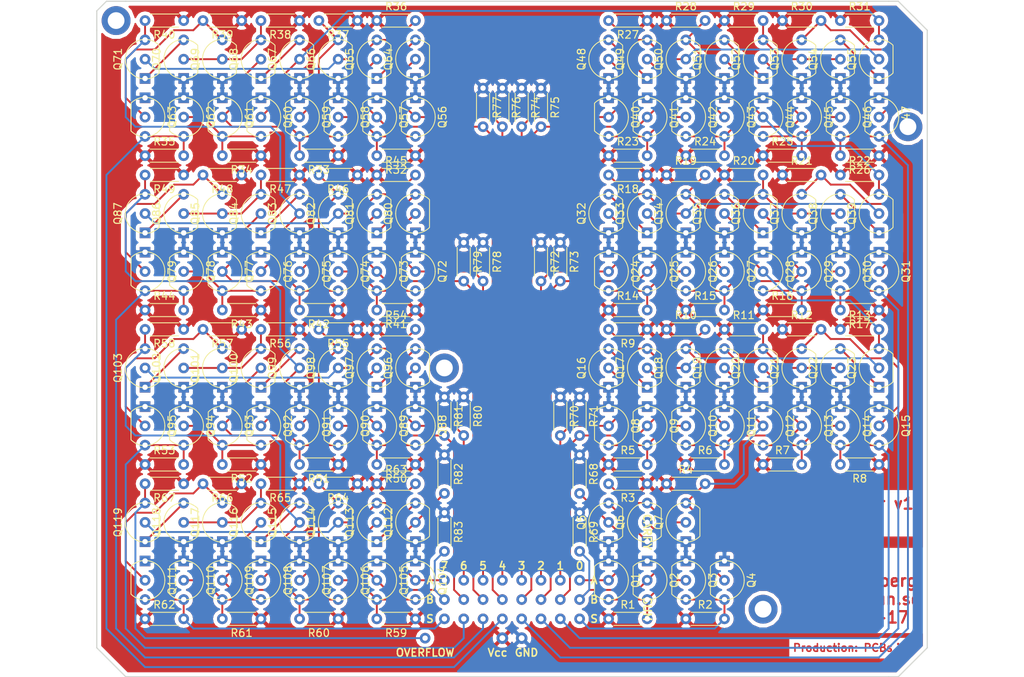
<source format=kicad_pcb>
(kicad_pcb (version 4) (host pcbnew 4.0.6)
  (layers (0 F.Cu signal) (31 B.Cu signal) (34 B.Paste user) (35 F.Paste user) (36 B.SilkS user) (37 F.SilkS user) (38 B.Mask user) (39 F.Mask user) (44 Edge.Cuts user))
  (net 0 "")
  (net 1 VCC)
  (net 2 "Net-(Q10-Pad3)")
  (net 3 "Net-(Q1-Pad3)")
  (net 4 GND)
  (net 5 "Net-(Q15-Pad2)")
  (net 6 "Net-(Q5-Pad3)")
  (net 7 "Net-(Q10-Pad2)")
  (net 8 "Net-(Q12-Pad3)")
  (net 9 /a0)
  (net 10 /a1)
  (net 11 /a2)
  (net 12 /a3)
  (net 13 /a4)
  (net 14 /a5)
  (net 15 /a6)
  (net 16 /a7)
  (net 17 /b0)
  (net 18 /b1)
  (net 19 /b2)
  (net 20 /b3)
  (net 21 /b4)
  (net 22 /b5)
  (net 23 /b6)
  (net 24 /b7)
  (net 25 /S0)
  (net 26 /S1)
  (net 27 /S2)
  (net 28 /S3)
  (net 29 /S4)
  (net 30 /S5)
  (net 31 /S6)
  (net 32 /S7)
  (net 33 /C0)
  (net 34 "Net-(Q17-Pad3)")
  (net 35 "Net-(Q19-Pad3)")
  (net 36 "Net-(Q28-Pad3)")
  (net 37 /C1)
  (net 38 "Net-(Q26-Pad3)")
  (net 39 "Net-(Q6-Pad3)")
  (net 40 "Net-(Q11-Pad2)")
  (net 41 "Net-(Q16-Pad3)")
  (net 42 "Net-(Q20-Pad3)")
  (net 43 "Net-(Q22-Pad3)")
  (net 44 "Net-(Q24-Pad3)")
  (net 45 "Net-(Q27-Pad2)")
  (net 46 "Net-(Q31-Pad2)")
  (net 47 "Net-(Q32-Pad3)")
  (net 48 "Net-(Q33-Pad3)")
  (net 49 "Net-(Q35-Pad3)")
  (net 50 "Net-(Q36-Pad3)")
  (net 51 "Net-(Q38-Pad3)")
  (net 52 /C2)
  (net 53 "Net-(Q40-Pad3)")
  (net 54 "Net-(Q42-Pad3)")
  (net 55 "Net-(Q43-Pad2)")
  (net 56 "Net-(Q44-Pad3)")
  (net 57 "Net-(Q47-Pad2)")
  (net 58 "Net-(Q48-Pad3)")
  (net 59 "Net-(Q49-Pad3)")
  (net 60 "Net-(Q51-Pad3)")
  (net 61 "Net-(Q52-Pad3)")
  (net 62 "Net-(Q54-Pad3)")
  (net 63 /C3)
  (net 64 /C7)
  (net 65 "Net-(Q56-Pad3)")
  (net 66 "Net-(Q58-Pad3)")
  (net 67 "Net-(Q59-Pad2)")
  (net 68 "Net-(Q60-Pad3)")
  (net 69 "Net-(Q63-Pad2)")
  (net 70 "Net-(Q64-Pad3)")
  (net 71 "Net-(Q65-Pad3)")
  (net 72 "Net-(Q67-Pad3)")
  (net 73 "Net-(Q68-Pad3)")
  (net 74 "Net-(Q70-Pad3)")
  (net 75 /C4)
  (net 76 "Net-(Q72-Pad3)")
  (net 77 "Net-(Q74-Pad3)")
  (net 78 "Net-(Q75-Pad2)")
  (net 79 "Net-(Q76-Pad3)")
  (net 80 "Net-(Q79-Pad2)")
  (net 81 "Net-(Q80-Pad3)")
  (net 82 "Net-(Q81-Pad3)")
  (net 83 "Net-(Q83-Pad3)")
  (net 84 "Net-(Q84-Pad3)")
  (net 85 "Net-(Q86-Pad3)")
  (net 86 /C5)
  (net 87 "Net-(Q88-Pad3)")
  (net 88 "Net-(Q100-Pad2)")
  (net 89 "Net-(Q91-Pad2)")
  (net 90 "Net-(Q92-Pad3)")
  (net 91 "Net-(Q101-Pad3)")
  (net 92 "Net-(Q96-Pad3)")
  (net 93 "Net-(Q103-Pad2)")
  (net 94 "Net-(Q100-Pad1)")
  (net 95 "Net-(Q100-Pad3)")
  (net 96 "Net-(Q102-Pad3)")
  (net 97 /C6)
  (net 98 "Net-(Q104-Pad3)")
  (net 99 "Net-(Q106-Pad3)")
  (net 100 "Net-(Q107-Pad2)")
  (net 101 "Net-(Q108-Pad3)")
  (net 102 "Net-(Q111-Pad2)")
  (net 103 "Net-(Q112-Pad3)")
  (net 104 "Net-(Q113-Pad3)")
  (net 105 "Net-(Q115-Pad3)")
  (net 106 "Net-(Q116-Pad3)")
  (net 107 "Net-(Q118-Pad3)")
  (module Mounting_Holes:MountingHole_2.2mm_M2_ISO14580_Pad (layer F.Cu) (at 210.82 77.47)
    (fp_text reference REF** hide)
    (fp_text value MountingHole_2.2mm_M2_ISO14580_Pad)
    (pad 1 thru_hole circle (at 0 0) (size 3.8 3.8) (drill 2.2) (layers *.Cu *.Mask))
  )
  (module electrokit:TO-92_Molded_Wide_Inline (layer F.Cu) (at 171.45 90.17 90)
    (fp_text reference Q32 (at 1.27 -3.56 90) (layer F.SilkS))
    (fp_text value 2N7000)
    (pad 2 thru_hole circle (at 1.27 0 180) (size 1.4 1.4) (drill 0.7) (layers *.Cu *.Mask) (net 11 /a2))
    (pad 3 thru_hole circle (at 3.81 0 180) (size 1.4 1.4) (drill 0.7) (layers *.Cu *.Mask) (net 47 "Net-(Q32-Pad3)"))
    (pad 1 thru_hole rect (at -1.27 0 180) (size 1.4 1.4) (drill 0.7) (layers *.Cu *.Mask) (net 4 GND))
  )
  (module electrokit:TO-92_Molded_Wide_Inline (layer F.Cu) (at 171.45 69.85 90)
    (fp_text reference Q48 (at 1.27 -3.56 90) (layer F.SilkS))
    (fp_text value 2N7000)
    (pad 2 thru_hole circle (at 1.27 0 180) (size 1.4 1.4) (drill 0.7) (layers *.Cu *.Mask) (net 12 /a3))
    (pad 3 thru_hole circle (at 3.81 0 180) (size 1.4 1.4) (drill 0.7) (layers *.Cu *.Mask) (net 58 "Net-(Q48-Pad3)"))
    (pad 1 thru_hole rect (at -1.27 0 180) (size 1.4 1.4) (drill 0.7) (layers *.Cu *.Mask) (net 4 GND))
  )
  (module Resistors_THT:R_Axial_DIN0204_L3.6mm_D1.6mm_P5.08mm_Horizontal (layer F.Cu) (at 140.97 104.14)
    (fp_text reference R54 (at 2.54 -1.86) (layer F.SilkS))
    (fp_text value 1M)
    (pad 1 thru_hole circle (at 0 0) (size 1.4 1.4) (drill 0.7) (layers *.Cu *.Mask) (net 1 VCC))
    (pad 2 thru_hole oval (at 5.08 0) (size 1.4 1.4) (drill 0.7) (layers *.Cu *.Mask) (net 93 "Net-(Q103-Pad2)"))
  )
  (module emlun:J8-8_bit_bus_connector (layer F.Cu) (at 158.75 139.7 180)
    (fp_text reference J2 hide)
    (fp_text value J8-8_bit_bus_connector)
    (pad 0 thru_hole circle (at -8.89 2.54 180) (size 1.4 1.4) (drill 0.7) (layers *.Cu *.Mask) (net 9 /a0))
    (pad 1 thru_hole circle (at -6.35 2.54 180) (size 1.4 1.4) (drill 0.7) (layers *.Cu *.Mask) (net 10 /a1))
    (pad 2 thru_hole circle (at -3.81 2.54 180) (size 1.4 1.4) (drill 0.7) (layers *.Cu *.Mask) (net 11 /a2))
    (pad 3 thru_hole circle (at -1.27 2.54 180) (size 1.4 1.4) (drill 0.7) (layers *.Cu *.Mask) (net 12 /a3))
    (pad 4 thru_hole circle (at 1.27 2.54 180) (size 1.4 1.4) (drill 0.7) (layers *.Cu *.Mask) (net 13 /a4))
    (pad 5 thru_hole circle (at 3.81 2.54 180) (size 1.4 1.4) (drill 0.7) (layers *.Cu *.Mask) (net 14 /a5))
    (pad 6 thru_hole circle (at 6.35 2.54 180) (size 1.4 1.4) (drill 0.7) (layers *.Cu *.Mask) (net 15 /a6))
    (pad 7 thru_hole circle (at 8.89 2.54 180) (size 1.4 1.4) (drill 0.7) (layers *.Cu *.Mask) (net 16 /a7))
  )
  (module electrokit:TO-92_Molded_Wide_Inline (layer F.Cu) (at 171.45 135.89 270)
    (fp_text reference Q1 (at 1.27 -3.56 270) (layer F.SilkS))
    (fp_text value 2N7000)
    (pad 2 thru_hole circle (at 1.27 0) (size 1.4 1.4) (drill 0.7) (layers *.Cu *.Mask) (net 9 /a0))
    (pad 3 thru_hole circle (at 3.81 0) (size 1.4 1.4) (drill 0.7) (layers *.Cu *.Mask) (net 3 "Net-(Q1-Pad3)"))
    (pad 1 thru_hole rect (at -1.27 0) (size 1.4 1.4) (drill 0.67) (layers *.Cu *.Mask) (net 4 GND))
  )
  (module electrokit:TO-92_Molded_Wide_Inline (layer F.Cu) (at 176.53 135.89 270)
    (fp_text reference Q2 (at 1.27 -3.56 270) (layer F.SilkS))
    (fp_text value 2N7000)
    (pad 2 thru_hole circle (at 1.27 0) (size 1.4 1.4) (drill 0.7) (layers *.Cu *.Mask) (net 17 /b0))
    (pad 3 thru_hole circle (at 3.81 0) (size 1.4 1.4) (drill 0.7) (layers *.Cu *.Mask) (net 3 "Net-(Q1-Pad3)"))
    (pad 1 thru_hole rect (at -1.27 0) (size 1.4 1.4) (drill 0.7) (layers *.Cu *.Mask) (net 4 GND))
  )
  (module electrokit:TO-92_Molded_Wide_Inline (layer F.Cu) (at 181.61 135.89 270)
    (fp_text reference Q3 (at 1.27 -3.56 270) (layer F.SilkS))
    (fp_text value 2N7000)
    (pad 2 thru_hole circle (at 1.27 0) (size 1.4 1.4) (drill 0.7) (layers *.Cu *.Mask) (net 3 "Net-(Q1-Pad3)"))
    (pad 3 thru_hole circle (at 3.81 0) (size 1.4 1.4) (drill 0.7) (layers *.Cu *.Mask) (net 25 /S0))
    (pad 1 thru_hole rect (at -1.27 0) (size 1.4 1.4) (drill 0.7) (layers *.Cu *.Mask) (net 4 GND))
  )
  (module electrokit:TO-92_Molded_Wide_Inline (layer F.Cu) (at 186.69 135.89 270)
    (fp_text reference Q4 (at 1.27 -3.56 270) (layer F.SilkS))
    (fp_text value 2N7000)
    (pad 2 thru_hole circle (at 1.27 0) (size 1.4 1.4) (drill 0.7) (layers *.Cu *.Mask) (net 33 /C0))
    (pad 3 thru_hole circle (at 3.81 0) (size 1.4 1.4) (drill 0.7) (layers *.Cu *.Mask) (net 25 /S0))
    (pad 1 thru_hole rect (at -1.27 0) (size 1.4 1.4) (drill 0.67) (layers *.Cu *.Mask) (net 4 GND))
  )
  (module electrokit:TO-92_Molded_Wide_Inline (layer F.Cu) (at 176.53 115.57 270)
    (fp_text reference Q9 (at 1.27 -3.56 270) (layer F.SilkS))
    (fp_text value 2N7000)
    (pad 2 thru_hole circle (at 1.27 0) (size 1.4 1.4) (drill 0.7) (layers *.Cu *.Mask) (net 18 /b1))
    (pad 3 thru_hole circle (at 3.81 0) (size 1.4 1.4) (drill 0.7) (layers *.Cu *.Mask) (net 7 "Net-(Q10-Pad2)"))
    (pad 1 thru_hole rect (at -1.27 0) (size 1.4 1.4) (drill 0.7) (layers *.Cu *.Mask) (net 4 GND))
  )
  (module electrokit:TO-92_Molded_Wide_Inline (layer F.Cu) (at 181.61 115.57 270)
    (fp_text reference Q10 (at 1.27 -3.56 270) (layer F.SilkS))
    (fp_text value 2N7000)
    (pad 2 thru_hole circle (at 1.27 0) (size 1.4 1.4) (drill 0.7) (layers *.Cu *.Mask) (net 7 "Net-(Q10-Pad2)"))
    (pad 3 thru_hole circle (at 3.81 0) (size 1.4 1.4) (drill 0.7) (layers *.Cu *.Mask) (net 2 "Net-(Q10-Pad3)"))
    (pad 1 thru_hole rect (at -1.27 0) (size 1.4 1.4) (drill 0.7) (layers *.Cu *.Mask) (net 4 GND))
  )
  (module electrokit:TO-92_Molded_Wide_Inline (layer F.Cu) (at 186.69 115.57 270)
    (fp_text reference Q11 (at 1.27 -3.56 270) (layer F.SilkS))
    (fp_text value 2N7000)
    (pad 2 thru_hole circle (at 1.27 0) (size 1.4 1.4) (drill 0.7) (layers *.Cu *.Mask) (net 40 "Net-(Q11-Pad2)"))
    (pad 3 thru_hole circle (at 3.81 0) (size 1.4 1.4) (drill 0.7) (layers *.Cu *.Mask) (net 2 "Net-(Q10-Pad3)"))
    (pad 1 thru_hole rect (at -1.27 0) (size 1.4 1.4) (drill 0.67) (layers *.Cu *.Mask) (net 4 GND))
  )
  (module Resistors_THT:R_Axial_DIN0204_L3.6mm_D1.6mm_P5.08mm_Horizontal (layer F.Cu) (at 171.45 142.24)
    (fp_text reference R1 (at 2.54 -1.86) (layer F.SilkS))
    (fp_text value 1M)
    (pad 1 thru_hole circle (at 0 0) (size 1.4 1.4) (drill 0.7) (layers *.Cu *.Mask) (net 1 VCC))
    (pad 2 thru_hole oval (at 5.08 0) (size 1.4 1.4) (drill 0.7) (layers *.Cu *.Mask) (net 3 "Net-(Q1-Pad3)"))
  )
  (module Resistors_THT:R_Axial_DIN0204_L3.6mm_D1.6mm_P5.08mm_Horizontal (layer F.Cu) (at 181.61 142.24)
    (fp_text reference R2 (at 2.54 -1.86) (layer F.SilkS))
    (fp_text value 1M)
    (pad 1 thru_hole circle (at 0 0) (size 1.4 1.4) (drill 0.7) (layers *.Cu *.Mask) (net 1 VCC))
    (pad 2 thru_hole oval (at 5.08 0) (size 1.4 1.4) (drill 0.7) (layers *.Cu *.Mask) (net 25 /S0))
  )
  (module Resistors_THT:R_Axial_DIN0204_L3.6mm_D1.6mm_P5.08mm_Horizontal (layer F.Cu) (at 171.45 121.92)
    (fp_text reference R5 (at 2.54 -1.86) (layer F.SilkS))
    (fp_text value 1M)
    (pad 1 thru_hole circle (at 0 0) (size 1.4 1.4) (drill 0.7) (layers *.Cu *.Mask) (net 1 VCC))
    (pad 2 thru_hole oval (at 5.08 0) (size 1.4 1.4) (drill 0.7) (layers *.Cu *.Mask) (net 7 "Net-(Q10-Pad2)"))
  )
  (module Resistors_THT:R_Axial_DIN0204_L3.6mm_D1.6mm_P5.08mm_Horizontal (layer F.Cu) (at 181.61 121.92)
    (fp_text reference R6 (at 2.54 -1.86) (layer F.SilkS))
    (fp_text value 1M)
    (pad 1 thru_hole circle (at 0 0) (size 1.4 1.4) (drill 0.7) (layers *.Cu *.Mask) (net 1 VCC))
    (pad 2 thru_hole oval (at 5.08 0) (size 1.4 1.4) (drill 0.7) (layers *.Cu *.Mask) (net 2 "Net-(Q10-Pad3)"))
  )
  (module emlun:J2-2_pole_connector (layer F.Cu) (at 158.75 144.78 180)
    (fp_text reference J1 hide)
    (fp_text value J2-2_pole_connector)
    (pad 1 thru_hole circle (at -1.27 0 180) (size 1.524 1.524) (drill 0.762) (layers *.Cu *.Mask) (net 4 GND))
    (pad 2 thru_hole circle (at 1.27 0 180) (size 1.524 1.524) (drill 0.762) (layers *.Cu *.Mask) (net 1 VCC))
  )
  (module emlun:J8-8_bit_bus_connector (layer F.Cu) (at 158.75 144.78 180)
    (fp_text reference J3 hide)
    (fp_text value J8-8_bit_bus_connector)
    (pad 0 thru_hole circle (at -8.89 2.54 180) (size 1.4 1.4) (drill 0.7) (layers *.Cu *.Mask) (net 25 /S0))
    (pad 1 thru_hole circle (at -6.35 2.54 180) (size 1.4 1.4) (drill 0.7) (layers *.Cu *.Mask) (net 26 /S1))
    (pad 2 thru_hole circle (at -3.81 2.54 180) (size 1.4 1.4) (drill 0.7) (layers *.Cu *.Mask) (net 27 /S2))
    (pad 3 thru_hole circle (at -1.27 2.54 180) (size 1.4 1.4) (drill 0.7) (layers *.Cu *.Mask) (net 28 /S3))
    (pad 4 thru_hole circle (at 1.27 2.54 180) (size 1.4 1.4) (drill 0.7) (layers *.Cu *.Mask) (net 29 /S4))
    (pad 5 thru_hole circle (at 3.81 2.54 180) (size 1.4 1.4) (drill 0.7) (layers *.Cu *.Mask) (net 30 /S5))
    (pad 6 thru_hole circle (at 6.35 2.54 180) (size 1.4 1.4) (drill 0.7) (layers *.Cu *.Mask) (net 31 /S6))
    (pad 7 thru_hole circle (at 8.89 2.54 180) (size 1.4 1.4) (drill 0.7) (layers *.Cu *.Mask) (net 32 /S7))
  )
  (module emlun:J8-8_bit_bus_connector (layer F.Cu) (at 158.75 142.24 180)
    (fp_text reference J4 hide)
    (fp_text value J8-8_bit_bus_connector)
    (pad 0 thru_hole circle (at -8.89 2.54 180) (size 1.4 1.4) (drill 0.7) (layers *.Cu *.Mask) (net 17 /b0))
    (pad 1 thru_hole circle (at -6.35 2.54 180) (size 1.4 1.4) (drill 0.7) (layers *.Cu *.Mask) (net 18 /b1))
    (pad 2 thru_hole circle (at -3.81 2.54 180) (size 1.4 1.4) (drill 0.7) (layers *.Cu *.Mask) (net 19 /b2))
    (pad 3 thru_hole circle (at -1.27 2.54 180) (size 1.4 1.4) (drill 0.7) (layers *.Cu *.Mask) (net 20 /b3))
    (pad 4 thru_hole circle (at 1.27 2.54 180) (size 1.4 1.4) (drill 0.7) (layers *.Cu *.Mask) (net 21 /b4))
    (pad 5 thru_hole circle (at 3.81 2.54 180) (size 1.4 1.4) (drill 0.7) (layers *.Cu *.Mask) (net 22 /b5))
    (pad 6 thru_hole circle (at 6.35 2.54 180) (size 1.4 1.4) (drill 0.7) (layers *.Cu *.Mask) (net 23 /b6))
    (pad 7 thru_hole circle (at 8.89 2.54 180) (size 1.4 1.4) (drill 0.7) (layers *.Cu *.Mask) (net 24 /b7))
  )
  (module electrokit:TO-92_Molded_Wide_Inline (layer F.Cu) (at 176.53 110.49 90)
    (fp_text reference Q17 (at 1.27 -3.56 90) (layer F.SilkS))
    (fp_text value 2N7000)
    (pad 2 thru_hole circle (at 1.27 0 180) (size 1.4 1.4) (drill 0.7) (layers *.Cu *.Mask) (net 18 /b1))
    (pad 3 thru_hole circle (at 3.81 0 180) (size 1.4 1.4) (drill 0.7) (layers *.Cu *.Mask) (net 34 "Net-(Q17-Pad3)"))
    (pad 1 thru_hole rect (at -1.27 0 180) (size 1.4 1.4) (drill 0.7) (layers *.Cu *.Mask) (net 41 "Net-(Q16-Pad3)"))
  )
  (module electrokit:TO-92_Molded_Wide_Inline (layer F.Cu) (at 181.61 110.49 90)
    (fp_text reference Q18 (at 1.27 -3.56 90) (layer F.SilkS))
    (fp_text value 2N7000)
    (pad 2 thru_hole circle (at 1.27 0 180) (size 1.4 1.4) (drill 0.7) (layers *.Cu *.Mask) (net 34 "Net-(Q17-Pad3)"))
    (pad 3 thru_hole circle (at 3.81 0 180) (size 1.4 1.4) (drill 0.7) (layers *.Cu *.Mask) (net 40 "Net-(Q11-Pad2)"))
    (pad 1 thru_hole rect (at -1.27 0 180) (size 1.4 1.4) (drill 0.7) (layers *.Cu *.Mask) (net 4 GND))
  )
  (module electrokit:TO-92_Molded_Wide_Inline (layer F.Cu) (at 186.69 110.49 90)
    (fp_text reference Q19 (at 1.27 -3.56 90) (layer F.SilkS))
    (fp_text value 2N7000)
    (pad 2 thru_hole circle (at 1.27 0 180) (size 1.4 1.4) (drill 0.7) (layers *.Cu *.Mask) (net 33 /C0))
    (pad 3 thru_hole circle (at 3.81 0 180) (size 1.4 1.4) (drill 0.7) (layers *.Cu *.Mask) (net 35 "Net-(Q19-Pad3)"))
    (pad 1 thru_hole rect (at -1.27 0 180) (size 1.4 1.4) (drill 0.7) (layers *.Cu *.Mask) (net 4 GND))
  )
  (module electrokit:TO-92_Molded_Wide_Inline (layer F.Cu) (at 191.77 110.49 90)
    (fp_text reference Q20 (at 1.27 -3.56 90) (layer F.SilkS))
    (fp_text value 2N7000)
    (pad 2 thru_hole circle (at 1.27 0 180) (size 1.4 1.4) (drill 0.7) (layers *.Cu *.Mask) (net 2 "Net-(Q10-Pad3)"))
    (pad 3 thru_hole circle (at 3.81 0 180) (size 1.4 1.4) (drill 0.7) (layers *.Cu *.Mask) (net 42 "Net-(Q20-Pad3)"))
    (pad 1 thru_hole rect (at -1.27 0 180) (size 1.4 1.4) (drill 0.7) (layers *.Cu *.Mask) (net 35 "Net-(Q19-Pad3)"))
  )
  (module electrokit:TO-92_Molded_Wide_Inline (layer F.Cu) (at 196.85 110.49 90)
    (fp_text reference Q21 (at 1.27 -3.56 90) (layer F.SilkS))
    (fp_text value 2N7000)
    (pad 2 thru_hole circle (at 1.27 0 180) (size 1.4 1.4) (drill 0.7) (layers *.Cu *.Mask) (net 42 "Net-(Q20-Pad3)"))
    (pad 3 thru_hole circle (at 3.81 0 180) (size 1.4 1.4) (drill 0.7) (layers *.Cu *.Mask) (net 5 "Net-(Q15-Pad2)"))
    (pad 1 thru_hole rect (at -1.27 0 180) (size 1.4 1.4) (drill 0.7) (layers *.Cu *.Mask) (net 4 GND))
  )
  (module electrokit:TO-92_Molded_Wide_Inline (layer F.Cu) (at 201.93 110.49 90)
    (fp_text reference Q22 (at 1.27 -3.56 90) (layer F.SilkS))
    (fp_text value 2N7000)
    (pad 2 thru_hole circle (at 1.27 0 180) (size 1.4 1.4) (drill 0.7) (layers *.Cu *.Mask) (net 42 "Net-(Q20-Pad3)"))
    (pad 3 thru_hole circle (at 3.81 0 180) (size 1.4 1.4) (drill 0.7) (layers *.Cu *.Mask) (net 43 "Net-(Q22-Pad3)"))
    (pad 1 thru_hole rect (at -1.27 0 180) (size 1.4 1.4) (drill 0.7) (layers *.Cu *.Mask) (net 4 GND))
  )
  (module electrokit:TO-92_Molded_Wide_Inline (layer F.Cu) (at 207.01 110.49 90)
    (fp_text reference Q23 (at 1.27 -3.56 90) (layer F.SilkS))
    (fp_text value 2N7000)
    (pad 2 thru_hole circle (at 1.27 0 180) (size 1.4 1.4) (drill 0.7) (layers *.Cu *.Mask) (net 34 "Net-(Q17-Pad3)"))
    (pad 3 thru_hole circle (at 3.81 0 180) (size 1.4 1.4) (drill 0.7) (layers *.Cu *.Mask) (net 37 /C1))
    (pad 1 thru_hole rect (at -1.27 0 180) (size 1.4 1.4) (drill 0.7) (layers *.Cu *.Mask) (net 43 "Net-(Q22-Pad3)"))
  )
  (module Resistors_THT:R_Axial_DIN0204_L3.6mm_D1.6mm_P5.08mm_Horizontal (layer F.Cu) (at 179.07 104.14)
    (fp_text reference R10 (at 2.54 -1.86) (layer F.SilkS))
    (fp_text value 1M)
    (pad 1 thru_hole circle (at 0 0) (size 1.4 1.4) (drill 0.7) (layers *.Cu *.Mask) (net 1 VCC))
    (pad 2 thru_hole oval (at 5.08 0) (size 1.4 1.4) (drill 0.7) (layers *.Cu *.Mask) (net 40 "Net-(Q11-Pad2)"))
  )
  (module Resistors_THT:R_Axial_DIN0204_L3.6mm_D1.6mm_P5.08mm_Horizontal (layer F.Cu) (at 186.69 104.14)
    (fp_text reference R11 (at 2.54 -1.86) (layer F.SilkS))
    (fp_text value 1M)
    (pad 1 thru_hole circle (at 0 0) (size 1.4 1.4) (drill 0.7) (layers *.Cu *.Mask) (net 1 VCC))
    (pad 2 thru_hole oval (at 5.08 0) (size 1.4 1.4) (drill 0.7) (layers *.Cu *.Mask) (net 42 "Net-(Q20-Pad3)"))
  )
  (module Resistors_THT:R_Axial_DIN0204_L3.6mm_D1.6mm_P5.08mm_Horizontal (layer F.Cu) (at 194.31 104.14)
    (fp_text reference R12 (at 2.54 -1.86) (layer F.SilkS))
    (fp_text value 1M)
    (pad 1 thru_hole circle (at 0 0) (size 1.4 1.4) (drill 0.7) (layers *.Cu *.Mask) (net 1 VCC))
    (pad 2 thru_hole oval (at 5.08 0) (size 1.4 1.4) (drill 0.7) (layers *.Cu *.Mask) (net 5 "Net-(Q15-Pad2)"))
  )
  (module Resistors_THT:R_Axial_DIN0204_L3.6mm_D1.6mm_P5.08mm_Horizontal (layer F.Cu) (at 201.93 104.14)
    (fp_text reference R13 (at 2.54 -1.86) (layer F.SilkS))
    (fp_text value 1M)
    (pad 1 thru_hole circle (at 0 0) (size 1.4 1.4) (drill 0.7) (layers *.Cu *.Mask) (net 1 VCC))
    (pad 2 thru_hole oval (at 5.08 0) (size 1.4 1.4) (drill 0.7) (layers *.Cu *.Mask) (net 37 /C1))
  )
  (module electrokit:TO-92_Molded_Wide_Inline (layer F.Cu) (at 171.45 130.81 90)
    (fp_text reference Q5 (at 1.27 -3.56 90) (layer F.SilkS))
    (fp_text value 2N7000)
    (pad 2 thru_hole circle (at 1.27 0 180) (size 1.4 1.4) (drill 0.7) (layers *.Cu *.Mask) (net 9 /a0))
    (pad 3 thru_hole circle (at 3.81 0 180) (size 1.4 1.4) (drill 0.7) (layers *.Cu *.Mask) (net 6 "Net-(Q5-Pad3)"))
    (pad 1 thru_hole rect (at -1.27 0 180) (size 1.4 1.4) (drill 0.7) (layers *.Cu *.Mask) (net 4 GND))
  )
  (module electrokit:TO-92_Molded_Wide_Inline (layer F.Cu) (at 176.53 130.81 90)
    (fp_text reference Q6 (at 1.27 -3.56 90) (layer F.SilkS))
    (fp_text value 2N7000)
    (pad 2 thru_hole circle (at 1.27 0 180) (size 1.4 1.4) (drill 0.7) (layers *.Cu *.Mask) (net 17 /b0))
    (pad 3 thru_hole circle (at 3.81 0 180) (size 1.4 1.4) (drill 0.7) (layers *.Cu *.Mask) (net 39 "Net-(Q6-Pad3)"))
    (pad 1 thru_hole rect (at -1.27 0 180) (size 1.4 1.4) (drill 0.7) (layers *.Cu *.Mask) (net 6 "Net-(Q5-Pad3)"))
  )
  (module electrokit:TO-92_Molded_Wide_Inline (layer F.Cu) (at 181.61 130.81 90)
    (fp_text reference Q7 (at 1.27 -3.56 90) (layer F.SilkS))
    (fp_text value 2N7000)
    (pad 2 thru_hole circle (at 1.27 0 180) (size 1.4 1.4) (drill 0.7) (layers *.Cu *.Mask) (net 39 "Net-(Q6-Pad3)"))
    (pad 3 thru_hole circle (at 3.81 0 180) (size 1.4 1.4) (drill 0.7) (layers *.Cu *.Mask) (net 33 /C0))
    (pad 1 thru_hole rect (at -1.27 0 180) (size 1.4 1.4) (drill 0.7) (layers *.Cu *.Mask) (net 4 GND))
  )
  (module electrokit:TO-92_Molded_Wide_Inline (layer F.Cu) (at 171.45 115.57 270)
    (fp_text reference Q8 (at 1.27 -3.56 270) (layer F.SilkS))
    (fp_text value 2N7000)
    (pad 2 thru_hole circle (at 1.27 0) (size 1.4 1.4) (drill 0.7) (layers *.Cu *.Mask) (net 10 /a1))
    (pad 3 thru_hole circle (at 3.81 0) (size 1.4 1.4) (drill 0.7) (layers *.Cu *.Mask) (net 7 "Net-(Q10-Pad2)"))
    (pad 1 thru_hole rect (at -1.27 0) (size 1.4 1.4) (drill 0.7) (layers *.Cu *.Mask) (net 4 GND))
  )
  (module electrokit:TO-92_Molded_Wide_Inline (layer F.Cu) (at 191.77 115.57 270)
    (fp_text reference Q12 (at 1.27 -3.56 270) (layer F.SilkS))
    (fp_text value 2N7000)
    (pad 2 thru_hole circle (at 1.27 0) (size 1.4 1.4) (drill 0.7) (layers *.Cu *.Mask) (net 33 /C0))
    (pad 3 thru_hole circle (at 3.81 0) (size 1.4 1.4) (drill 0.7) (layers *.Cu *.Mask) (net 8 "Net-(Q12-Pad3)"))
    (pad 1 thru_hole rect (at -1.27 0) (size 1.4 1.4) (drill 0.7) (layers *.Cu *.Mask) (net 4 GND))
  )
  (module electrokit:TO-92_Molded_Wide_Inline (layer F.Cu) (at 196.85 115.57 270)
    (fp_text reference Q13 (at 1.27 -3.56 270) (layer F.SilkS))
    (fp_text value 2N7000)
    (pad 2 thru_hole circle (at 1.27 0) (size 1.4 1.4) (drill 0.7) (layers *.Cu *.Mask) (net 2 "Net-(Q10-Pad3)"))
    (pad 3 thru_hole circle (at 3.81 0) (size 1.4 1.4) (drill 0.7) (layers *.Cu *.Mask) (net 8 "Net-(Q12-Pad3)"))
    (pad 1 thru_hole rect (at -1.27 0) (size 1.4 1.4) (drill 0.7) (layers *.Cu *.Mask) (net 4 GND))
  )
  (module electrokit:TO-92_Molded_Wide_Inline (layer F.Cu) (at 201.93 115.57 270)
    (fp_text reference Q14 (at 1.27 -3.56 270) (layer F.SilkS))
    (fp_text value 2N7000)
    (pad 2 thru_hole circle (at 1.27 0) (size 1.4 1.4) (drill 0.7) (layers *.Cu *.Mask) (net 8 "Net-(Q12-Pad3)"))
    (pad 3 thru_hole circle (at 3.81 0) (size 1.4 1.4) (drill 0.7) (layers *.Cu *.Mask) (net 26 /S1))
    (pad 1 thru_hole rect (at -1.27 0) (size 1.4 1.4) (drill 0.7) (layers *.Cu *.Mask) (net 4 GND))
  )
  (module electrokit:TO-92_Molded_Wide_Inline (layer F.Cu) (at 207.01 115.57 270)
    (fp_text reference Q15 (at 1.27 -3.56 270) (layer F.SilkS))
    (fp_text value 2N7000)
    (pad 2 thru_hole circle (at 1.27 0) (size 1.4 1.4) (drill 0.7) (layers *.Cu *.Mask) (net 5 "Net-(Q15-Pad2)"))
    (pad 3 thru_hole circle (at 3.81 0) (size 1.4 1.4) (drill 0.7) (layers *.Cu *.Mask) (net 26 /S1))
    (pad 1 thru_hole rect (at -1.27 0) (size 1.4 1.4) (drill 0.7) (layers *.Cu *.Mask) (net 4 GND))
  )
  (module electrokit:TO-92_Molded_Wide_Inline (layer F.Cu) (at 171.45 110.49 90)
    (fp_text reference Q16 (at 1.27 -3.56 90) (layer F.SilkS))
    (fp_text value 2N7000)
    (pad 2 thru_hole circle (at 1.27 0 180) (size 1.4 1.4) (drill 0.7) (layers *.Cu *.Mask) (net 10 /a1))
    (pad 3 thru_hole circle (at 3.81 0 180) (size 1.4 1.4) (drill 0.7) (layers *.Cu *.Mask) (net 41 "Net-(Q16-Pad3)"))
    (pad 1 thru_hole rect (at -1.27 0 180) (size 1.4 1.4) (drill 0.7) (layers *.Cu *.Mask) (net 4 GND))
  )
  (module Resistors_THT:R_Axial_DIN0204_L3.6mm_D1.6mm_P5.08mm_Horizontal (layer F.Cu) (at 176.53 124.46 180)
    (fp_text reference R3 (at 2.54 -1.86 180) (layer F.SilkS))
    (fp_text value 1M)
    (pad 1 thru_hole circle (at 0 0 180) (size 1.4 1.4) (drill 0.7) (layers *.Cu *.Mask) (net 1 VCC))
    (pad 2 thru_hole oval (at 5.08 0 180) (size 1.4 1.4) (drill 0.7) (layers *.Cu *.Mask) (net 39 "Net-(Q6-Pad3)"))
  )
  (module Resistors_THT:R_Axial_DIN0204_L3.6mm_D1.6mm_P5.08mm_Horizontal (layer F.Cu) (at 179.07 124.46)
    (fp_text reference R4 (at 2.54 -1.86) (layer F.SilkS))
    (fp_text value 1M)
    (pad 1 thru_hole circle (at 0 0) (size 1.4 1.4) (drill 0.7) (layers *.Cu *.Mask) (net 1 VCC))
    (pad 2 thru_hole oval (at 5.08 0) (size 1.4 1.4) (drill 0.7) (layers *.Cu *.Mask) (net 33 /C0))
  )
  (module Resistors_THT:R_Axial_DIN0204_L3.6mm_D1.6mm_P5.08mm_Horizontal (layer F.Cu) (at 191.77 121.92)
    (fp_text reference R7 (at 2.54 -1.86) (layer F.SilkS))
    (fp_text value 1M)
    (pad 1 thru_hole circle (at 0 0) (size 1.4 1.4) (drill 0.7) (layers *.Cu *.Mask) (net 1 VCC))
    (pad 2 thru_hole oval (at 5.08 0) (size 1.4 1.4) (drill 0.7) (layers *.Cu *.Mask) (net 8 "Net-(Q12-Pad3)"))
  )
  (module Resistors_THT:R_Axial_DIN0204_L3.6mm_D1.6mm_P5.08mm_Horizontal (layer F.Cu) (at 207.01 121.92 180)
    (fp_text reference R8 (at 2.54 -1.86 180) (layer F.SilkS))
    (fp_text value 1M)
    (pad 1 thru_hole circle (at 0 0 180) (size 1.4 1.4) (drill 0.7) (layers *.Cu *.Mask) (net 1 VCC))
    (pad 2 thru_hole oval (at 5.08 0 180) (size 1.4 1.4) (drill 0.7) (layers *.Cu *.Mask) (net 26 /S1))
  )
  (module Resistors_THT:R_Axial_DIN0204_L3.6mm_D1.6mm_P5.08mm_Horizontal (layer F.Cu) (at 176.53 104.14 180)
    (fp_text reference R9 (at 2.54 -1.86 180) (layer F.SilkS))
    (fp_text value 1M)
    (pad 1 thru_hole circle (at 0 0 180) (size 1.4 1.4) (drill 0.7) (layers *.Cu *.Mask) (net 1 VCC))
    (pad 2 thru_hole oval (at 5.08 0 180) (size 1.4 1.4) (drill 0.7) (layers *.Cu *.Mask) (net 34 "Net-(Q17-Pad3)"))
  )
  (module electrokit:TO-92_Molded_Wide_Inline (layer F.Cu) (at 171.45 95.25 270)
    (fp_text reference Q24 (at 1.27 -3.56 270) (layer F.SilkS))
    (fp_text value 2N7000)
    (pad 2 thru_hole circle (at 1.27 0) (size 1.4 1.4) (drill 0.7) (layers *.Cu *.Mask) (net 11 /a2))
    (pad 3 thru_hole circle (at 3.81 0) (size 1.4 1.4) (drill 0.7) (layers *.Cu *.Mask) (net 44 "Net-(Q24-Pad3)"))
    (pad 1 thru_hole rect (at -1.27 0) (size 1.4 1.4) (drill 0.7) (layers *.Cu *.Mask) (net 4 GND))
  )
  (module electrokit:TO-92_Molded_Wide_Inline (layer F.Cu) (at 176.53 95.25 270)
    (fp_text reference Q25 (at 1.27 -3.56 270) (layer F.SilkS))
    (fp_text value 2N7000)
    (pad 2 thru_hole circle (at 1.27 0) (size 1.4 1.4) (drill 0.7) (layers *.Cu *.Mask) (net 19 /b2))
    (pad 3 thru_hole circle (at 3.81 0) (size 1.4 1.4) (drill 0.7) (layers *.Cu *.Mask) (net 44 "Net-(Q24-Pad3)"))
    (pad 1 thru_hole rect (at -1.27 0) (size 1.4 1.4) (drill 0.7) (layers *.Cu *.Mask) (net 4 GND))
  )
  (module electrokit:TO-92_Molded_Wide_Inline (layer F.Cu) (at 181.61 95.25 270)
    (fp_text reference Q26 (at 1.27 -3.56 270) (layer F.SilkS))
    (fp_text value 2N7000)
    (pad 2 thru_hole circle (at 1.27 0) (size 1.4 1.4) (drill 0.7) (layers *.Cu *.Mask) (net 44 "Net-(Q24-Pad3)"))
    (pad 3 thru_hole circle (at 3.81 0) (size 1.4 1.4) (drill 0.7) (layers *.Cu *.Mask) (net 38 "Net-(Q26-Pad3)"))
    (pad 1 thru_hole rect (at -1.27 0) (size 1.4 1.4) (drill 0.7) (layers *.Cu *.Mask) (net 4 GND))
  )
  (module electrokit:TO-92_Molded_Wide_Inline (layer F.Cu) (at 186.69 95.25 270)
    (fp_text reference Q27 (at 1.27 -3.56 270) (layer F.SilkS))
    (fp_text value 2N7000)
    (pad 2 thru_hole circle (at 1.27 0) (size 1.4 1.4) (drill 0.7) (layers *.Cu *.Mask) (net 45 "Net-(Q27-Pad2)"))
    (pad 3 thru_hole circle (at 3.81 0) (size 1.4 1.4) (drill 0.7) (layers *.Cu *.Mask) (net 38 "Net-(Q26-Pad3)"))
    (pad 1 thru_hole rect (at -1.27 0) (size 1.4 1.4) (drill 0.7) (layers *.Cu *.Mask) (net 4 GND))
  )
  (module electrokit:TO-92_Molded_Wide_Inline (layer F.Cu) (at 191.77 95.25 270)
    (fp_text reference Q28 (at 1.27 -3.56 270) (layer F.SilkS))
    (fp_text value 2N7000)
    (pad 2 thru_hole circle (at 1.27 0) (size 1.4 1.4) (drill 0.7) (layers *.Cu *.Mask) (net 37 /C1))
    (pad 3 thru_hole circle (at 3.81 0) (size 1.4 1.4) (drill 0.7) (layers *.Cu *.Mask) (net 36 "Net-(Q28-Pad3)"))
    (pad 1 thru_hole rect (at -1.27 0) (size 1.4 1.4) (drill 0.7) (layers *.Cu *.Mask) (net 4 GND))
  )
  (module electrokit:TO-92_Molded_Wide_Inline (layer F.Cu) (at 196.85 95.25 270)
    (fp_text reference Q29 (at 1.27 -3.56 270) (layer F.SilkS))
    (fp_text value 2N7000)
    (pad 2 thru_hole circle (at 1.27 0) (size 1.4 1.4) (drill 0.7) (layers *.Cu *.Mask) (net 38 "Net-(Q26-Pad3)"))
    (pad 3 thru_hole circle (at 3.81 0) (size 1.4 1.4) (drill 0.7) (layers *.Cu *.Mask) (net 36 "Net-(Q28-Pad3)"))
    (pad 1 thru_hole rect (at -1.27 0) (size 1.4 1.4) (drill 0.7) (layers *.Cu *.Mask) (net 4 GND))
  )
  (module electrokit:TO-92_Molded_Wide_Inline (layer F.Cu) (at 201.93 95.25 270)
    (fp_text reference Q30 (at 1.27 -3.56 270) (layer F.SilkS))
    (fp_text value 2N7000)
    (pad 2 thru_hole circle (at 1.27 0) (size 1.4 1.4) (drill 0.7) (layers *.Cu *.Mask) (net 36 "Net-(Q28-Pad3)"))
    (pad 3 thru_hole circle (at 3.81 0) (size 1.4 1.4) (drill 0.7) (layers *.Cu *.Mask) (net 27 /S2))
    (pad 1 thru_hole rect (at -1.27 0) (size 1.4 1.4) (drill 0.7) (layers *.Cu *.Mask) (net 4 GND))
  )
  (module electrokit:TO-92_Molded_Wide_Inline (layer F.Cu) (at 207.01 95.25 270)
    (fp_text reference Q31 (at 1.27 -3.56 270) (layer F.SilkS))
    (fp_text value 2N7000)
    (pad 2 thru_hole circle (at 1.27 0) (size 1.4 1.4) (drill 0.7) (layers *.Cu *.Mask) (net 46 "Net-(Q31-Pad2)"))
    (pad 3 thru_hole circle (at 3.81 0) (size 1.4 1.4) (drill 0.7) (layers *.Cu *.Mask) (net 27 /S2))
    (pad 1 thru_hole rect (at -1.27 0) (size 1.4 1.4) (drill 0.7) (layers *.Cu *.Mask) (net 4 GND))
  )
  (module electrokit:TO-92_Molded_Wide_Inline (layer F.Cu) (at 176.53 90.17 90)
    (fp_text reference Q33 (at 1.27 -3.56 90) (layer F.SilkS))
    (fp_text value 2N7000)
    (pad 2 thru_hole circle (at 1.27 0 180) (size 1.4 1.4) (drill 0.7) (layers *.Cu *.Mask) (net 19 /b2))
    (pad 3 thru_hole circle (at 3.81 0 180) (size 1.4 1.4) (drill 0.7) (layers *.Cu *.Mask) (net 48 "Net-(Q33-Pad3)"))
    (pad 1 thru_hole rect (at -1.27 0 180) (size 1.4 1.4) (drill 0.7) (layers *.Cu *.Mask) (net 47 "Net-(Q32-Pad3)"))
  )
  (module electrokit:TO-92_Molded_Wide_Inline (layer F.Cu) (at 181.61 90.17 90)
    (fp_text reference Q34 (at 1.27 -3.56 90) (layer F.SilkS))
    (fp_text value 2N7000)
    (pad 2 thru_hole circle (at 1.27 0 180) (size 1.4 1.4) (drill 0.7) (layers *.Cu *.Mask) (net 48 "Net-(Q33-Pad3)"))
    (pad 3 thru_hole circle (at 3.81 0 180) (size 1.4 1.4) (drill 0.7) (layers *.Cu *.Mask) (net 45 "Net-(Q27-Pad2)"))
    (pad 1 thru_hole rect (at -1.27 0 180) (size 1.4 1.4) (drill 0.7) (layers *.Cu *.Mask) (net 4 GND))
  )
  (module electrokit:TO-92_Molded_Wide_Inline (layer F.Cu) (at 186.69 90.17 90)
    (fp_text reference Q35 (at 1.27 -3.56 90) (layer F.SilkS))
    (fp_text value 2N7000)
    (pad 2 thru_hole circle (at 1.27 0 180) (size 1.4 1.4) (drill 0.7) (layers *.Cu *.Mask) (net 37 /C1))
    (pad 3 thru_hole circle (at 3.81 0 180) (size 1.4 1.4) (drill 0.7) (layers *.Cu *.Mask) (net 49 "Net-(Q35-Pad3)"))
    (pad 1 thru_hole rect (at -1.27 0 180) (size 1.4 1.4) (drill 0.7) (layers *.Cu *.Mask) (net 4 GND))
  )
  (module electrokit:TO-92_Molded_Wide_Inline (layer F.Cu) (at 191.77 90.17 90)
    (fp_text reference Q36 (at 1.27 -3.56 90) (layer F.SilkS))
    (fp_text value 2N7000)
    (pad 2 thru_hole circle (at 1.27 0 180) (size 1.4 1.4) (drill 0.7) (layers *.Cu *.Mask) (net 38 "Net-(Q26-Pad3)"))
    (pad 3 thru_hole circle (at 3.81 0 180) (size 1.4 1.4) (drill 0.7) (layers *.Cu *.Mask) (net 50 "Net-(Q36-Pad3)"))
    (pad 1 thru_hole rect (at -1.27 0 180) (size 1.4 1.4) (drill 0.7) (layers *.Cu *.Mask) (net 49 "Net-(Q35-Pad3)"))
  )
  (module electrokit:TO-92_Molded_Wide_Inline (layer F.Cu) (at 196.85 90.17 90)
    (fp_text reference Q37 (at 1.27 -3.56 90) (layer F.SilkS))
    (fp_text value 2N7000)
    (pad 2 thru_hole circle (at 1.27 0 180) (size 1.4 1.4) (drill 0.7) (layers *.Cu *.Mask) (net 50 "Net-(Q36-Pad3)"))
    (pad 3 thru_hole circle (at 3.81 0 180) (size 1.4 1.4) (drill 0.7) (layers *.Cu *.Mask) (net 46 "Net-(Q31-Pad2)"))
    (pad 1 thru_hole rect (at -1.27 0 180) (size 1.4 1.4) (drill 0.7) (layers *.Cu *.Mask) (net 4 GND))
  )
  (module electrokit:TO-92_Molded_Wide_Inline (layer F.Cu) (at 201.93 90.17 90)
    (fp_text reference Q38 (at 1.27 -3.56 90) (layer F.SilkS))
    (fp_text value 2N7000)
    (pad 2 thru_hole circle (at 1.27 0 180) (size 1.4 1.4) (drill 0.7) (layers *.Cu *.Mask) (net 50 "Net-(Q36-Pad3)"))
    (pad 3 thru_hole circle (at 3.81 0 180) (size 1.4 1.4) (drill 0.7) (layers *.Cu *.Mask) (net 51 "Net-(Q38-Pad3)"))
    (pad 1 thru_hole rect (at -1.27 0 180) (size 1.4 1.4) (drill 0.7) (layers *.Cu *.Mask) (net 4 GND))
  )
  (module electrokit:TO-92_Molded_Wide_Inline (layer F.Cu) (at 207.01 90.17 90)
    (fp_text reference Q39 (at 1.27 -3.56 90) (layer F.SilkS))
    (fp_text value 2N7000)
    (pad 2 thru_hole circle (at 1.27 0 180) (size 1.4 1.4) (drill 0.7) (layers *.Cu *.Mask) (net 48 "Net-(Q33-Pad3)"))
    (pad 3 thru_hole circle (at 3.81 0 180) (size 1.4 1.4) (drill 0.7) (layers *.Cu *.Mask) (net 52 /C2))
    (pad 1 thru_hole rect (at -1.27 0 180) (size 1.4 1.4) (drill 0.7) (layers *.Cu *.Mask) (net 51 "Net-(Q38-Pad3)"))
  )
  (module electrokit:TO-92_Molded_Wide_Inline (layer F.Cu) (at 171.45 74.93 270)
    (fp_text reference Q40 (at 1.27 -3.56 270) (layer F.SilkS))
    (fp_text value 2N7000)
    (pad 2 thru_hole circle (at 1.27 0) (size 1.4 1.4) (drill 0.7) (layers *.Cu *.Mask) (net 12 /a3))
    (pad 3 thru_hole circle (at 3.81 0) (size 1.4 1.4) (drill 0.7) (layers *.Cu *.Mask) (net 53 "Net-(Q40-Pad3)"))
    (pad 1 thru_hole rect (at -1.27 0) (size 1.4 1.4) (drill 0.7) (layers *.Cu *.Mask) (net 4 GND))
  )
  (module electrokit:TO-92_Molded_Wide_Inline (layer F.Cu) (at 176.53 74.93 270)
    (fp_text reference Q41 (at 1.27 -3.56 270) (layer F.SilkS))
    (fp_text value 2N7000)
    (pad 2 thru_hole circle (at 1.27 0) (size 1.4 1.4) (drill 0.7) (layers *.Cu *.Mask) (net 20 /b3))
    (pad 3 thru_hole circle (at 3.81 0) (size 1.4 1.4) (drill 0.7) (layers *.Cu *.Mask) (net 53 "Net-(Q40-Pad3)"))
    (pad 1 thru_hole rect (at -1.27 0) (size 1.4 1.4) (drill 0.7) (layers *.Cu *.Mask) (net 4 GND))
  )
  (module electrokit:TO-92_Molded_Wide_Inline (layer F.Cu) (at 181.61 74.93 270)
    (fp_text reference Q42 (at 1.27 -3.56 270) (layer F.SilkS))
    (fp_text value 2N7000)
    (pad 2 thru_hole circle (at 1.27 0) (size 1.4 1.4) (drill 0.7) (layers *.Cu *.Mask) (net 53 "Net-(Q40-Pad3)"))
    (pad 3 thru_hole circle (at 3.81 0) (size 1.4 1.4) (drill 0.7) (layers *.Cu *.Mask) (net 54 "Net-(Q42-Pad3)"))
    (pad 1 thru_hole rect (at -1.27 0) (size 1.4 1.4) (drill 0.7) (layers *.Cu *.Mask) (net 4 GND))
  )
  (module electrokit:TO-92_Molded_Wide_Inline (layer F.Cu) (at 186.69 74.93 270)
    (fp_text reference Q43 (at 1.27 -3.56 270) (layer F.SilkS))
    (fp_text value 2N7000)
    (pad 2 thru_hole circle (at 1.27 0) (size 1.4 1.4) (drill 0.7) (layers *.Cu *.Mask) (net 55 "Net-(Q43-Pad2)"))
    (pad 3 thru_hole circle (at 3.81 0) (size 1.4 1.4) (drill 0.7) (layers *.Cu *.Mask) (net 54 "Net-(Q42-Pad3)"))
    (pad 1 thru_hole rect (at -1.27 0) (size 1.4 1.4) (drill 0.7) (layers *.Cu *.Mask) (net 4 GND))
  )
  (module electrokit:TO-92_Molded_Wide_Inline (layer F.Cu) (at 191.77 74.93 270)
    (fp_text reference Q44 (at 1.27 -3.56 270) (layer F.SilkS))
    (fp_text value 2N7000)
    (pad 2 thru_hole circle (at 1.27 0) (size 1.4 1.4) (drill 0.7) (layers *.Cu *.Mask) (net 52 /C2))
    (pad 3 thru_hole circle (at 3.81 0) (size 1.4 1.4) (drill 0.7) (layers *.Cu *.Mask) (net 56 "Net-(Q44-Pad3)"))
    (pad 1 thru_hole rect (at -1.27 0) (size 1.4 1.4) (drill 0.7) (layers *.Cu *.Mask) (net 4 GND))
  )
  (module electrokit:TO-92_Molded_Wide_Inline (layer F.Cu) (at 196.85 74.93 270)
    (fp_text reference Q45 (at 1.27 -3.56 270) (layer F.SilkS))
    (fp_text value 2N7000)
    (pad 2 thru_hole circle (at 1.27 0) (size 1.4 1.4) (drill 0.7) (layers *.Cu *.Mask) (net 54 "Net-(Q42-Pad3)"))
    (pad 3 thru_hole circle (at 3.81 0) (size 1.4 1.4) (drill 0.7) (layers *.Cu *.Mask) (net 56 "Net-(Q44-Pad3)"))
    (pad 1 thru_hole rect (at -1.27 0) (size 1.4 1.4) (drill 0.7) (layers *.Cu *.Mask) (net 4 GND))
  )
  (module electrokit:TO-92_Molded_Wide_Inline (layer F.Cu) (at 201.93 74.93 270)
    (fp_text reference Q46 (at 1.27 -3.56 270) (layer F.SilkS))
    (fp_text value 2N7000)
    (pad 2 thru_hole circle (at 1.27 0) (size 1.4 1.4) (drill 0.7) (layers *.Cu *.Mask) (net 56 "Net-(Q44-Pad3)"))
    (pad 3 thru_hole circle (at 3.81 0) (size 1.4 1.4) (drill 0.7) (layers *.Cu *.Mask) (net 28 /S3))
    (pad 1 thru_hole rect (at -1.27 0) (size 1.4 1.4) (drill 0.7) (layers *.Cu *.Mask) (net 4 GND))
  )
  (module electrokit:TO-92_Molded_Wide_Inline (layer F.Cu) (at 207.01 74.93 270)
    (fp_text reference Q47 (at 1.27 -3.56 270) (layer F.SilkS))
    (fp_text value 2N7000)
    (pad 2 thru_hole circle (at 1.27 0) (size 1.4 1.4) (drill 0.7) (layers *.Cu *.Mask) (net 57 "Net-(Q47-Pad2)"))
    (pad 3 thru_hole circle (at 3.81 0) (size 1.4 1.4) (drill 0.7) (layers *.Cu *.Mask) (net 28 /S3))
    (pad 1 thru_hole rect (at -1.27 0) (size 1.4 1.4) (drill 0.7) (layers *.Cu *.Mask) (net 4 GND))
  )
  (module electrokit:TO-92_Molded_Wide_Inline (layer F.Cu) (at 176.53 69.85 90)
    (fp_text reference Q49 (at 1.27 -3.56 90) (layer F.SilkS))
    (fp_text value 2N7000)
    (pad 2 thru_hole circle (at 1.27 0 180) (size 1.4 1.4) (drill 0.7) (layers *.Cu *.Mask) (net 20 /b3))
    (pad 3 thru_hole circle (at 3.81 0 180) (size 1.4 1.4) (drill 0.7) (layers *.Cu *.Mask) (net 59 "Net-(Q49-Pad3)"))
    (pad 1 thru_hole rect (at -1.27 0 180) (size 1.4 1.4) (drill 0.7) (layers *.Cu *.Mask) (net 58 "Net-(Q48-Pad3)"))
  )
  (module electrokit:TO-92_Molded_Wide_Inline (layer F.Cu) (at 181.61 69.85 90)
    (fp_text reference Q50 (at 1.27 -3.56 90) (layer F.SilkS))
    (fp_text value 2N7000)
    (pad 2 thru_hole circle (at 1.27 0 180) (size 1.4 1.4) (drill 0.7) (layers *.Cu *.Mask) (net 59 "Net-(Q49-Pad3)"))
    (pad 3 thru_hole circle (at 3.81 0 180) (size 1.4 1.4) (drill 0.7) (layers *.Cu *.Mask) (net 55 "Net-(Q43-Pad2)"))
    (pad 1 thru_hole rect (at -1.27 0 180) (size 1.4 1.4) (drill 0.7) (layers *.Cu *.Mask) (net 4 GND))
  )
  (module electrokit:TO-92_Molded_Wide_Inline (layer F.Cu) (at 186.69 69.85 90)
    (fp_text reference Q51 (at 1.27 -3.56 90) (layer F.SilkS))
    (fp_text value 2N7000)
    (pad 2 thru_hole circle (at 1.27 0 180) (size 1.4 1.4) (drill 0.7) (layers *.Cu *.Mask) (net 52 /C2))
    (pad 3 thru_hole circle (at 3.81 0 180) (size 1.4 1.4) (drill 0.7) (layers *.Cu *.Mask) (net 60 "Net-(Q51-Pad3)"))
    (pad 1 thru_hole rect (at -1.27 0 180) (size 1.4 1.4) (drill 0.7) (layers *.Cu *.Mask) (net 4 GND))
  )
  (module electrokit:TO-92_Molded_Wide_Inline (layer F.Cu) (at 191.77 69.85 90)
    (fp_text reference Q52 (at 1.27 -3.56 90) (layer F.SilkS))
    (fp_text value 2N7000)
    (pad 2 thru_hole circle (at 1.27 0 180) (size 1.4 1.4) (drill 0.7) (layers *.Cu *.Mask) (net 54 "Net-(Q42-Pad3)"))
    (pad 3 thru_hole circle (at 3.81 0 180) (size 1.4 1.4) (drill 0.7) (layers *.Cu *.Mask) (net 61 "Net-(Q52-Pad3)"))
    (pad 1 thru_hole rect (at -1.27 0 180) (size 1.4 1.4) (drill 0.7) (layers *.Cu *.Mask) (net 60 "Net-(Q51-Pad3)"))
  )
  (module electrokit:TO-92_Molded_Wide_Inline (layer F.Cu) (at 196.85 69.85 90)
    (fp_text reference Q53 (at 1.27 -3.56 90) (layer F.SilkS))
    (fp_text value 2N7000)
    (pad 2 thru_hole circle (at 1.27 0 180) (size 1.4 1.4) (drill 0.7) (layers *.Cu *.Mask) (net 61 "Net-(Q52-Pad3)"))
    (pad 3 thru_hole circle (at 3.81 0 180) (size 1.4 1.4) (drill 0.7) (layers *.Cu *.Mask) (net 57 "Net-(Q47-Pad2)"))
    (pad 1 thru_hole rect (at -1.27 0 180) (size 1.4 1.4) (drill 0.7) (layers *.Cu *.Mask) (net 4 GND))
  )
  (module electrokit:TO-92_Molded_Wide_Inline (layer F.Cu) (at 201.93 69.85 90)
    (fp_text reference Q54 (at 1.27 -3.56 90) (layer F.SilkS))
    (fp_text value 2N7000)
    (pad 2 thru_hole circle (at 1.27 0 180) (size 1.4 1.4) (drill 0.7) (layers *.Cu *.Mask) (net 61 "Net-(Q52-Pad3)"))
    (pad 3 thru_hole circle (at 3.81 0 180) (size 1.4 1.4) (drill 0.7) (layers *.Cu *.Mask) (net 62 "Net-(Q54-Pad3)"))
    (pad 1 thru_hole rect (at -1.27 0 180) (size 1.4 1.4) (drill 0.7) (layers *.Cu *.Mask) (net 4 GND))
  )
  (module electrokit:TO-92_Molded_Wide_Inline (layer F.Cu) (at 207.01 69.85 90)
    (fp_text reference Q55 (at 1.27 -3.56 90) (layer F.SilkS))
    (fp_text value 2N7000)
    (pad 2 thru_hole circle (at 1.27 0 180) (size 1.4 1.4) (drill 0.7) (layers *.Cu *.Mask) (net 59 "Net-(Q49-Pad3)"))
    (pad 3 thru_hole circle (at 3.81 0 180) (size 1.4 1.4) (drill 0.7) (layers *.Cu *.Mask) (net 63 /C3))
    (pad 1 thru_hole rect (at -1.27 0 180) (size 1.4 1.4) (drill 0.7) (layers *.Cu *.Mask) (net 62 "Net-(Q54-Pad3)"))
  )
  (module Resistors_THT:R_Axial_DIN0204_L3.6mm_D1.6mm_P5.08mm_Horizontal (layer F.Cu) (at 171.45 101.6)
    (fp_text reference R14 (at 2.54 -1.86) (layer F.SilkS))
    (fp_text value 1M)
    (pad 1 thru_hole circle (at 0 0) (size 1.4 1.4) (drill 0.7) (layers *.Cu *.Mask) (net 1 VCC))
    (pad 2 thru_hole oval (at 5.08 0) (size 1.4 1.4) (drill 0.7) (layers *.Cu *.Mask) (net 44 "Net-(Q24-Pad3)"))
  )
  (module Resistors_THT:R_Axial_DIN0204_L3.6mm_D1.6mm_P5.08mm_Horizontal (layer F.Cu) (at 181.61 101.6)
    (fp_text reference R15 (at 2.54 -1.86) (layer F.SilkS))
    (fp_text value 1M)
    (pad 1 thru_hole circle (at 0 0) (size 1.4 1.4) (drill 0.7) (layers *.Cu *.Mask) (net 1 VCC))
    (pad 2 thru_hole oval (at 5.08 0) (size 1.4 1.4) (drill 0.7) (layers *.Cu *.Mask) (net 38 "Net-(Q26-Pad3)"))
  )
  (module Resistors_THT:R_Axial_DIN0204_L3.6mm_D1.6mm_P5.08mm_Horizontal (layer F.Cu) (at 191.77 101.6)
    (fp_text reference R16 (at 2.54 -1.86) (layer F.SilkS))
    (fp_text value 1M)
    (pad 1 thru_hole circle (at 0 0) (size 1.4 1.4) (drill 0.7) (layers *.Cu *.Mask) (net 1 VCC))
    (pad 2 thru_hole oval (at 5.08 0) (size 1.4 1.4) (drill 0.7) (layers *.Cu *.Mask) (net 36 "Net-(Q28-Pad3)"))
  )
  (module Resistors_THT:R_Axial_DIN0204_L3.6mm_D1.6mm_P5.08mm_Horizontal (layer F.Cu) (at 207.01 101.6 180)
    (fp_text reference R17 (at 2.54 -1.86 180) (layer F.SilkS))
    (fp_text value 1M)
    (pad 1 thru_hole circle (at 0 0 180) (size 1.4 1.4) (drill 0.7) (layers *.Cu *.Mask) (net 1 VCC))
    (pad 2 thru_hole oval (at 5.08 0 180) (size 1.4 1.4) (drill 0.7) (layers *.Cu *.Mask) (net 27 /S2))
  )
  (module Resistors_THT:R_Axial_DIN0204_L3.6mm_D1.6mm_P5.08mm_Horizontal (layer F.Cu) (at 176.53 83.82 180)
    (fp_text reference R18 (at 2.54 -1.86 180) (layer F.SilkS))
    (fp_text value 1M)
    (pad 1 thru_hole circle (at 0 0 180) (size 1.4 1.4) (drill 0.7) (layers *.Cu *.Mask) (net 1 VCC))
    (pad 2 thru_hole oval (at 5.08 0 180) (size 1.4 1.4) (drill 0.7) (layers *.Cu *.Mask) (net 48 "Net-(Q33-Pad3)"))
  )
  (module Resistors_THT:R_Axial_DIN0204_L3.6mm_D1.6mm_P5.08mm_Horizontal (layer F.Cu) (at 179.07 83.82)
    (fp_text reference R19 (at 2.54 -1.86) (layer F.SilkS))
    (fp_text value 1M)
    (pad 1 thru_hole circle (at 0 0) (size 1.4 1.4) (drill 0.7) (layers *.Cu *.Mask) (net 1 VCC))
    (pad 2 thru_hole oval (at 5.08 0) (size 1.4 1.4) (drill 0.7) (layers *.Cu *.Mask) (net 45 "Net-(Q27-Pad2)"))
  )
  (module Resistors_THT:R_Axial_DIN0204_L3.6mm_D1.6mm_P5.08mm_Horizontal (layer F.Cu) (at 186.69 83.82)
    (fp_text reference R20 (at 2.54 -1.86) (layer F.SilkS))
    (fp_text value 1M)
    (pad 1 thru_hole circle (at 0 0) (size 1.4 1.4) (drill 0.7) (layers *.Cu *.Mask) (net 1 VCC))
    (pad 2 thru_hole oval (at 5.08 0) (size 1.4 1.4) (drill 0.7) (layers *.Cu *.Mask) (net 50 "Net-(Q36-Pad3)"))
  )
  (module Resistors_THT:R_Axial_DIN0204_L3.6mm_D1.6mm_P5.08mm_Horizontal (layer F.Cu) (at 194.31 83.82)
    (fp_text reference R21 (at 2.54 -1.86) (layer F.SilkS))
    (fp_text value 1M)
    (pad 1 thru_hole circle (at 0 0) (size 1.4 1.4) (drill 0.7) (layers *.Cu *.Mask) (net 1 VCC))
    (pad 2 thru_hole oval (at 5.08 0) (size 1.4 1.4) (drill 0.7) (layers *.Cu *.Mask) (net 46 "Net-(Q31-Pad2)"))
  )
  (module Resistors_THT:R_Axial_DIN0204_L3.6mm_D1.6mm_P5.08mm_Horizontal (layer F.Cu) (at 201.93 83.82)
    (fp_text reference R22 (at 2.54 -1.86) (layer F.SilkS))
    (fp_text value 1M)
    (pad 1 thru_hole circle (at 0 0) (size 1.4 1.4) (drill 0.7) (layers *.Cu *.Mask) (net 1 VCC))
    (pad 2 thru_hole oval (at 5.08 0) (size 1.4 1.4) (drill 0.7) (layers *.Cu *.Mask) (net 52 /C2))
  )
  (module Resistors_THT:R_Axial_DIN0204_L3.6mm_D1.6mm_P5.08mm_Horizontal (layer F.Cu) (at 171.45 81.28)
    (fp_text reference R23 (at 2.54 -1.86) (layer F.SilkS))
    (fp_text value 1M)
    (pad 1 thru_hole circle (at 0 0) (size 1.4 1.4) (drill 0.7) (layers *.Cu *.Mask) (net 1 VCC))
    (pad 2 thru_hole oval (at 5.08 0) (size 1.4 1.4) (drill 0.7) (layers *.Cu *.Mask) (net 53 "Net-(Q40-Pad3)"))
  )
  (module Resistors_THT:R_Axial_DIN0204_L3.6mm_D1.6mm_P5.08mm_Horizontal (layer F.Cu) (at 181.61 81.28)
    (fp_text reference R24 (at 2.54 -1.86) (layer F.SilkS))
    (fp_text value 1M)
    (pad 1 thru_hole circle (at 0 0) (size 1.4 1.4) (drill 0.7) (layers *.Cu *.Mask) (net 1 VCC))
    (pad 2 thru_hole oval (at 5.08 0) (size 1.4 1.4) (drill 0.7) (layers *.Cu *.Mask) (net 54 "Net-(Q42-Pad3)"))
  )
  (module Resistors_THT:R_Axial_DIN0204_L3.6mm_D1.6mm_P5.08mm_Horizontal (layer F.Cu) (at 191.77 81.28)
    (fp_text reference R25 (at 2.54 -1.86) (layer F.SilkS))
    (fp_text value 1M)
    (pad 1 thru_hole circle (at 0 0) (size 1.4 1.4) (drill 0.7) (layers *.Cu *.Mask) (net 1 VCC))
    (pad 2 thru_hole oval (at 5.08 0) (size 1.4 1.4) (drill 0.7) (layers *.Cu *.Mask) (net 56 "Net-(Q44-Pad3)"))
  )
  (module Resistors_THT:R_Axial_DIN0204_L3.6mm_D1.6mm_P5.08mm_Horizontal (layer F.Cu) (at 207.01 81.28 180)
    (fp_text reference R26 (at 2.54 -1.86 180) (layer F.SilkS))
    (fp_text value 1M)
    (pad 1 thru_hole circle (at 0 0 180) (size 1.4 1.4) (drill 0.7) (layers *.Cu *.Mask) (net 1 VCC))
    (pad 2 thru_hole oval (at 5.08 0 180) (size 1.4 1.4) (drill 0.7) (layers *.Cu *.Mask) (net 28 /S3))
  )
  (module Resistors_THT:R_Axial_DIN0204_L3.6mm_D1.6mm_P5.08mm_Horizontal (layer F.Cu) (at 176.53 63.5 180)
    (fp_text reference R27 (at 2.54 -1.86 180) (layer F.SilkS))
    (fp_text value 1M)
    (pad 1 thru_hole circle (at 0 0 180) (size 1.4 1.4) (drill 0.7) (layers *.Cu *.Mask) (net 1 VCC))
    (pad 2 thru_hole oval (at 5.08 0 180) (size 1.4 1.4) (drill 0.7) (layers *.Cu *.Mask) (net 59 "Net-(Q49-Pad3)"))
  )
  (module Resistors_THT:R_Axial_DIN0204_L3.6mm_D1.6mm_P5.08mm_Horizontal (layer F.Cu) (at 179.07 63.5)
    (fp_text reference R28 (at 2.54 -1.86) (layer F.SilkS))
    (fp_text value 1M)
    (pad 1 thru_hole circle (at 0 0) (size 1.4 1.4) (drill 0.7) (layers *.Cu *.Mask) (net 1 VCC))
    (pad 2 thru_hole oval (at 5.08 0) (size 1.4 1.4) (drill 0.7) (layers *.Cu *.Mask) (net 55 "Net-(Q43-Pad2)"))
  )
  (module Resistors_THT:R_Axial_DIN0204_L3.6mm_D1.6mm_P5.08mm_Horizontal (layer F.Cu) (at 186.69 63.5)
    (fp_text reference R29 (at 2.54 -1.86) (layer F.SilkS))
    (fp_text value 1M)
    (pad 1 thru_hole circle (at 0 0) (size 1.4 1.4) (drill 0.7) (layers *.Cu *.Mask) (net 1 VCC))
    (pad 2 thru_hole oval (at 5.08 0) (size 1.4 1.4) (drill 0.7) (layers *.Cu *.Mask) (net 61 "Net-(Q52-Pad3)"))
  )
  (module Resistors_THT:R_Axial_DIN0204_L3.6mm_D1.6mm_P5.08mm_Horizontal (layer F.Cu) (at 194.31 63.5)
    (fp_text reference R30 (at 2.54 -1.86) (layer F.SilkS))
    (fp_text value 1M)
    (pad 1 thru_hole circle (at 0 0) (size 1.4 1.4) (drill 0.7) (layers *.Cu *.Mask) (net 1 VCC))
    (pad 2 thru_hole oval (at 5.08 0) (size 1.4 1.4) (drill 0.7) (layers *.Cu *.Mask) (net 57 "Net-(Q47-Pad2)"))
  )
  (module Resistors_THT:R_Axial_DIN0204_L3.6mm_D1.6mm_P5.08mm_Horizontal (layer F.Cu) (at 201.93 63.5)
    (fp_text reference R31 (at 2.54 -1.86) (layer F.SilkS))
    (fp_text value 1M)
    (pad 1 thru_hole circle (at 0 0) (size 1.4 1.4) (drill 0.7) (layers *.Cu *.Mask) (net 1 VCC))
    (pad 2 thru_hole oval (at 5.08 0) (size 1.4 1.4) (drill 0.7) (layers *.Cu *.Mask) (net 63 /C3))
  )
  (module emlun:J1-1_bit_bus (layer F.Cu) (at 147.32 147.32 180)
    (fp_text reference J5 hide)
    (fp_text value J1-1_bit_bus)
    (pad 1 thru_hole circle (at 0 2.54 180) (size 1.4 1.4) (drill 0.7) (layers *.Cu *.Mask) (net 64 /C7))
  )
  (module electrokit:TO-92_Molded_Wide_Inline (layer F.Cu) (at 146.05 74.93 270)
    (fp_text reference Q56 (at 1.27 -3.56 270) (layer F.SilkS))
    (fp_text value 2N7000)
    (pad 2 thru_hole circle (at 1.27 0) (size 1.4 1.4) (drill 0.7) (layers *.Cu *.Mask) (net 13 /a4))
    (pad 3 thru_hole circle (at 3.81 0) (size 1.4 1.4) (drill 0.7) (layers *.Cu *.Mask) (net 65 "Net-(Q56-Pad3)"))
    (pad 1 thru_hole rect (at -1.27 0) (size 1.4 1.4) (drill 0.7) (layers *.Cu *.Mask) (net 4 GND))
  )
  (module electrokit:TO-92_Molded_Wide_Inline (layer F.Cu) (at 140.97 74.93 270)
    (fp_text reference Q57 (at 1.27 -3.56 270) (layer F.SilkS))
    (fp_text value 2N7000)
    (pad 2 thru_hole circle (at 1.27 0) (size 1.4 1.4) (drill 0.7) (layers *.Cu *.Mask) (net 21 /b4))
    (pad 3 thru_hole circle (at 3.81 0) (size 1.4 1.4) (drill 0.7) (layers *.Cu *.Mask) (net 65 "Net-(Q56-Pad3)"))
    (pad 1 thru_hole rect (at -1.27 0) (size 1.4 1.4) (drill 0.7) (layers *.Cu *.Mask) (net 4 GND))
  )
  (module electrokit:TO-92_Molded_Wide_Inline (layer F.Cu) (at 135.89 74.93 270)
    (fp_text reference Q58 (at 1.27 -3.56 270) (layer F.SilkS))
    (fp_text value 2N7000)
    (pad 2 thru_hole circle (at 1.27 0) (size 1.4 1.4) (drill 0.7) (layers *.Cu *.Mask) (net 65 "Net-(Q56-Pad3)"))
    (pad 3 thru_hole circle (at 3.81 0) (size 1.4 1.4) (drill 0.7) (layers *.Cu *.Mask) (net 66 "Net-(Q58-Pad3)"))
    (pad 1 thru_hole rect (at -1.27 0) (size 1.4 1.4) (drill 0.7) (layers *.Cu *.Mask) (net 4 GND))
  )
  (module electrokit:TO-92_Molded_Wide_Inline (layer F.Cu) (at 130.81 74.93 270)
    (fp_text reference Q59 (at 1.27 -3.56 270) (layer F.SilkS))
    (fp_text value 2N7000)
    (pad 2 thru_hole circle (at 1.27 0) (size 1.4 1.4) (drill 0.7) (layers *.Cu *.Mask) (net 67 "Net-(Q59-Pad2)"))
    (pad 3 thru_hole circle (at 3.81 0) (size 1.4 1.4) (drill 0.7) (layers *.Cu *.Mask) (net 66 "Net-(Q58-Pad3)"))
    (pad 1 thru_hole rect (at -1.27 0) (size 1.4 1.4) (drill 0.7) (layers *.Cu *.Mask) (net 4 GND))
  )
  (module electrokit:TO-92_Molded_Wide_Inline (layer F.Cu) (at 125.73 74.93 270)
    (fp_text reference Q60 (at 1.27 -3.56 270) (layer F.SilkS))
    (fp_text value 2N7000)
    (pad 2 thru_hole circle (at 1.27 0) (size 1.4 1.4) (drill 0.7) (layers *.Cu *.Mask) (net 63 /C3))
    (pad 3 thru_hole circle (at 3.81 0) (size 1.4 1.4) (drill 0.7) (layers *.Cu *.Mask) (net 68 "Net-(Q60-Pad3)"))
    (pad 1 thru_hole rect (at -1.27 0) (size 1.4 1.4) (drill 0.7) (layers *.Cu *.Mask) (net 4 GND))
  )
  (module electrokit:TO-92_Molded_Wide_Inline (layer F.Cu) (at 120.65 74.93 270)
    (fp_text reference Q61 (at 1.27 -3.56 270) (layer F.SilkS))
    (fp_text value 2N7000)
    (pad 2 thru_hole circle (at 1.27 0) (size 1.4 1.4) (drill 0.7) (layers *.Cu *.Mask) (net 66 "Net-(Q58-Pad3)"))
    (pad 3 thru_hole circle (at 3.81 0) (size 1.4 1.4) (drill 0.7) (layers *.Cu *.Mask) (net 68 "Net-(Q60-Pad3)"))
    (pad 1 thru_hole rect (at -1.27 0) (size 1.4 1.4) (drill 0.7) (layers *.Cu *.Mask) (net 4 GND))
  )
  (module electrokit:TO-92_Molded_Wide_Inline (layer F.Cu) (at 115.57 74.93 270)
    (fp_text reference Q62 (at 1.27 -3.56 270) (layer F.SilkS))
    (fp_text value 2N7000)
    (pad 2 thru_hole circle (at 1.27 0) (size 1.4 1.4) (drill 0.7) (layers *.Cu *.Mask) (net 68 "Net-(Q60-Pad3)"))
    (pad 3 thru_hole circle (at 3.81 0) (size 1.4 1.4) (drill 0.7) (layers *.Cu *.Mask) (net 29 /S4))
    (pad 1 thru_hole rect (at -1.27 0) (size 1.4 1.4) (drill 0.7) (layers *.Cu *.Mask) (net 4 GND))
  )
  (module electrokit:TO-92_Molded_Wide_Inline (layer F.Cu) (at 110.49 74.93 270)
    (fp_text reference Q63 (at 1.27 -3.56 270) (layer F.SilkS))
    (fp_text value 2N7000)
    (pad 2 thru_hole circle (at 1.27 0) (size 1.4 1.4) (drill 0.7) (layers *.Cu *.Mask) (net 69 "Net-(Q63-Pad2)"))
    (pad 3 thru_hole circle (at 3.81 0) (size 1.4 1.4) (drill 0.7) (layers *.Cu *.Mask) (net 29 /S4))
    (pad 1 thru_hole rect (at -1.27 0) (size 1.4 1.4) (drill 0.7) (layers *.Cu *.Mask) (net 4 GND))
  )
  (module electrokit:TO-92_Molded_Wide_Inline (layer F.Cu) (at 146.05 69.85 90)
    (fp_text reference Q64 (at 1.27 -3.56 90) (layer F.SilkS))
    (fp_text value 2N7000)
    (pad 2 thru_hole circle (at 1.27 0 180) (size 1.4 1.4) (drill 0.7) (layers *.Cu *.Mask) (net 13 /a4))
    (pad 3 thru_hole circle (at 3.81 0 180) (size 1.4 1.4) (drill 0.7) (layers *.Cu *.Mask) (net 70 "Net-(Q64-Pad3)"))
    (pad 1 thru_hole rect (at -1.27 0 180) (size 1.4 1.4) (drill 0.7) (layers *.Cu *.Mask) (net 4 GND))
  )
  (module electrokit:TO-92_Molded_Wide_Inline (layer F.Cu) (at 140.97 69.85 90)
    (fp_text reference Q65 (at 1.27 -3.56 90) (layer F.SilkS))
    (fp_text value 2N7000)
    (pad 2 thru_hole circle (at 1.27 0 180) (size 1.4 1.4) (drill 0.7) (layers *.Cu *.Mask) (net 21 /b4))
    (pad 3 thru_hole circle (at 3.81 0 180) (size 1.4 1.4) (drill 0.7) (layers *.Cu *.Mask) (net 71 "Net-(Q65-Pad3)"))
    (pad 1 thru_hole rect (at -1.27 0 180) (size 1.4 1.4) (drill 0.7) (layers *.Cu *.Mask) (net 70 "Net-(Q64-Pad3)"))
  )
  (module electrokit:TO-92_Molded_Wide_Inline (layer F.Cu) (at 135.89 69.85 90)
    (fp_text reference Q66 (at 1.27 -3.56 90) (layer F.SilkS))
    (fp_text value 2N7000)
    (pad 2 thru_hole circle (at 1.27 0 180) (size 1.4 1.4) (drill 0.7) (layers *.Cu *.Mask) (net 71 "Net-(Q65-Pad3)"))
    (pad 3 thru_hole circle (at 3.81 0 180) (size 1.4 1.4) (drill 0.7) (layers *.Cu *.Mask) (net 67 "Net-(Q59-Pad2)"))
    (pad 1 thru_hole rect (at -1.27 0 180) (size 1.4 1.4) (drill 0.7) (layers *.Cu *.Mask) (net 4 GND))
  )
  (module electrokit:TO-92_Molded_Wide_Inline (layer F.Cu) (at 130.81 69.85 90)
    (fp_text reference Q67 (at 1.27 -3.56 90) (layer F.SilkS))
    (fp_text value 2N7000)
    (pad 2 thru_hole circle (at 1.27 0 180) (size 1.4 1.4) (drill 0.7) (layers *.Cu *.Mask) (net 63 /C3))
    (pad 3 thru_hole circle (at 3.81 0 180) (size 1.4 1.4) (drill 0.7) (layers *.Cu *.Mask) (net 72 "Net-(Q67-Pad3)"))
    (pad 1 thru_hole rect (at -1.27 0 180) (size 1.4 1.4) (drill 0.7) (layers *.Cu *.Mask) (net 4 GND))
  )
  (module electrokit:TO-92_Molded_Wide_Inline (layer F.Cu) (at 125.73 69.85 90)
    (fp_text reference Q68 (at 1.27 -3.56 90) (layer F.SilkS))
    (fp_text value 2N7000)
    (pad 2 thru_hole circle (at 1.27 0 180) (size 1.4 1.4) (drill 0.7) (layers *.Cu *.Mask) (net 66 "Net-(Q58-Pad3)"))
    (pad 3 thru_hole circle (at 3.81 0 180) (size 1.4 1.4) (drill 0.7) (layers *.Cu *.Mask) (net 73 "Net-(Q68-Pad3)"))
    (pad 1 thru_hole rect (at -1.27 0 180) (size 1.4 1.4) (drill 0.7) (layers *.Cu *.Mask) (net 72 "Net-(Q67-Pad3)"))
  )
  (module electrokit:TO-92_Molded_Wide_Inline (layer F.Cu) (at 120.65 69.85 90)
    (fp_text reference Q69 (at 1.27 -3.56 90) (layer F.SilkS))
    (fp_text value 2N7000)
    (pad 2 thru_hole circle (at 1.27 0 180) (size 1.4 1.4) (drill 0.7) (layers *.Cu *.Mask) (net 73 "Net-(Q68-Pad3)"))
    (pad 3 thru_hole circle (at 3.81 0 180) (size 1.4 1.4) (drill 0.7) (layers *.Cu *.Mask) (net 69 "Net-(Q63-Pad2)"))
    (pad 1 thru_hole rect (at -1.27 0 180) (size 1.4 1.4) (drill 0.7) (layers *.Cu *.Mask) (net 4 GND))
  )
  (module electrokit:TO-92_Molded_Wide_Inline (layer F.Cu) (at 115.57 69.85 90)
    (fp_text reference Q70 (at 1.27 -3.56 90) (layer F.SilkS))
    (fp_text value 2N7000)
    (pad 2 thru_hole circle (at 1.27 0 180) (size 1.4 1.4) (drill 0.7) (layers *.Cu *.Mask) (net 73 "Net-(Q68-Pad3)"))
    (pad 3 thru_hole circle (at 3.81 0 180) (size 1.4 1.4) (drill 0.7) (layers *.Cu *.Mask) (net 74 "Net-(Q70-Pad3)"))
    (pad 1 thru_hole rect (at -1.27 0 180) (size 1.4 1.4) (drill 0.7) (layers *.Cu *.Mask) (net 4 GND))
  )
  (module electrokit:TO-92_Molded_Wide_Inline (layer F.Cu) (at 110.49 69.85 90)
    (fp_text reference Q71 (at 1.27 -3.56 90) (layer F.SilkS))
    (fp_text value 2N7000)
    (pad 2 thru_hole circle (at 1.27 0 180) (size 1.4 1.4) (drill 0.7) (layers *.Cu *.Mask) (net 71 "Net-(Q65-Pad3)"))
    (pad 3 thru_hole circle (at 3.81 0 180) (size 1.4 1.4) (drill 0.7) (layers *.Cu *.Mask) (net 75 /C4))
    (pad 1 thru_hole rect (at -1.27 0 180) (size 1.4 1.4) (drill 0.7) (layers *.Cu *.Mask) (net 74 "Net-(Q70-Pad3)"))
  )
  (module electrokit:TO-92_Molded_Wide_Inline (layer F.Cu) (at 146.05 95.25 270)
    (fp_text reference Q72 (at 1.27 -3.56 270) (layer F.SilkS))
    (fp_text value 2N7000)
    (pad 2 thru_hole circle (at 1.27 0) (size 1.4 1.4) (drill 0.7) (layers *.Cu *.Mask) (net 14 /a5))
    (pad 3 thru_hole circle (at 3.81 0) (size 1.4 1.4) (drill 0.7) (layers *.Cu *.Mask) (net 76 "Net-(Q72-Pad3)"))
    (pad 1 thru_hole rect (at -1.27 0) (size 1.4 1.4) (drill 0.7) (layers *.Cu *.Mask) (net 4 GND))
  )
  (module electrokit:TO-92_Molded_Wide_Inline (layer F.Cu) (at 140.97 95.25 270)
    (fp_text reference Q73 (at 1.27 -3.56 270) (layer F.SilkS))
    (fp_text value 2N7000)
    (pad 2 thru_hole circle (at 1.27 0) (size 1.4 1.4) (drill 0.7) (layers *.Cu *.Mask) (net 22 /b5))
    (pad 3 thru_hole circle (at 3.81 0) (size 1.4 1.4) (drill 0.7) (layers *.Cu *.Mask) (net 76 "Net-(Q72-Pad3)"))
    (pad 1 thru_hole rect (at -1.27 0) (size 1.4 1.4) (drill 0.7) (layers *.Cu *.Mask) (net 4 GND))
  )
  (module electrokit:TO-92_Molded_Wide_Inline (layer F.Cu) (at 135.89 95.25 270)
    (fp_text reference Q74 (at 1.27 -3.56 270) (layer F.SilkS))
    (fp_text value 2N7000)
    (pad 2 thru_hole circle (at 1.27 0) (size 1.4 1.4) (drill 0.7) (layers *.Cu *.Mask) (net 76 "Net-(Q72-Pad3)"))
    (pad 3 thru_hole circle (at 3.81 0) (size 1.4 1.4) (drill 0.7) (layers *.Cu *.Mask) (net 77 "Net-(Q74-Pad3)"))
    (pad 1 thru_hole rect (at -1.27 0) (size 1.4 1.4) (drill 0.7) (layers *.Cu *.Mask) (net 4 GND))
  )
  (module electrokit:TO-92_Molded_Wide_Inline (layer F.Cu) (at 130.81 95.25 270)
    (fp_text reference Q75 (at 1.27 -3.56 270) (layer F.SilkS))
    (fp_text value 2N7000)
    (pad 2 thru_hole circle (at 1.27 0) (size 1.4 1.4) (drill 0.7) (layers *.Cu *.Mask) (net 78 "Net-(Q75-Pad2)"))
    (pad 3 thru_hole circle (at 3.81 0) (size 1.4 1.4) (drill 0.7) (layers *.Cu *.Mask) (net 77 "Net-(Q74-Pad3)"))
    (pad 1 thru_hole rect (at -1.27 0) (size 1.4 1.4) (drill 0.7) (layers *.Cu *.Mask) (net 4 GND))
  )
  (module electrokit:TO-92_Molded_Wide_Inline (layer F.Cu) (at 125.73 95.25 270)
    (fp_text reference Q76 (at 1.27 -3.56 270) (layer F.SilkS))
    (fp_text value 2N7000)
    (pad 2 thru_hole circle (at 1.27 0) (size 1.4 1.4) (drill 0.7) (layers *.Cu *.Mask) (net 75 /C4))
    (pad 3 thru_hole circle (at 3.81 0) (size 1.4 1.4) (drill 0.7) (layers *.Cu *.Mask) (net 79 "Net-(Q76-Pad3)"))
    (pad 1 thru_hole rect (at -1.27 0) (size 1.4 1.4) (drill 0.7) (layers *.Cu *.Mask) (net 4 GND))
  )
  (module electrokit:TO-92_Molded_Wide_Inline (layer F.Cu) (at 120.65 95.25 270)
    (fp_text reference Q77 (at 1.27 -3.56 270) (layer F.SilkS))
    (fp_text value 2N7000)
    (pad 2 thru_hole circle (at 1.27 0) (size 1.4 1.4) (drill 0.7) (layers *.Cu *.Mask) (net 77 "Net-(Q74-Pad3)"))
    (pad 3 thru_hole circle (at 3.81 0) (size 1.4 1.4) (drill 0.7) (layers *.Cu *.Mask) (net 79 "Net-(Q76-Pad3)"))
    (pad 1 thru_hole rect (at -1.27 0) (size 1.4 1.4) (drill 0.7) (layers *.Cu *.Mask) (net 4 GND))
  )
  (module electrokit:TO-92_Molded_Wide_Inline (layer F.Cu) (at 115.57 95.25 270)
    (fp_text reference Q78 (at 1.27 -3.56 270) (layer F.SilkS))
    (fp_text value 2N7000)
    (pad 2 thru_hole circle (at 1.27 0) (size 1.4 1.4) (drill 0.7) (layers *.Cu *.Mask) (net 79 "Net-(Q76-Pad3)"))
    (pad 3 thru_hole circle (at 3.81 0) (size 1.4 1.4) (drill 0.7) (layers *.Cu *.Mask) (net 30 /S5))
    (pad 1 thru_hole rect (at -1.27 0) (size 1.4 1.4) (drill 0.7) (layers *.Cu *.Mask) (net 4 GND))
  )
  (module electrokit:TO-92_Molded_Wide_Inline (layer F.Cu) (at 110.49 95.25 270)
    (fp_text reference Q79 (at 1.27 -3.56 270) (layer F.SilkS))
    (fp_text value 2N7000)
    (pad 2 thru_hole circle (at 1.27 0) (size 1.4 1.4) (drill 0.7) (layers *.Cu *.Mask) (net 80 "Net-(Q79-Pad2)"))
    (pad 3 thru_hole circle (at 3.81 0) (size 1.4 1.4) (drill 0.7) (layers *.Cu *.Mask) (net 30 /S5))
    (pad 1 thru_hole rect (at -1.27 0) (size 1.4 1.4) (drill 0.7) (layers *.Cu *.Mask) (net 4 GND))
  )
  (module electrokit:TO-92_Molded_Wide_Inline (layer F.Cu) (at 146.05 90.17 90)
    (fp_text reference Q80 (at 1.27 -3.56 90) (layer F.SilkS))
    (fp_text value 2N7000)
    (pad 2 thru_hole circle (at 1.27 0 180) (size 1.4 1.4) (drill 0.7) (layers *.Cu *.Mask) (net 14 /a5))
    (pad 3 thru_hole circle (at 3.81 0 180) (size 1.4 1.4) (drill 0.7) (layers *.Cu *.Mask) (net 81 "Net-(Q80-Pad3)"))
    (pad 1 thru_hole rect (at -1.27 0 180) (size 1.4 1.4) (drill 0.7) (layers *.Cu *.Mask) (net 4 GND))
  )
  (module electrokit:TO-92_Molded_Wide_Inline (layer F.Cu) (at 140.97 90.17 90)
    (fp_text reference Q81 (at 1.27 -3.56 90) (layer F.SilkS))
    (fp_text value 2N7000)
    (pad 2 thru_hole circle (at 1.27 0 180) (size 1.4 1.4) (drill 0.7) (layers *.Cu *.Mask) (net 22 /b5))
    (pad 3 thru_hole circle (at 3.81 0 180) (size 1.4 1.4) (drill 0.7) (layers *.Cu *.Mask) (net 82 "Net-(Q81-Pad3)"))
    (pad 1 thru_hole rect (at -1.27 0 180) (size 1.4 1.4) (drill 0.7) (layers *.Cu *.Mask) (net 81 "Net-(Q80-Pad3)"))
  )
  (module electrokit:TO-92_Molded_Wide_Inline (layer F.Cu) (at 135.89 90.17 90)
    (fp_text reference Q82 (at 1.27 -3.56 90) (layer F.SilkS))
    (fp_text value 2N7000)
    (pad 2 thru_hole circle (at 1.27 0 180) (size 1.4 1.4) (drill 0.7) (layers *.Cu *.Mask) (net 82 "Net-(Q81-Pad3)"))
    (pad 3 thru_hole circle (at 3.81 0 180) (size 1.4 1.4) (drill 0.7) (layers *.Cu *.Mask) (net 78 "Net-(Q75-Pad2)"))
    (pad 1 thru_hole rect (at -1.27 0 180) (size 1.4 1.4) (drill 0.7) (layers *.Cu *.Mask) (net 4 GND))
  )
  (module electrokit:TO-92_Molded_Wide_Inline (layer F.Cu) (at 130.81 90.17 90)
    (fp_text reference Q83 (at 1.27 -3.56 90) (layer F.SilkS))
    (fp_text value 2N7000)
    (pad 2 thru_hole circle (at 1.27 0 180) (size 1.4 1.4) (drill 0.7) (layers *.Cu *.Mask) (net 75 /C4))
    (pad 3 thru_hole circle (at 3.81 0 180) (size 1.4 1.4) (drill 0.7) (layers *.Cu *.Mask) (net 83 "Net-(Q83-Pad3)"))
    (pad 1 thru_hole rect (at -1.27 0 180) (size 1.4 1.4) (drill 0.7) (layers *.Cu *.Mask) (net 4 GND))
  )
  (module electrokit:TO-92_Molded_Wide_Inline (layer F.Cu) (at 125.73 90.17 90)
    (fp_text reference Q84 (at 1.27 -3.56 90) (layer F.SilkS))
    (fp_text value 2N7000)
    (pad 2 thru_hole circle (at 1.27 0 180) (size 1.4 1.4) (drill 0.7) (layers *.Cu *.Mask) (net 77 "Net-(Q74-Pad3)"))
    (pad 3 thru_hole circle (at 3.81 0 180) (size 1.4 1.4) (drill 0.7) (layers *.Cu *.Mask) (net 84 "Net-(Q84-Pad3)"))
    (pad 1 thru_hole rect (at -1.27 0 180) (size 1.4 1.4) (drill 0.7) (layers *.Cu *.Mask) (net 83 "Net-(Q83-Pad3)"))
  )
  (module electrokit:TO-92_Molded_Wide_Inline (layer F.Cu) (at 120.65 90.17 90)
    (fp_text reference Q85 (at 1.27 -3.56 90) (layer F.SilkS))
    (fp_text value 2N7000)
    (pad 2 thru_hole circle (at 1.27 0 180) (size 1.4 1.4) (drill 0.7) (layers *.Cu *.Mask) (net 84 "Net-(Q84-Pad3)"))
    (pad 3 thru_hole circle (at 3.81 0 180) (size 1.4 1.4) (drill 0.7) (layers *.Cu *.Mask) (net 80 "Net-(Q79-Pad2)"))
    (pad 1 thru_hole rect (at -1.27 0 180) (size 1.4 1.4) (drill 0.7) (layers *.Cu *.Mask) (net 4 GND))
  )
  (module electrokit:TO-92_Molded_Wide_Inline (layer F.Cu) (at 115.57 90.17 90)
    (fp_text reference Q86 (at 1.27 -3.56 90) (layer F.SilkS))
    (fp_text value 2N7000)
    (pad 2 thru_hole circle (at 1.27 0 180) (size 1.4 1.4) (drill 0.7) (layers *.Cu *.Mask) (net 84 "Net-(Q84-Pad3)"))
    (pad 3 thru_hole circle (at 3.81 0 180) (size 1.4 1.4) (drill 0.7) (layers *.Cu *.Mask) (net 85 "Net-(Q86-Pad3)"))
    (pad 1 thru_hole rect (at -1.27 0 180) (size 1.4 1.4) (drill 0.7) (layers *.Cu *.Mask) (net 4 GND))
  )
  (module electrokit:TO-92_Molded_Wide_Inline (layer F.Cu) (at 110.49 90.17 90)
    (fp_text reference Q87 (at 1.27 -3.56 90) (layer F.SilkS))
    (fp_text value 2N7000)
    (pad 2 thru_hole circle (at 1.27 0 180) (size 1.4 1.4) (drill 0.7) (layers *.Cu *.Mask) (net 82 "Net-(Q81-Pad3)"))
    (pad 3 thru_hole circle (at 3.81 0 180) (size 1.4 1.4) (drill 0.7) (layers *.Cu *.Mask) (net 86 /C5))
    (pad 1 thru_hole rect (at -1.27 0 180) (size 1.4 1.4) (drill 0.7) (layers *.Cu *.Mask) (net 85 "Net-(Q86-Pad3)"))
  )
  (module electrokit:TO-92_Molded_Wide_Inline (layer F.Cu) (at 146.05 115.57 270)
    (fp_text reference Q88 (at 1.27 -3.56 270) (layer F.SilkS))
    (fp_text value 2N7000)
    (pad 2 thru_hole circle (at 1.27 0) (size 1.4 1.4) (drill 0.7) (layers *.Cu *.Mask) (net 15 /a6))
    (pad 3 thru_hole circle (at 3.81 0) (size 1.4 1.4) (drill 0.7) (layers *.Cu *.Mask) (net 87 "Net-(Q88-Pad3)"))
    (pad 1 thru_hole rect (at -1.27 0) (size 1.4 1.4) (drill 0.7) (layers *.Cu *.Mask) (net 4 GND))
  )
  (module electrokit:TO-92_Molded_Wide_Inline (layer F.Cu) (at 140.97 115.57 270)
    (fp_text reference Q89 (at 1.27 -3.56 270) (layer F.SilkS))
    (fp_text value 2N7000)
    (pad 2 thru_hole circle (at 1.27 0) (size 1.4 1.4) (drill 0.7) (layers *.Cu *.Mask) (net 23 /b6))
    (pad 3 thru_hole circle (at 3.81 0) (size 1.4 1.4) (drill 0.7) (layers *.Cu *.Mask) (net 87 "Net-(Q88-Pad3)"))
    (pad 1 thru_hole rect (at -1.27 0) (size 1.4 1.4) (drill 0.7) (layers *.Cu *.Mask) (net 4 GND))
  )
  (module electrokit:TO-92_Molded_Wide_Inline (layer F.Cu) (at 135.89 115.57 270)
    (fp_text reference Q90 (at 1.27 -3.56 270) (layer F.SilkS))
    (fp_text value 2N7000)
    (pad 2 thru_hole circle (at 1.27 0) (size 1.4 1.4) (drill 0.7) (layers *.Cu *.Mask) (net 87 "Net-(Q88-Pad3)"))
    (pad 3 thru_hole circle (at 3.81 0) (size 1.4 1.4) (drill 0.7) (layers *.Cu *.Mask) (net 88 "Net-(Q100-Pad2)"))
    (pad 1 thru_hole rect (at -1.27 0) (size 1.4 1.4) (drill 0.7) (layers *.Cu *.Mask) (net 4 GND))
  )
  (module electrokit:TO-92_Molded_Wide_Inline (layer F.Cu) (at 130.81 115.57 270)
    (fp_text reference Q91 (at 1.27 -3.56 270) (layer F.SilkS))
    (fp_text value 2N7000)
    (pad 2 thru_hole circle (at 1.27 0) (size 1.4 1.4) (drill 0.7) (layers *.Cu *.Mask) (net 89 "Net-(Q91-Pad2)"))
    (pad 3 thru_hole circle (at 3.81 0) (size 1.4 1.4) (drill 0.7) (layers *.Cu *.Mask) (net 88 "Net-(Q100-Pad2)"))
    (pad 1 thru_hole rect (at -1.27 0) (size 1.4 1.4) (drill 0.7) (layers *.Cu *.Mask) (net 4 GND))
  )
  (module electrokit:TO-92_Molded_Wide_Inline (layer F.Cu) (at 125.73 115.57 270)
    (fp_text reference Q92 (at 1.27 -3.56 270) (layer F.SilkS))
    (fp_text value 2N7000)
    (pad 2 thru_hole circle (at 1.27 0) (size 1.4 1.4) (drill 0.7) (layers *.Cu *.Mask) (net 86 /C5))
    (pad 3 thru_hole circle (at 3.81 0) (size 1.4 1.4) (drill 0.7) (layers *.Cu *.Mask) (net 90 "Net-(Q92-Pad3)"))
    (pad 1 thru_hole rect (at -1.27 0) (size 1.4 1.4) (drill 0.7) (layers *.Cu *.Mask) (net 4 GND))
  )
  (module electrokit:TO-92_Molded_Wide_Inline (layer F.Cu) (at 120.65 115.57 270)
    (fp_text reference Q93 (at 1.27 -3.56 270) (layer F.SilkS))
    (fp_text value 2N7000)
    (pad 2 thru_hole circle (at 1.27 0) (size 1.4 1.4) (drill 0.7) (layers *.Cu *.Mask) (net 88 "Net-(Q100-Pad2)"))
    (pad 3 thru_hole circle (at 3.81 0) (size 1.4 1.4) (drill 0.7) (layers *.Cu *.Mask) (net 90 "Net-(Q92-Pad3)"))
    (pad 1 thru_hole rect (at -1.27 0) (size 1.4 1.4) (drill 0.7) (layers *.Cu *.Mask) (net 4 GND))
  )
  (module electrokit:TO-92_Molded_Wide_Inline (layer F.Cu) (at 115.57 115.57 270)
    (fp_text reference Q94 (at 1.27 -3.56 270) (layer F.SilkS))
    (fp_text value 2N7000)
    (pad 2 thru_hole circle (at 1.27 0) (size 1.4 1.4) (drill 0.7) (layers *.Cu *.Mask) (net 90 "Net-(Q92-Pad3)"))
    (pad 3 thru_hole circle (at 3.81 0) (size 1.4 1.4) (drill 0.7) (layers *.Cu *.Mask) (net 31 /S6))
    (pad 1 thru_hole rect (at -1.27 0) (size 1.4 1.4) (drill 0.7) (layers *.Cu *.Mask) (net 4 GND))
  )
  (module electrokit:TO-92_Molded_Wide_Inline (layer F.Cu) (at 110.49 115.57 270)
    (fp_text reference Q95 (at 1.27 -3.56 270) (layer F.SilkS))
    (fp_text value 2N7000)
    (pad 2 thru_hole circle (at 1.27 0) (size 1.4 1.4) (drill 0.7) (layers *.Cu *.Mask) (net 91 "Net-(Q101-Pad3)"))
    (pad 3 thru_hole circle (at 3.81 0) (size 1.4 1.4) (drill 0.7) (layers *.Cu *.Mask) (net 31 /S6))
    (pad 1 thru_hole rect (at -1.27 0) (size 1.4 1.4) (drill 0.7) (layers *.Cu *.Mask) (net 4 GND))
  )
  (module electrokit:TO-92_Molded_Wide_Inline (layer F.Cu) (at 146.05 110.49 90)
    (fp_text reference Q96 (at 1.27 -3.56 90) (layer F.SilkS))
    (fp_text value 2N7000)
    (pad 2 thru_hole circle (at 1.27 0 180) (size 1.4 1.4) (drill 0.7) (layers *.Cu *.Mask) (net 15 /a6))
    (pad 3 thru_hole circle (at 3.81 0 180) (size 1.4 1.4) (drill 0.7) (layers *.Cu *.Mask) (net 92 "Net-(Q96-Pad3)"))
    (pad 1 thru_hole rect (at -1.27 0 180) (size 1.4 1.4) (drill 0.7) (layers *.Cu *.Mask) (net 4 GND))
  )
  (module electrokit:TO-92_Molded_Wide_Inline (layer F.Cu) (at 140.97 110.49 90)
    (fp_text reference Q97 (at 1.27 -3.56 90) (layer F.SilkS))
    (fp_text value 2N7000)
    (pad 2 thru_hole circle (at 1.27 0 180) (size 1.4 1.4) (drill 0.7) (layers *.Cu *.Mask) (net 23 /b6))
    (pad 3 thru_hole circle (at 3.81 0 180) (size 1.4 1.4) (drill 0.7) (layers *.Cu *.Mask) (net 93 "Net-(Q103-Pad2)"))
    (pad 1 thru_hole rect (at -1.27 0 180) (size 1.4 1.4) (drill 0.7) (layers *.Cu *.Mask) (net 92 "Net-(Q96-Pad3)"))
  )
  (module electrokit:TO-92_Molded_Wide_Inline (layer F.Cu) (at 135.89 110.49 90)
    (fp_text reference Q98 (at 1.27 -3.56 90) (layer F.SilkS))
    (fp_text value 2N7000)
    (pad 2 thru_hole circle (at 1.27 0 180) (size 1.4 1.4) (drill 0.7) (layers *.Cu *.Mask) (net 93 "Net-(Q103-Pad2)"))
    (pad 3 thru_hole circle (at 3.81 0 180) (size 1.4 1.4) (drill 0.7) (layers *.Cu *.Mask) (net 89 "Net-(Q91-Pad2)"))
    (pad 1 thru_hole rect (at -1.27 0 180) (size 1.4 1.4) (drill 0.7) (layers *.Cu *.Mask) (net 4 GND))
  )
  (module electrokit:TO-92_Molded_Wide_Inline (layer F.Cu) (at 130.81 110.49 90)
    (fp_text reference Q99 (at 1.27 -3.56 90) (layer F.SilkS))
    (fp_text value 2N7000)
    (pad 2 thru_hole circle (at 1.27 0 180) (size 1.4 1.4) (drill 0.7) (layers *.Cu *.Mask) (net 86 /C5))
    (pad 3 thru_hole circle (at 3.81 0 180) (size 1.4 1.4) (drill 0.7) (layers *.Cu *.Mask) (net 94 "Net-(Q100-Pad1)"))
    (pad 1 thru_hole rect (at -1.27 0 180) (size 1.4 1.4) (drill 0.7) (layers *.Cu *.Mask) (net 4 GND))
  )
  (module electrokit:TO-92_Molded_Wide_Inline (layer F.Cu) (at 125.73 110.49 90)
    (fp_text reference Q100 (at 1.27 -3.56 90) (layer F.SilkS))
    (fp_text value 2N7000)
    (pad 2 thru_hole circle (at 1.27 0 180) (size 1.4 1.4) (drill 0.7) (layers *.Cu *.Mask) (net 88 "Net-(Q100-Pad2)"))
    (pad 3 thru_hole circle (at 3.81 0 180) (size 1.4 1.4) (drill 0.7) (layers *.Cu *.Mask) (net 95 "Net-(Q100-Pad3)"))
    (pad 1 thru_hole rect (at -1.27 0 180) (size 1.4 1.4) (drill 0.7) (layers *.Cu *.Mask) (net 94 "Net-(Q100-Pad1)"))
  )
  (module electrokit:TO-92_Molded_Wide_Inline (layer F.Cu) (at 120.65 110.49 90)
    (fp_text reference Q101 (at 1.27 -3.56 90) (layer F.SilkS))
    (fp_text value 2N7000)
    (pad 2 thru_hole circle (at 1.27 0 180) (size 1.4 1.4) (drill 0.7) (layers *.Cu *.Mask) (net 95 "Net-(Q100-Pad3)"))
    (pad 3 thru_hole circle (at 3.81 0 180) (size 1.4 1.4) (drill 0.7) (layers *.Cu *.Mask) (net 91 "Net-(Q101-Pad3)"))
    (pad 1 thru_hole rect (at -1.27 0 180) (size 1.4 1.4) (drill 0.7) (layers *.Cu *.Mask) (net 4 GND))
  )
  (module electrokit:TO-92_Molded_Wide_Inline (layer F.Cu) (at 115.57 110.49 90)
    (fp_text reference Q102 (at 1.27 -3.56 90) (layer F.SilkS))
    (fp_text value 2N7000)
    (pad 2 thru_hole circle (at 1.27 0 180) (size 1.4 1.4) (drill 0.7) (layers *.Cu *.Mask) (net 95 "Net-(Q100-Pad3)"))
    (pad 3 thru_hole circle (at 3.81 0 180) (size 1.4 1.4) (drill 0.7) (layers *.Cu *.Mask) (net 96 "Net-(Q102-Pad3)"))
    (pad 1 thru_hole rect (at -1.27 0 180) (size 1.4 1.4) (drill 0.7) (layers *.Cu *.Mask) (net 4 GND))
  )
  (module electrokit:TO-92_Molded_Wide_Inline (layer F.Cu) (at 110.49 110.49 90)
    (fp_text reference Q103 (at 1.27 -3.56 90) (layer F.SilkS))
    (fp_text value 2N7000)
    (pad 2 thru_hole circle (at 1.27 0 180) (size 1.4 1.4) (drill 0.7) (layers *.Cu *.Mask) (net 93 "Net-(Q103-Pad2)"))
    (pad 3 thru_hole circle (at 3.81 0 180) (size 1.4 1.4) (drill 0.7) (layers *.Cu *.Mask) (net 97 /C6))
    (pad 1 thru_hole rect (at -1.27 0 180) (size 1.4 1.4) (drill 0.7) (layers *.Cu *.Mask) (net 96 "Net-(Q102-Pad3)"))
  )
  (module electrokit:TO-92_Molded_Wide_Inline (layer F.Cu) (at 146.05 135.89 270)
    (fp_text reference Q104 (at 1.27 -3.56 270) (layer F.SilkS))
    (fp_text value 2N7000)
    (pad 2 thru_hole circle (at 1.27 0) (size 1.4 1.4) (drill 0.7) (layers *.Cu *.Mask) (net 16 /a7))
    (pad 3 thru_hole circle (at 3.81 0) (size 1.4 1.4) (drill 0.7) (layers *.Cu *.Mask) (net 98 "Net-(Q104-Pad3)"))
    (pad 1 thru_hole rect (at -1.27 0) (size 1.4 1.4) (drill 0.7) (layers *.Cu *.Mask) (net 4 GND))
  )
  (module electrokit:TO-92_Molded_Wide_Inline (layer F.Cu) (at 140.97 135.89 270)
    (fp_text reference Q105 (at 1.27 -3.56 270) (layer F.SilkS))
    (fp_text value 2N7000)
    (pad 2 thru_hole circle (at 1.27 0) (size 1.4 1.4) (drill 0.7) (layers *.Cu *.Mask) (net 24 /b7))
    (pad 3 thru_hole circle (at 3.81 0) (size 1.4 1.4) (drill 0.7) (layers *.Cu *.Mask) (net 98 "Net-(Q104-Pad3)"))
    (pad 1 thru_hole rect (at -1.27 0) (size 1.4 1.4) (drill 0.7) (layers *.Cu *.Mask) (net 4 GND))
  )
  (module electrokit:TO-92_Molded_Wide_Inline (layer F.Cu) (at 135.89 135.89 270)
    (fp_text reference Q106 (at 1.27 -3.56 270) (layer F.SilkS))
    (fp_text value 2N7000)
    (pad 2 thru_hole circle (at 1.27 0) (size 1.4 1.4) (drill 0.7) (layers *.Cu *.Mask) (net 98 "Net-(Q104-Pad3)"))
    (pad 3 thru_hole circle (at 3.81 0) (size 1.4 1.4) (drill 0.7) (layers *.Cu *.Mask) (net 99 "Net-(Q106-Pad3)"))
    (pad 1 thru_hole rect (at -1.27 0) (size 1.4 1.4) (drill 0.7) (layers *.Cu *.Mask) (net 4 GND))
  )
  (module electrokit:TO-92_Molded_Wide_Inline (layer F.Cu) (at 130.81 135.89 270)
    (fp_text reference Q107 (at 1.27 -3.56 270) (layer F.SilkS))
    (fp_text value 2N7000)
    (pad 2 thru_hole circle (at 1.27 0) (size 1.4 1.4) (drill 0.7) (layers *.Cu *.Mask) (net 100 "Net-(Q107-Pad2)"))
    (pad 3 thru_hole circle (at 3.81 0) (size 1.4 1.4) (drill 0.7) (layers *.Cu *.Mask) (net 99 "Net-(Q106-Pad3)"))
    (pad 1 thru_hole rect (at -1.27 0) (size 1.4 1.4) (drill 0.7) (layers *.Cu *.Mask) (net 4 GND))
  )
  (module electrokit:TO-92_Molded_Wide_Inline (layer F.Cu) (at 125.73 135.89 270)
    (fp_text reference Q108 (at 1.27 -3.56 270) (layer F.SilkS))
    (fp_text value 2N7000)
    (pad 2 thru_hole circle (at 1.27 0) (size 1.4 1.4) (drill 0.7) (layers *.Cu *.Mask) (net 97 /C6))
    (pad 3 thru_hole circle (at 3.81 0) (size 1.4 1.4) (drill 0.7) (layers *.Cu *.Mask) (net 101 "Net-(Q108-Pad3)"))
    (pad 1 thru_hole rect (at -1.27 0) (size 1.4 1.4) (drill 0.7) (layers *.Cu *.Mask) (net 4 GND))
  )
  (module electrokit:TO-92_Molded_Wide_Inline (layer F.Cu) (at 120.65 135.89 270)
    (fp_text reference Q109 (at 1.27 -3.56 270) (layer F.SilkS))
    (fp_text value 2N7000)
    (pad 2 thru_hole circle (at 1.27 0) (size 1.4 1.4) (drill 0.7) (layers *.Cu *.Mask) (net 99 "Net-(Q106-Pad3)"))
    (pad 3 thru_hole circle (at 3.81 0) (size 1.4 1.4) (drill 0.7) (layers *.Cu *.Mask) (net 101 "Net-(Q108-Pad3)"))
    (pad 1 thru_hole rect (at -1.27 0) (size 1.4 1.4) (drill 0.7) (layers *.Cu *.Mask) (net 4 GND))
  )
  (module electrokit:TO-92_Molded_Wide_Inline (layer F.Cu) (at 115.57 135.89 270)
    (fp_text reference Q110 (at 1.27 -3.56 270) (layer F.SilkS))
    (fp_text value 2N7000)
    (pad 2 thru_hole circle (at 1.27 0) (size 1.4 1.4) (drill 0.7) (layers *.Cu *.Mask) (net 101 "Net-(Q108-Pad3)"))
    (pad 3 thru_hole circle (at 3.81 0) (size 1.4 1.4) (drill 0.7) (layers *.Cu *.Mask) (net 32 /S7))
    (pad 1 thru_hole rect (at -1.27 0) (size 1.4 1.4) (drill 0.7) (layers *.Cu *.Mask) (net 4 GND))
  )
  (module electrokit:TO-92_Molded_Wide_Inline (layer F.Cu) (at 110.49 135.89 270)
    (fp_text reference Q111 (at 1.27 -3.56 270) (layer F.SilkS))
    (fp_text value 2N7000)
    (pad 2 thru_hole circle (at 1.27 0) (size 1.4 1.4) (drill 0.7) (layers *.Cu *.Mask) (net 102 "Net-(Q111-Pad2)"))
    (pad 3 thru_hole circle (at 3.81 0) (size 1.4 1.4) (drill 0.7) (layers *.Cu *.Mask) (net 32 /S7))
    (pad 1 thru_hole rect (at -1.27 0) (size 1.4 1.4) (drill 0.7) (layers *.Cu *.Mask) (net 4 GND))
  )
  (module electrokit:TO-92_Molded_Wide_Inline (layer F.Cu) (at 146.05 130.81 90)
    (fp_text reference Q112 (at 1.27 -3.56 90) (layer F.SilkS))
    (fp_text value 2N7000)
    (pad 2 thru_hole circle (at 1.27 0 180) (size 1.4 1.4) (drill 0.7) (layers *.Cu *.Mask) (net 16 /a7))
    (pad 3 thru_hole circle (at 3.81 0 180) (size 1.4 1.4) (drill 0.7) (layers *.Cu *.Mask) (net 103 "Net-(Q112-Pad3)"))
    (pad 1 thru_hole rect (at -1.27 0 180) (size 1.4 1.4) (drill 0.7) (layers *.Cu *.Mask) (net 4 GND))
  )
  (module electrokit:TO-92_Molded_Wide_Inline (layer F.Cu) (at 140.97 130.81 90)
    (fp_text reference Q113 (at 1.27 -3.56 90) (layer F.SilkS))
    (fp_text value 2N7000)
    (pad 2 thru_hole circle (at 1.27 0 180) (size 1.4 1.4) (drill 0.7) (layers *.Cu *.Mask) (net 24 /b7))
    (pad 3 thru_hole circle (at 3.81 0 180) (size 1.4 1.4) (drill 0.7) (layers *.Cu *.Mask) (net 104 "Net-(Q113-Pad3)"))
    (pad 1 thru_hole rect (at -1.27 0 180) (size 1.4 1.4) (drill 0.7) (layers *.Cu *.Mask) (net 103 "Net-(Q112-Pad3)"))
  )
  (module electrokit:TO-92_Molded_Wide_Inline (layer F.Cu) (at 135.89 130.81 90)
    (fp_text reference Q114 (at 1.27 -3.56 90) (layer F.SilkS))
    (fp_text value 2N7000)
    (pad 2 thru_hole circle (at 1.27 0 180) (size 1.4 1.4) (drill 0.7) (layers *.Cu *.Mask) (net 104 "Net-(Q113-Pad3)"))
    (pad 3 thru_hole circle (at 3.81 0 180) (size 1.4 1.4) (drill 0.7) (layers *.Cu *.Mask) (net 100 "Net-(Q107-Pad2)"))
    (pad 1 thru_hole rect (at -1.27 0 180) (size 1.4 1.4) (drill 0.7) (layers *.Cu *.Mask) (net 4 GND))
  )
  (module electrokit:TO-92_Molded_Wide_Inline (layer F.Cu) (at 130.81 130.81 90)
    (fp_text reference Q115 (at 1.27 -3.56 90) (layer F.SilkS))
    (fp_text value 2N7000)
    (pad 2 thru_hole circle (at 1.27 0 180) (size 1.4 1.4) (drill 0.7) (layers *.Cu *.Mask) (net 97 /C6))
    (pad 3 thru_hole circle (at 3.81 0 180) (size 1.4 1.4) (drill 0.7) (layers *.Cu *.Mask) (net 105 "Net-(Q115-Pad3)"))
    (pad 1 thru_hole rect (at -1.27 0 180) (size 1.4 1.4) (drill 0.7) (layers *.Cu *.Mask) (net 4 GND))
  )
  (module electrokit:TO-92_Molded_Wide_Inline (layer F.Cu) (at 125.73 130.81 90)
    (fp_text reference Q116 (at 1.27 -3.56 90) (layer F.SilkS))
    (fp_text value 2N7000)
    (pad 2 thru_hole circle (at 1.27 0 180) (size 1.4 1.4) (drill 0.7) (layers *.Cu *.Mask) (net 99 "Net-(Q106-Pad3)"))
    (pad 3 thru_hole circle (at 3.81 0 180) (size 1.4 1.4) (drill 0.7) (layers *.Cu *.Mask) (net 106 "Net-(Q116-Pad3)"))
    (pad 1 thru_hole rect (at -1.27 0 180) (size 1.4 1.4) (drill 0.7) (layers *.Cu *.Mask) (net 105 "Net-(Q115-Pad3)"))
  )
  (module electrokit:TO-92_Molded_Wide_Inline (layer F.Cu) (at 120.65 130.81 90)
    (fp_text reference Q117 (at 1.27 -3.56 90) (layer F.SilkS))
    (fp_text value 2N7000)
    (pad 2 thru_hole circle (at 1.27 0 180) (size 1.4 1.4) (drill 0.7) (layers *.Cu *.Mask) (net 106 "Net-(Q116-Pad3)"))
    (pad 3 thru_hole circle (at 3.81 0 180) (size 1.4 1.4) (drill 0.7) (layers *.Cu *.Mask) (net 102 "Net-(Q111-Pad2)"))
    (pad 1 thru_hole rect (at -1.27 0 180) (size 1.4 1.4) (drill 0.7) (layers *.Cu *.Mask) (net 4 GND))
  )
  (module electrokit:TO-92_Molded_Wide_Inline (layer F.Cu) (at 115.57 130.81 90)
    (fp_text reference Q118 (at 1.27 -3.56 90) (layer F.SilkS))
    (fp_text value 2N7000)
    (pad 2 thru_hole circle (at 1.27 0 180) (size 1.4 1.4) (drill 0.7) (layers *.Cu *.Mask) (net 106 "Net-(Q116-Pad3)"))
    (pad 3 thru_hole circle (at 3.81 0 180) (size 1.4 1.4) (drill 0.7) (layers *.Cu *.Mask) (net 107 "Net-(Q118-Pad3)"))
    (pad 1 thru_hole rect (at -1.27 0 180) (size 1.4 1.4) (drill 0.7) (layers *.Cu *.Mask) (net 4 GND))
  )
  (module electrokit:TO-92_Molded_Wide_Inline (layer F.Cu) (at 110.49 130.81 90)
    (fp_text reference Q119 (at 1.27 -3.56 90) (layer F.SilkS))
    (fp_text value 2N7000)
    (pad 2 thru_hole circle (at 1.27 0 180) (size 1.4 1.4) (drill 0.7) (layers *.Cu *.Mask) (net 104 "Net-(Q113-Pad3)"))
    (pad 3 thru_hole circle (at 3.81 0 180) (size 1.4 1.4) (drill 0.7) (layers *.Cu *.Mask) (net 64 /C7))
    (pad 1 thru_hole rect (at -1.27 0 180) (size 1.4 1.4) (drill 0.7) (layers *.Cu *.Mask) (net 107 "Net-(Q118-Pad3)"))
  )
  (module Resistors_THT:R_Axial_DIN0204_L3.6mm_D1.6mm_P5.08mm_Horizontal (layer F.Cu) (at 146.05 81.28 180)
    (fp_text reference R32 (at 2.54 -1.86 180) (layer F.SilkS))
    (fp_text value 1M)
    (pad 1 thru_hole circle (at 0 0 180) (size 1.4 1.4) (drill 0.7) (layers *.Cu *.Mask) (net 1 VCC))
    (pad 2 thru_hole oval (at 5.08 0 180) (size 1.4 1.4) (drill 0.7) (layers *.Cu *.Mask) (net 65 "Net-(Q56-Pad3)"))
  )
  (module Resistors_THT:R_Axial_DIN0204_L3.6mm_D1.6mm_P5.08mm_Horizontal (layer F.Cu) (at 135.89 81.28 180)
    (fp_text reference R33 (at 2.54 -1.86 180) (layer F.SilkS))
    (fp_text value 1M)
    (pad 1 thru_hole circle (at 0 0 180) (size 1.4 1.4) (drill 0.7) (layers *.Cu *.Mask) (net 1 VCC))
    (pad 2 thru_hole oval (at 5.08 0 180) (size 1.4 1.4) (drill 0.7) (layers *.Cu *.Mask) (net 66 "Net-(Q58-Pad3)"))
  )
  (module Resistors_THT:R_Axial_DIN0204_L3.6mm_D1.6mm_P5.08mm_Horizontal (layer F.Cu) (at 125.73 81.28 180)
    (fp_text reference R34 (at 2.54 -1.86 180) (layer F.SilkS))
    (fp_text value 1M)
    (pad 1 thru_hole circle (at 0 0 180) (size 1.4 1.4) (drill 0.7) (layers *.Cu *.Mask) (net 1 VCC))
    (pad 2 thru_hole oval (at 5.08 0 180) (size 1.4 1.4) (drill 0.7) (layers *.Cu *.Mask) (net 68 "Net-(Q60-Pad3)"))
  )
  (module Resistors_THT:R_Axial_DIN0204_L3.6mm_D1.6mm_P5.08mm_Horizontal (layer F.Cu) (at 110.49 81.28)
    (fp_text reference R35 (at 2.54 -1.86) (layer F.SilkS))
    (fp_text value 1M)
    (pad 1 thru_hole circle (at 0 0) (size 1.4 1.4) (drill 0.7) (layers *.Cu *.Mask) (net 1 VCC))
    (pad 2 thru_hole oval (at 5.08 0) (size 1.4 1.4) (drill 0.7) (layers *.Cu *.Mask) (net 29 /S4))
  )
  (module Resistors_THT:R_Axial_DIN0204_L3.6mm_D1.6mm_P5.08mm_Horizontal (layer F.Cu) (at 140.97 63.5)
    (fp_text reference R36 (at 2.54 -1.86) (layer F.SilkS))
    (fp_text value 1M)
    (pad 1 thru_hole circle (at 0 0) (size 1.4 1.4) (drill 0.7) (layers *.Cu *.Mask) (net 1 VCC))
    (pad 2 thru_hole oval (at 5.08 0) (size 1.4 1.4) (drill 0.7) (layers *.Cu *.Mask) (net 71 "Net-(Q65-Pad3)"))
  )
  (module Resistors_THT:R_Axial_DIN0204_L3.6mm_D1.6mm_P5.08mm_Horizontal (layer F.Cu) (at 138.43 63.5 180)
    (fp_text reference R37 (at 2.54 -1.86 180) (layer F.SilkS))
    (fp_text value 1M)
    (pad 1 thru_hole circle (at 0 0 180) (size 1.4 1.4) (drill 0.7) (layers *.Cu *.Mask) (net 1 VCC))
    (pad 2 thru_hole oval (at 5.08 0 180) (size 1.4 1.4) (drill 0.7) (layers *.Cu *.Mask) (net 67 "Net-(Q59-Pad2)"))
  )
  (module Resistors_THT:R_Axial_DIN0204_L3.6mm_D1.6mm_P5.08mm_Horizontal (layer F.Cu) (at 130.81 63.5 180)
    (fp_text reference R38 (at 2.54 -1.86 180) (layer F.SilkS))
    (fp_text value 1M)
    (pad 1 thru_hole circle (at 0 0 180) (size 1.4 1.4) (drill 0.7) (layers *.Cu *.Mask) (net 1 VCC))
    (pad 2 thru_hole oval (at 5.08 0 180) (size 1.4 1.4) (drill 0.7) (layers *.Cu *.Mask) (net 73 "Net-(Q68-Pad3)"))
  )
  (module Resistors_THT:R_Axial_DIN0204_L3.6mm_D1.6mm_P5.08mm_Horizontal (layer F.Cu) (at 123.19 63.5 180)
    (fp_text reference R39 (at 2.54 -1.86 180) (layer F.SilkS))
    (fp_text value 1M)
    (pad 1 thru_hole circle (at 0 0 180) (size 1.4 1.4) (drill 0.7) (layers *.Cu *.Mask) (net 1 VCC))
    (pad 2 thru_hole oval (at 5.08 0 180) (size 1.4 1.4) (drill 0.7) (layers *.Cu *.Mask) (net 69 "Net-(Q63-Pad2)"))
  )
  (module Resistors_THT:R_Axial_DIN0204_L3.6mm_D1.6mm_P5.08mm_Horizontal (layer F.Cu) (at 115.57 63.5 180)
    (fp_text reference R40 (at 2.54 -1.86 180) (layer F.SilkS))
    (fp_text value 1M)
    (pad 1 thru_hole circle (at 0 0 180) (size 1.4 1.4) (drill 0.7) (layers *.Cu *.Mask) (net 1 VCC))
    (pad 2 thru_hole oval (at 5.08 0 180) (size 1.4 1.4) (drill 0.7) (layers *.Cu *.Mask) (net 75 /C4))
  )
  (module Resistors_THT:R_Axial_DIN0204_L3.6mm_D1.6mm_P5.08mm_Horizontal (layer F.Cu) (at 146.05 101.6 180)
    (fp_text reference R41 (at 2.54 -1.86 180) (layer F.SilkS))
    (fp_text value 1M)
    (pad 1 thru_hole circle (at 0 0 180) (size 1.4 1.4) (drill 0.7) (layers *.Cu *.Mask) (net 1 VCC))
    (pad 2 thru_hole oval (at 5.08 0 180) (size 1.4 1.4) (drill 0.7) (layers *.Cu *.Mask) (net 76 "Net-(Q72-Pad3)"))
  )
  (module Resistors_THT:R_Axial_DIN0204_L3.6mm_D1.6mm_P5.08mm_Horizontal (layer F.Cu) (at 135.89 101.6 180)
    (fp_text reference R42 (at 2.54 -1.86 180) (layer F.SilkS))
    (fp_text value 1M)
    (pad 1 thru_hole circle (at 0 0 180) (size 1.4 1.4) (drill 0.7) (layers *.Cu *.Mask) (net 1 VCC))
    (pad 2 thru_hole oval (at 5.08 0 180) (size 1.4 1.4) (drill 0.7) (layers *.Cu *.Mask) (net 77 "Net-(Q74-Pad3)"))
  )
  (module Resistors_THT:R_Axial_DIN0204_L3.6mm_D1.6mm_P5.08mm_Horizontal (layer F.Cu) (at 125.73 101.6 180)
    (fp_text reference R43 (at 2.54 -1.86 180) (layer F.SilkS))
    (fp_text value 1M)
    (pad 1 thru_hole circle (at 0 0 180) (size 1.4 1.4) (drill 0.7) (layers *.Cu *.Mask) (net 1 VCC))
    (pad 2 thru_hole oval (at 5.08 0 180) (size 1.4 1.4) (drill 0.7) (layers *.Cu *.Mask) (net 79 "Net-(Q76-Pad3)"))
  )
  (module Resistors_THT:R_Axial_DIN0204_L3.6mm_D1.6mm_P5.08mm_Horizontal (layer F.Cu) (at 110.49 101.6)
    (fp_text reference R44 (at 2.54 -1.86) (layer F.SilkS))
    (fp_text value 1M)
    (pad 1 thru_hole circle (at 0 0) (size 1.4 1.4) (drill 0.7) (layers *.Cu *.Mask) (net 1 VCC))
    (pad 2 thru_hole oval (at 5.08 0) (size 1.4 1.4) (drill 0.7) (layers *.Cu *.Mask) (net 30 /S5))
  )
  (module Resistors_THT:R_Axial_DIN0204_L3.6mm_D1.6mm_P5.08mm_Horizontal (layer F.Cu) (at 140.97 83.82)
    (fp_text reference R45 (at 2.54 -1.86) (layer F.SilkS))
    (fp_text value 1M)
    (pad 1 thru_hole circle (at 0 0) (size 1.4 1.4) (drill 0.7) (layers *.Cu *.Mask) (net 1 VCC))
    (pad 2 thru_hole oval (at 5.08 0) (size 1.4 1.4) (drill 0.7) (layers *.Cu *.Mask) (net 82 "Net-(Q81-Pad3)"))
  )
  (module Resistors_THT:R_Axial_DIN0204_L3.6mm_D1.6mm_P5.08mm_Horizontal (layer F.Cu) (at 138.43 83.82 180)
    (fp_text reference R46 (at 2.54 -1.86 180) (layer F.SilkS))
    (fp_text value 1M)
    (pad 1 thru_hole circle (at 0 0 180) (size 1.4 1.4) (drill 0.7) (layers *.Cu *.Mask) (net 1 VCC))
    (pad 2 thru_hole oval (at 5.08 0 180) (size 1.4 1.4) (drill 0.7) (layers *.Cu *.Mask) (net 78 "Net-(Q75-Pad2)"))
  )
  (module Resistors_THT:R_Axial_DIN0204_L3.6mm_D1.6mm_P5.08mm_Horizontal (layer F.Cu) (at 130.81 83.82 180)
    (fp_text reference R47 (at 2.54 -1.86 180) (layer F.SilkS))
    (fp_text value 1M)
    (pad 1 thru_hole circle (at 0 0 180) (size 1.4 1.4) (drill 0.7) (layers *.Cu *.Mask) (net 1 VCC))
    (pad 2 thru_hole oval (at 5.08 0 180) (size 1.4 1.4) (drill 0.7) (layers *.Cu *.Mask) (net 84 "Net-(Q84-Pad3)"))
  )
  (module Resistors_THT:R_Axial_DIN0204_L3.6mm_D1.6mm_P5.08mm_Horizontal (layer F.Cu) (at 123.19 83.82 180)
    (fp_text reference R48 (at 2.54 -1.86 180) (layer F.SilkS))
    (fp_text value 1M)
    (pad 1 thru_hole circle (at 0 0 180) (size 1.4 1.4) (drill 0.7) (layers *.Cu *.Mask) (net 1 VCC))
    (pad 2 thru_hole oval (at 5.08 0 180) (size 1.4 1.4) (drill 0.7) (layers *.Cu *.Mask) (net 80 "Net-(Q79-Pad2)"))
  )
  (module Resistors_THT:R_Axial_DIN0204_L3.6mm_D1.6mm_P5.08mm_Horizontal (layer F.Cu) (at 115.57 83.82 180)
    (fp_text reference R49 (at 2.54 -1.86 180) (layer F.SilkS))
    (fp_text value 1M)
    (pad 1 thru_hole circle (at 0 0 180) (size 1.4 1.4) (drill 0.7) (layers *.Cu *.Mask) (net 1 VCC))
    (pad 2 thru_hole oval (at 5.08 0 180) (size 1.4 1.4) (drill 0.7) (layers *.Cu *.Mask) (net 86 /C5))
  )
  (module Resistors_THT:R_Axial_DIN0204_L3.6mm_D1.6mm_P5.08mm_Horizontal (layer F.Cu) (at 146.05 121.92 180)
    (fp_text reference R50 (at 2.54 -1.86 180) (layer F.SilkS))
    (fp_text value 1M)
    (pad 1 thru_hole circle (at 0 0 180) (size 1.4 1.4) (drill 0.7) (layers *.Cu *.Mask) (net 1 VCC))
    (pad 2 thru_hole oval (at 5.08 0 180) (size 1.4 1.4) (drill 0.7) (layers *.Cu *.Mask) (net 87 "Net-(Q88-Pad3)"))
  )
  (module Resistors_THT:R_Axial_DIN0204_L3.6mm_D1.6mm_P5.08mm_Horizontal (layer F.Cu) (at 135.89 121.92 180)
    (fp_text reference R51 (at 2.54 -1.86 180) (layer F.SilkS))
    (fp_text value 1M)
    (pad 1 thru_hole circle (at 0 0 180) (size 1.4 1.4) (drill 0.7) (layers *.Cu *.Mask) (net 1 VCC))
    (pad 2 thru_hole oval (at 5.08 0 180) (size 1.4 1.4) (drill 0.7) (layers *.Cu *.Mask) (net 88 "Net-(Q100-Pad2)"))
  )
  (module Resistors_THT:R_Axial_DIN0204_L3.6mm_D1.6mm_P5.08mm_Horizontal (layer F.Cu) (at 125.73 121.92 180)
    (fp_text reference R52 (at 2.54 -1.86 180) (layer F.SilkS))
    (fp_text value 1M)
    (pad 1 thru_hole circle (at 0 0 180) (size 1.4 1.4) (drill 0.7) (layers *.Cu *.Mask) (net 1 VCC))
    (pad 2 thru_hole oval (at 5.08 0 180) (size 1.4 1.4) (drill 0.7) (layers *.Cu *.Mask) (net 90 "Net-(Q92-Pad3)"))
  )
  (module Resistors_THT:R_Axial_DIN0204_L3.6mm_D1.6mm_P5.08mm_Horizontal (layer F.Cu) (at 110.49 121.92)
    (fp_text reference R53 (at 2.54 -1.86) (layer F.SilkS))
    (fp_text value 1M)
    (pad 1 thru_hole circle (at 0 0) (size 1.4 1.4) (drill 0.7) (layers *.Cu *.Mask) (net 1 VCC))
    (pad 2 thru_hole oval (at 5.08 0) (size 1.4 1.4) (drill 0.7) (layers *.Cu *.Mask) (net 31 /S6))
  )
  (module Resistors_THT:R_Axial_DIN0204_L3.6mm_D1.6mm_P5.08mm_Horizontal (layer F.Cu) (at 138.43 104.14 180)
    (fp_text reference R55 (at 2.54 -1.86 180) (layer F.SilkS))
    (fp_text value 1M)
    (pad 1 thru_hole circle (at 0 0 180) (size 1.4 1.4) (drill 0.7) (layers *.Cu *.Mask) (net 1 VCC))
    (pad 2 thru_hole oval (at 5.08 0 180) (size 1.4 1.4) (drill 0.7) (layers *.Cu *.Mask) (net 89 "Net-(Q91-Pad2)"))
  )
  (module Resistors_THT:R_Axial_DIN0204_L3.6mm_D1.6mm_P5.08mm_Horizontal (layer F.Cu) (at 130.81 104.14 180)
    (fp_text reference R56 (at 2.54 -1.86 180) (layer F.SilkS))
    (fp_text value 1M)
    (pad 1 thru_hole circle (at 0 0 180) (size 1.4 1.4) (drill 0.7) (layers *.Cu *.Mask) (net 1 VCC))
    (pad 2 thru_hole oval (at 5.08 0 180) (size 1.4 1.4) (drill 0.7) (layers *.Cu *.Mask) (net 95 "Net-(Q100-Pad3)"))
  )
  (module Resistors_THT:R_Axial_DIN0204_L3.6mm_D1.6mm_P5.08mm_Horizontal (layer F.Cu) (at 123.19 104.14 180)
    (fp_text reference R57 (at 2.54 -1.86 180) (layer F.SilkS))
    (fp_text value 1M)
    (pad 1 thru_hole circle (at 0 0 180) (size 1.4 1.4) (drill 0.7) (layers *.Cu *.Mask) (net 1 VCC))
    (pad 2 thru_hole oval (at 5.08 0 180) (size 1.4 1.4) (drill 0.7) (layers *.Cu *.Mask) (net 91 "Net-(Q101-Pad3)"))
  )
  (module Resistors_THT:R_Axial_DIN0204_L3.6mm_D1.6mm_P5.08mm_Horizontal (layer F.Cu) (at 115.57 104.14 180)
    (fp_text reference R58 (at 2.54 -1.86 180) (layer F.SilkS))
    (fp_text value 1M)
    (pad 1 thru_hole circle (at 0 0 180) (size 1.4 1.4) (drill 0.7) (layers *.Cu *.Mask) (net 1 VCC))
    (pad 2 thru_hole oval (at 5.08 0 180) (size 1.4 1.4) (drill 0.7) (layers *.Cu *.Mask) (net 97 /C6))
  )
  (module Resistors_THT:R_Axial_DIN0204_L3.6mm_D1.6mm_P5.08mm_Horizontal (layer F.Cu) (at 146.05 142.24 180)
    (fp_text reference R59 (at 2.54 -1.86 180) (layer F.SilkS))
    (fp_text value 1M)
    (pad 1 thru_hole circle (at 0 0 180) (size 1.4 1.4) (drill 0.7) (layers *.Cu *.Mask) (net 1 VCC))
    (pad 2 thru_hole oval (at 5.08 0 180) (size 1.4 1.4) (drill 0.7) (layers *.Cu *.Mask) (net 98 "Net-(Q104-Pad3)"))
  )
  (module Resistors_THT:R_Axial_DIN0204_L3.6mm_D1.6mm_P5.08mm_Horizontal (layer F.Cu) (at 135.89 142.24 180)
    (fp_text reference R60 (at 2.54 -1.86 180) (layer F.SilkS))
    (fp_text value 1M)
    (pad 1 thru_hole circle (at 0 0 180) (size 1.4 1.4) (drill 0.7) (layers *.Cu *.Mask) (net 1 VCC))
    (pad 2 thru_hole oval (at 5.08 0 180) (size 1.4 1.4) (drill 0.7) (layers *.Cu *.Mask) (net 99 "Net-(Q106-Pad3)"))
  )
  (module Resistors_THT:R_Axial_DIN0204_L3.6mm_D1.6mm_P5.08mm_Horizontal (layer F.Cu) (at 125.73 142.24 180)
    (fp_text reference R61 (at 2.54 -1.86 180) (layer F.SilkS))
    (fp_text value 1M)
    (pad 1 thru_hole circle (at 0 0 180) (size 1.4 1.4) (drill 0.7) (layers *.Cu *.Mask) (net 1 VCC))
    (pad 2 thru_hole oval (at 5.08 0 180) (size 1.4 1.4) (drill 0.7) (layers *.Cu *.Mask) (net 101 "Net-(Q108-Pad3)"))
  )
  (module Resistors_THT:R_Axial_DIN0204_L3.6mm_D1.6mm_P5.08mm_Horizontal (layer F.Cu) (at 110.49 142.24)
    (fp_text reference R62 (at 2.54 -1.86) (layer F.SilkS))
    (fp_text value 1M)
    (pad 1 thru_hole circle (at 0 0) (size 1.4 1.4) (drill 0.7) (layers *.Cu *.Mask) (net 1 VCC))
    (pad 2 thru_hole oval (at 5.08 0) (size 1.4 1.4) (drill 0.7) (layers *.Cu *.Mask) (net 32 /S7))
  )
  (module Resistors_THT:R_Axial_DIN0204_L3.6mm_D1.6mm_P5.08mm_Horizontal (layer F.Cu) (at 140.97 124.46)
    (fp_text reference R63 (at 2.54 -1.86) (layer F.SilkS))
    (fp_text value 1M)
    (pad 1 thru_hole circle (at 0 0) (size 1.4 1.4) (drill 0.7) (layers *.Cu *.Mask) (net 1 VCC))
    (pad 2 thru_hole oval (at 5.08 0) (size 1.4 1.4) (drill 0.7) (layers *.Cu *.Mask) (net 104 "Net-(Q113-Pad3)"))
  )
  (module Resistors_THT:R_Axial_DIN0204_L3.6mm_D1.6mm_P5.08mm_Horizontal (layer F.Cu) (at 138.43 124.46 180)
    (fp_text reference R64 (at 2.54 -1.86 180) (layer F.SilkS))
    (fp_text value 1M)
    (pad 1 thru_hole circle (at 0 0 180) (size 1.4 1.4) (drill 0.7) (layers *.Cu *.Mask) (net 1 VCC))
    (pad 2 thru_hole oval (at 5.08 0 180) (size 1.4 1.4) (drill 0.7) (layers *.Cu *.Mask) (net 100 "Net-(Q107-Pad2)"))
  )
  (module Resistors_THT:R_Axial_DIN0204_L3.6mm_D1.6mm_P5.08mm_Horizontal (layer F.Cu) (at 130.81 124.46 180)
    (fp_text reference R65 (at 2.54 -1.86 180) (layer F.SilkS))
    (fp_text value 1M)
    (pad 1 thru_hole circle (at 0 0 180) (size 1.4 1.4) (drill 0.7) (layers *.Cu *.Mask) (net 1 VCC))
    (pad 2 thru_hole oval (at 5.08 0 180) (size 1.4 1.4) (drill 0.7) (layers *.Cu *.Mask) (net 106 "Net-(Q116-Pad3)"))
  )
  (module Resistors_THT:R_Axial_DIN0204_L3.6mm_D1.6mm_P5.08mm_Horizontal (layer F.Cu) (at 123.19 124.46 180)
    (fp_text reference R66 (at 2.54 -1.86 180) (layer F.SilkS))
    (fp_text value 1M)
    (pad 1 thru_hole circle (at 0 0 180) (size 1.4 1.4) (drill 0.7) (layers *.Cu *.Mask) (net 1 VCC))
    (pad 2 thru_hole oval (at 5.08 0 180) (size 1.4 1.4) (drill 0.7) (layers *.Cu *.Mask) (net 102 "Net-(Q111-Pad2)"))
  )
  (module Resistors_THT:R_Axial_DIN0204_L3.6mm_D1.6mm_P5.08mm_Horizontal (layer F.Cu) (at 115.57 124.46 180)
    (fp_text reference R67 (at 2.54 -1.86 180) (layer F.SilkS))
    (fp_text value 1M)
    (pad 1 thru_hole circle (at 0 0 180) (size 1.4 1.4) (drill 0.7) (layers *.Cu *.Mask) (net 1 VCC))
    (pad 2 thru_hole oval (at 5.08 0 180) (size 1.4 1.4) (drill 0.7) (layers *.Cu *.Mask) (net 64 /C7))
  )
  (module Resistors_THT:R_Axial_DIN0204_L3.6mm_D1.6mm_P5.08mm_Horizontal (layer F.Cu) (at 167.64 120.65 270)
    (fp_text reference R68 (at 2.54 -1.86 270) (layer F.SilkS))
    (fp_text value 1M)
    (pad 1 thru_hole circle (at 0 0 270) (size 1.4 1.4) (drill 0.7) (layers *.Cu *.Mask) (net 4 GND))
    (pad 2 thru_hole oval (at 5.08 0 270) (size 1.4 1.4) (drill 0.7) (layers *.Cu *.Mask) (net 9 /a0))
  )
  (module Resistors_THT:R_Axial_DIN0204_L3.6mm_D1.6mm_P5.08mm_Horizontal (layer F.Cu) (at 167.64 128.27 270)
    (fp_text reference R69 (at 2.54 -1.86 270) (layer F.SilkS))
    (fp_text value 1M)
    (pad 1 thru_hole circle (at 0 0 270) (size 1.4 1.4) (drill 0.7) (layers *.Cu *.Mask) (net 4 GND))
    (pad 2 thru_hole oval (at 5.08 0 270) (size 1.4 1.4) (drill 0.7) (layers *.Cu *.Mask) (net 17 /b0))
  )
  (module Resistors_THT:R_Axial_DIN0204_L3.6mm_D1.6mm_P5.08mm_Horizontal (layer F.Cu) (at 165.1 113.03 270)
    (fp_text reference R70 (at 2.54 -1.86 270) (layer F.SilkS))
    (fp_text value 1M)
    (pad 1 thru_hole circle (at 0 0 270) (size 1.4 1.4) (drill 0.7) (layers *.Cu *.Mask) (net 4 GND))
    (pad 2 thru_hole oval (at 5.08 0 270) (size 1.4 1.4) (drill 0.7) (layers *.Cu *.Mask) (net 10 /a1))
  )
  (module Resistors_THT:R_Axial_DIN0204_L3.6mm_D1.6mm_P5.08mm_Horizontal (layer F.Cu) (at 167.64 113.03 270)
    (fp_text reference R71 (at 2.54 -1.86 270) (layer F.SilkS))
    (fp_text value 1M)
    (pad 1 thru_hole circle (at 0 0 270) (size 1.4 1.4) (drill 0.7) (layers *.Cu *.Mask) (net 4 GND))
    (pad 2 thru_hole oval (at 5.08 0 270) (size 1.4 1.4) (drill 0.7) (layers *.Cu *.Mask) (net 18 /b1))
  )
  (module Resistors_THT:R_Axial_DIN0204_L3.6mm_D1.6mm_P5.08mm_Horizontal (layer F.Cu) (at 162.56 92.71 270)
    (fp_text reference R72 (at 2.54 -1.86 270) (layer F.SilkS))
    (fp_text value 1M)
    (pad 1 thru_hole circle (at 0 0 270) (size 1.4 1.4) (drill 0.7) (layers *.Cu *.Mask) (net 4 GND))
    (pad 2 thru_hole oval (at 5.08 0 270) (size 1.4 1.4) (drill 0.7) (layers *.Cu *.Mask) (net 11 /a2))
  )
  (module Resistors_THT:R_Axial_DIN0204_L3.6mm_D1.6mm_P5.08mm_Horizontal (layer F.Cu) (at 165.1 92.71 270)
    (fp_text reference R73 (at 2.54 -1.86 270) (layer F.SilkS))
    (fp_text value 1M)
    (pad 1 thru_hole circle (at 0 0 270) (size 1.4 1.4) (drill 0.7) (layers *.Cu *.Mask) (net 4 GND))
    (pad 2 thru_hole oval (at 5.08 0 270) (size 1.4 1.4) (drill 0.7) (layers *.Cu *.Mask) (net 19 /b2))
  )
  (module Resistors_THT:R_Axial_DIN0204_L3.6mm_D1.6mm_P5.08mm_Horizontal (layer F.Cu) (at 160.02 72.39 270)
    (fp_text reference R74 (at 2.54 -1.86 270) (layer F.SilkS))
    (fp_text value 1M)
    (pad 1 thru_hole circle (at 0 0 270) (size 1.4 1.4) (drill 0.7) (layers *.Cu *.Mask) (net 4 GND))
    (pad 2 thru_hole oval (at 5.08 0 270) (size 1.4 1.4) (drill 0.7) (layers *.Cu *.Mask) (net 12 /a3))
  )
  (module Resistors_THT:R_Axial_DIN0204_L3.6mm_D1.6mm_P5.08mm_Horizontal (layer F.Cu) (at 162.56 72.39 270)
    (fp_text reference R75 (at 2.54 -1.86 270) (layer F.SilkS))
    (fp_text value 1M)
    (pad 1 thru_hole circle (at 0 0 270) (size 1.4 1.4) (drill 0.7) (layers *.Cu *.Mask) (net 4 GND))
    (pad 2 thru_hole oval (at 5.08 0 270) (size 1.4 1.4) (drill 0.7) (layers *.Cu *.Mask) (net 20 /b3))
  )
  (module Resistors_THT:R_Axial_DIN0204_L3.6mm_D1.6mm_P5.08mm_Horizontal (layer F.Cu) (at 157.48 72.39 270)
    (fp_text reference R76 (at 2.54 -1.86 270) (layer F.SilkS))
    (fp_text value 1M)
    (pad 1 thru_hole circle (at 0 0 270) (size 1.4 1.4) (drill 0.7) (layers *.Cu *.Mask) (net 4 GND))
    (pad 2 thru_hole oval (at 5.08 0 270) (size 1.4 1.4) (drill 0.7) (layers *.Cu *.Mask) (net 13 /a4))
  )
  (module Resistors_THT:R_Axial_DIN0204_L3.6mm_D1.6mm_P5.08mm_Horizontal (layer F.Cu) (at 154.94 72.39 270)
    (fp_text reference R77 (at 2.54 -1.86 270) (layer F.SilkS))
    (fp_text value 1M)
    (pad 1 thru_hole circle (at 0 0 270) (size 1.4 1.4) (drill 0.7) (layers *.Cu *.Mask) (net 4 GND))
    (pad 2 thru_hole oval (at 5.08 0 270) (size 1.4 1.4) (drill 0.7) (layers *.Cu *.Mask) (net 21 /b4))
  )
  (module Resistors_THT:R_Axial_DIN0204_L3.6mm_D1.6mm_P5.08mm_Horizontal (layer F.Cu) (at 154.94 92.71 270)
    (fp_text reference R78 (at 2.54 -1.86 270) (layer F.SilkS))
    (fp_text value 1M)
    (pad 1 thru_hole circle (at 0 0 270) (size 1.4 1.4) (drill 0.7) (layers *.Cu *.Mask) (net 4 GND))
    (pad 2 thru_hole oval (at 5.08 0 270) (size 1.4 1.4) (drill 0.7) (layers *.Cu *.Mask) (net 14 /a5))
  )
  (module Resistors_THT:R_Axial_DIN0204_L3.6mm_D1.6mm_P5.08mm_Horizontal (layer F.Cu) (at 152.4 92.71 270)
    (fp_text reference R79 (at 2.54 -1.86 270) (layer F.SilkS))
    (fp_text value 1M)
    (pad 1 thru_hole circle (at 0 0 270) (size 1.4 1.4) (drill 0.7) (layers *.Cu *.Mask) (net 4 GND))
    (pad 2 thru_hole oval (at 5.08 0 270) (size 1.4 1.4) (drill 0.7) (layers *.Cu *.Mask) (net 22 /b5))
  )
  (module Resistors_THT:R_Axial_DIN0204_L3.6mm_D1.6mm_P5.08mm_Horizontal (layer F.Cu) (at 152.4 113.03 270)
    (fp_text reference R80 (at 2.54 -1.86 270) (layer F.SilkS))
    (fp_text value 1M)
    (pad 1 thru_hole circle (at 0 0 270) (size 1.4 1.4) (drill 0.7) (layers *.Cu *.Mask) (net 4 GND))
    (pad 2 thru_hole oval (at 5.08 0 270) (size 1.4 1.4) (drill 0.7) (layers *.Cu *.Mask) (net 15 /a6))
  )
  (module Resistors_THT:R_Axial_DIN0204_L3.6mm_D1.6mm_P5.08mm_Horizontal (layer F.Cu) (at 149.86 113.03 270)
    (fp_text reference R81 (at 2.54 -1.86 270) (layer F.SilkS))
    (fp_text value 1M)
    (pad 1 thru_hole circle (at 0 0 270) (size 1.4 1.4) (drill 0.7) (layers *.Cu *.Mask) (net 4 GND))
    (pad 2 thru_hole oval (at 5.08 0 270) (size 1.4 1.4) (drill 0.7) (layers *.Cu *.Mask) (net 23 /b6))
  )
  (module Resistors_THT:R_Axial_DIN0204_L3.6mm_D1.6mm_P5.08mm_Horizontal (layer F.Cu) (at 149.86 120.65 270)
    (fp_text reference R82 (at 2.54 -1.86 270) (layer F.SilkS))
    (fp_text value 1M)
    (pad 1 thru_hole circle (at 0 0 270) (size 1.4 1.4) (drill 0.7) (layers *.Cu *.Mask) (net 4 GND))
    (pad 2 thru_hole oval (at 5.08 0 270) (size 1.4 1.4) (drill 0.7) (layers *.Cu *.Mask) (net 16 /a7))
  )
  (module Resistors_THT:R_Axial_DIN0204_L3.6mm_D1.6mm_P5.08mm_Horizontal (layer F.Cu) (at 149.86 128.27 270)
    (fp_text reference R83 (at 2.54 -1.86 270) (layer F.SilkS))
    (fp_text value 1M)
    (pad 1 thru_hole circle (at 0 0 270) (size 1.4 1.4) (drill 0.7) (layers *.Cu *.Mask) (net 4 GND))
    (pad 2 thru_hole oval (at 5.08 0 270) (size 1.4 1.4) (drill 0.7) (layers *.Cu *.Mask) (net 24 /b7))
  )
  (module Mounting_Holes:MountingHole_2.2mm_M2_ISO14580_Pad (layer F.Cu) (at 106.68 63.5)
    (fp_text reference REF** hide)
    (fp_text value MountingHole_2.2mm_M2_ISO14580_Pad)
    (pad 1 thru_hole circle (at 0 0) (size 3.8 3.8) (drill 2.2) (layers *.Cu *.Mask))
  )
  (module Mounting_Holes:MountingHole_2.2mm_M2_ISO14580_Pad (layer F.Cu) (at 149.86 109.22)
    (fp_text reference REF** hide)
    (fp_text value MountingHole_2.2mm_M2_ISO14580_Pad)
    (pad 1 thru_hole circle (at 0 0) (size 3.8 3.8) (drill 2.2) (layers *.Cu *.Mask))
  )
  (module Mounting_Holes:MountingHole_2.2mm_M2_ISO14580_Pad (layer F.Cu) (at 191.77 140.97)
    (fp_text reference REF** hide)
    (fp_text value MountingHole_2.2mm_M2_ISO14580_Pad)
    (pad 1 thru_hole circle (at 0 0) (size 3.8 3.8) (drill 2.2) (layers *.Cu *.Mask))
  )
  (gr_text "Production: PCBs.io" (at 203.2 146.05) (layer F.Cu) (effects (font (size 1 1) (thickness 0.2))))
  (gr_line (start 209.55 60.96) (end 213.36 64.77) (angle 90) (layer Edge.Cuts) (width 0.15))
  (gr_line (start 105.41 60.96) (end 107.95 60.96) (angle 90) (layer Edge.Cuts) (width 0.15))
  (gr_line (start 104.14 62.23) (end 105.41 60.96) (angle 90) (layer Edge.Cuts) (width 0.15))
  (gr_line (start 104.14 64.77) (end 104.14 62.23) (angle 90) (layer Edge.Cuts) (width 0.15))
  (gr_line (start 209.55 149.86) (end 208.28 149.86) (angle 90) (layer Edge.Cuts) (width 0.15))
  (gr_line (start 213.36 146.05) (end 209.55 149.86) (angle 90) (layer Edge.Cuts) (width 0.15))
  (gr_line (start 213.36 64.77) (end 213.36 146.05) (angle 90) (layer Edge.Cuts) (width 0.15))
  (gr_line (start 208.28 60.96) (end 209.55 60.96) (angle 90) (layer Edge.Cuts) (width 0.15))
  (gr_line (start 107.95 149.86) (end 208.28 149.86) (angle 90) (layer Edge.Cuts) (width 0.15))
  (gr_line (start 104.14 146.05) (end 107.95 149.86) (angle 90) (layer Edge.Cuts) (width 0.15))
  (gr_line (start 104.14 64.77) (end 104.14 146.05) (angle 90) (layer Edge.Cuts) (width 0.15))
  (gr_line (start 208.28 60.96) (end 107.95 60.96) (angle 90) (layer Edge.Cuts) (width 0.15))
  (gr_text "Discrete 8 bit adder v1\nA + B = S" (at 198.12 128.27) (layer F.Cu) (effects (font (size 1.5 1.5) (thickness 0.3))))
  (gr_text "Design:\nEmil Lundberg\nemil@emlun.se\n2017-09-17" (at 195.58 138.43) (layer F.Cu) (effects (font (size 1.5 1.5) (thickness 0.3)) (justify left)))
  (gr_text OVERFLOW (at 147.32 146.685) (layer F.SilkS) (effects (font (size 1 1) (thickness 0.2))))
  (gr_text A (at 147.955 137.16) (layer F.SilkS) (effects (font (size 1 1) (thickness 0.2))))
  (gr_text B (at 147.955 139.7) (layer F.SilkS) (effects (font (size 1 1) (thickness 0.2))))
  (gr_text S (at 147.955 142.24) (layer F.SilkS) (effects (font (size 1 1) (thickness 0.2))))
  (gr_text 6 (at 152.4 135.255) (layer F.SilkS) (effects (font (size 1 1) (thickness 0.2))))
  (gr_text 5 (at 154.94 135.255) (layer F.SilkS) (effects (font (size 1 1) (thickness 0.2))))
  (gr_text 4 (at 157.48 135.255) (layer F.SilkS) (effects (font (size 1 1) (thickness 0.2))))
  (gr_text 3 (at 160.02 135.255) (layer F.SilkS) (effects (font (size 1 1) (thickness 0.2))))
  (gr_text 2 (at 162.56 135.255) (layer F.SilkS) (effects (font (size 1 1) (thickness 0.2))))
  (gr_text 1 (at 165.1 135.255) (layer F.SilkS) (effects (font (size 1 1) (thickness 0.2))))
  (gr_text 7 (at 149.86 135.255) (layer F.SilkS) (effects (font (size 1 1) (thickness 0.2))))
  (gr_text 0 (at 167.64 135.255) (layer F.SilkS) (effects (font (size 1 1) (thickness 0.2))))
  (gr_text CARRY (at 176.53 130.81 270) (layer F.SilkS) (effects (font (size 1 1) (thickness 0.2))))
  (gr_text SUM (at 176.53 140.97 270) (layer F.SilkS) (effects (font (size 1 1) (thickness 0.2))))
  (gr_text GND (at 160.655 146.685) (layer F.SilkS) (effects (font (size 1 1) (thickness 0.2))))
  (gr_text S (at 169.545 142.24) (layer F.SilkS) (effects (font (size 1 1) (thickness 0.2))))
  (gr_text B (at 169.545 139.7) (layer F.SilkS) (effects (font (size 1 1) (thickness 0.2))))
  (gr_text A (at 169.545 137.16) (layer F.SilkS) (effects (font (size 1 1) (thickness 0.2))))
  (gr_text Vcc (at 156.845 146.685) (layer F.SilkS) (effects (font (size 1 1) (thickness 0.2))))
  (segment (start 196.85 116.84) (end 194.31 114.3) (width 0.25) (layer F.Cu) (net 2))
  (segment (start 194.31 111.76) (end 191.77 109.22) (width 0.25) (layer F.Cu) (net 2))
  (segment (start 194.31 114.3) (end 194.31 111.76) (width 0.25) (layer F.Cu) (net 2))
  (segment (start 186.69 119.38) (end 187.96 118.11) (width 0.25) (layer F.Cu) (net 2))
  (segment (start 195.58 118.11) (end 196.85 116.84) (width 0.25) (layer F.Cu) (net 2))
  (segment (start 187.96 118.11) (end 195.58 118.11) (width 0.25) (layer F.Cu) (net 2))
  (segment (start 186.69 119.38) (end 181.61 119.38) (width 0.25) (layer F.Cu) (net 2))
  (segment (start 186.69 121.92) (end 186.69 119.38) (width 0.25) (layer F.Cu) (net 2))
  (segment (start 176.53 142.24) (end 176.53 139.7) (width 0.25) (layer F.Cu) (net 3))
  (segment (start 176.53 139.7) (end 171.45 139.7) (width 0.25) (layer F.Cu) (net 3))
  (segment (start 181.61 137.16) (end 179.07 137.16) (width 0.25) (layer F.Cu) (net 3))
  (segment (start 179.07 137.16) (end 176.53 139.7) (width 0.25) (layer F.Cu) (net 3))
  (segment (start 199.39 104.14) (end 196.85 106.68) (width 0.25) (layer F.Cu) (net 5))
  (segment (start 207.01 116.84) (end 209.55 114.3) (width 0.25) (layer F.Cu) (net 5))
  (segment (start 200.66 105.41) (end 199.39 104.14) (width 0.25) (layer F.Cu) (net 5))
  (segment (start 203.2 105.41) (end 200.66 105.41) (width 0.25) (layer F.Cu) (net 5))
  (segment (start 205.74 107.95) (end 203.2 105.41) (width 0.25) (layer F.Cu) (net 5))
  (segment (start 208.28 107.95) (end 205.74 107.95) (width 0.25) (layer F.Cu) (net 5))
  (segment (start 209.55 109.22) (end 208.28 107.95) (width 0.25) (layer F.Cu) (net 5))
  (segment (start 209.55 114.3) (end 209.55 109.22) (width 0.25) (layer F.Cu) (net 5))
  (segment (start 171.45 127) (end 176.53 132.08) (width 0.25) (layer F.Cu) (net 6))
  (segment (start 176.53 119.38) (end 179.07 116.84) (width 0.25) (layer F.Cu) (net 7))
  (segment (start 179.07 116.84) (end 181.61 116.84) (width 0.25) (layer F.Cu) (net 7))
  (segment (start 176.53 119.38) (end 171.45 119.38) (width 0.25) (layer F.Cu) (net 7))
  (segment (start 176.53 121.92) (end 176.53 119.38) (width 0.25) (layer F.Cu) (net 7))
  (segment (start 196.85 119.38) (end 199.39 116.84) (width 0.25) (layer F.Cu) (net 8))
  (segment (start 199.39 116.84) (end 201.93 116.84) (width 0.25) (layer F.Cu) (net 8))
  (segment (start 196.85 119.38) (end 191.77 119.38) (width 0.25) (layer F.Cu) (net 8))
  (segment (start 196.85 121.92) (end 196.85 119.38) (width 0.25) (layer F.Cu) (net 8))
  (segment (start 171.45 129.54) (end 167.64 125.73) (width 0.25) (layer F.Cu) (net 9))
  (segment (start 167.64 137.16) (end 171.45 137.16) (width 0.25) (layer F.Cu) (net 9))
  (segment (start 171.45 129.54) (end 173.99 132.08) (width 0.25) (layer F.Cu) (net 9))
  (segment (start 173.99 134.62) (end 171.45 137.16) (width 0.25) (layer F.Cu) (net 9))
  (segment (start 173.99 132.08) (end 173.99 134.62) (width 0.25) (layer F.Cu) (net 9))
  (segment (start 165.1 118.11) (end 166.37 116.84) (width 0.25) (layer F.Cu) (net 10))
  (segment (start 166.37 116.84) (end 171.45 116.84) (width 0.25) (layer F.Cu) (net 10))
  (segment (start 165.1 137.16) (end 165.1 118.11) (width 0.25) (layer F.Cu) (net 10))
  (segment (start 171.45 116.84) (end 173.99 114.3) (width 0.25) (layer F.Cu) (net 10))
  (segment (start 173.99 114.3) (end 173.99 111.76) (width 0.25) (layer F.Cu) (net 10))
  (segment (start 173.99 111.76) (end 171.45 109.22) (width 0.25) (layer F.Cu) (net 10))
  (segment (start 162.56 97.79) (end 163.83 96.52) (width 0.25) (layer F.Cu) (net 11))
  (segment (start 163.83 96.52) (end 171.45 96.52) (width 0.25) (layer F.Cu) (net 11))
  (segment (start 162.56 137.16) (end 162.56 97.79) (width 0.25) (layer F.Cu) (net 11))
  (segment (start 171.45 96.52) (end 173.99 93.98) (width 0.25) (layer F.Cu) (net 11))
  (segment (start 173.99 91.44) (end 171.45 88.9) (width 0.25) (layer F.Cu) (net 11))
  (segment (start 173.99 93.98) (end 173.99 91.44) (width 0.25) (layer F.Cu) (net 11))
  (segment (start 160.02 77.47) (end 161.29 76.2) (width 0.25) (layer F.Cu) (net 12))
  (segment (start 161.29 76.2) (end 171.45 76.2) (width 0.25) (layer F.Cu) (net 12))
  (segment (start 160.02 137.16) (end 160.02 77.47) (width 0.25) (layer F.Cu) (net 12))
  (segment (start 171.45 76.2) (end 173.99 73.66) (width 0.25) (layer F.Cu) (net 12))
  (segment (start 173.99 73.66) (end 173.99 71.12) (width 0.25) (layer F.Cu) (net 12))
  (segment (start 173.99 71.12) (end 171.45 68.58) (width 0.25) (layer F.Cu) (net 12))
  (segment (start 157.48 77.47) (end 156.21 76.2) (width 0.25) (layer F.Cu) (net 13))
  (segment (start 156.21 76.2) (end 146.05 76.2) (width 0.25) (layer F.Cu) (net 13))
  (segment (start 157.48 137.16) (end 157.48 77.47) (width 0.25) (layer F.Cu) (net 13))
  (segment (start 146.05 76.2) (end 143.51 73.66) (width 0.25) (layer F.Cu) (net 13))
  (segment (start 143.51 73.66) (end 143.51 71.12) (width 0.25) (layer F.Cu) (net 13))
  (segment (start 143.51 71.12) (end 146.05 68.58) (width 0.25) (layer F.Cu) (net 13))
  (segment (start 154.94 97.79) (end 153.67 96.52) (width 0.25) (layer F.Cu) (net 14))
  (segment (start 153.67 96.52) (end 146.05 96.52) (width 0.25) (layer F.Cu) (net 14))
  (segment (start 154.94 137.16) (end 154.94 97.79) (width 0.25) (layer F.Cu) (net 14))
  (segment (start 143.51 93.98) (end 143.51 91.44) (width 0.25) (layer F.Cu) (net 14))
  (segment (start 143.51 91.44) (end 146.05 88.9) (width 0.25) (layer F.Cu) (net 14))
  (segment (start 146.05 96.52) (end 143.51 93.98) (width 0.25) (layer F.Cu) (net 14))
  (segment (start 152.4 118.11) (end 151.13 116.84) (width 0.25) (layer F.Cu) (net 15))
  (segment (start 151.13 116.84) (end 146.05 116.84) (width 0.25) (layer F.Cu) (net 15))
  (segment (start 152.4 137.16) (end 152.4 118.11) (width 0.25) (layer F.Cu) (net 15))
  (segment (start 146.05 116.84) (end 143.51 114.3) (width 0.25) (layer F.Cu) (net 15))
  (segment (start 143.51 114.3) (end 143.51 111.76) (width 0.25) (layer F.Cu) (net 15))
  (segment (start 143.51 111.76) (end 146.05 109.22) (width 0.25) (layer F.Cu) (net 15))
  (segment (start 149.86 125.73) (end 146.05 129.54) (width 0.25) (layer F.Cu) (net 16))
  (segment (start 149.86 137.16) (end 146.05 137.16) (width 0.25) (layer F.Cu) (net 16))
  (segment (start 143.51 134.62) (end 143.51 132.08) (width 0.25) (layer F.Cu) (net 16))
  (segment (start 146.05 137.16) (end 143.51 134.62) (width 0.25) (layer F.Cu) (net 16))
  (segment (start 143.51 132.08) (end 146.05 129.54) (width 0.25) (layer F.Cu) (net 16))
  (segment (start 167.64 139.7) (end 168.91 138.43) (width 0.25) (layer B.Cu) (net 17))
  (segment (start 168.91 134.62) (end 167.64 133.35) (width 0.25) (layer B.Cu) (net 17))
  (segment (start 168.91 138.43) (end 168.91 134.62) (width 0.25) (layer B.Cu) (net 17))
  (segment (start 167.64 139.7) (end 168.91 138.43) (width 0.25) (layer F.Cu) (net 17))
  (segment (start 175.26 138.43) (end 176.53 137.16) (width 0.25) (layer F.Cu) (net 17))
  (segment (start 168.91 138.43) (end 175.26 138.43) (width 0.25) (layer F.Cu) (net 17))
  (segment (start 176.53 129.54) (end 179.07 132.08) (width 0.25) (layer F.Cu) (net 17))
  (segment (start 179.07 134.62) (end 176.53 137.16) (width 0.25) (layer F.Cu) (net 17))
  (segment (start 179.07 132.08) (end 179.07 134.62) (width 0.25) (layer F.Cu) (net 17))
  (segment (start 166.37 119.38) (end 167.64 118.11) (width 0.25) (layer F.Cu) (net 18))
  (segment (start 167.64 118.11) (end 175.26 118.11) (width 0.25) (layer F.Cu) (net 18))
  (segment (start 166.37 138.43) (end 166.37 119.38) (width 0.25) (layer F.Cu) (net 18))
  (segment (start 166.37 138.43) (end 165.1 139.7) (width 0.25) (layer F.Cu) (net 18))
  (segment (start 175.26 118.11) (end 176.53 116.84) (width 0.25) (layer F.Cu) (net 18))
  (segment (start 176.53 109.22) (end 179.07 111.76) (width 0.25) (layer F.Cu) (net 18))
  (segment (start 179.07 114.3) (end 176.53 116.84) (width 0.25) (layer F.Cu) (net 18))
  (segment (start 179.07 111.76) (end 179.07 114.3) (width 0.25) (layer F.Cu) (net 18))
  (segment (start 163.83 99.06) (end 163.83 138.43) (width 0.25) (layer F.Cu) (net 19))
  (segment (start 163.83 138.43) (end 162.56 139.7) (width 0.25) (layer F.Cu) (net 19))
  (segment (start 176.53 96.52) (end 175.26 97.79) (width 0.25) (layer F.Cu) (net 19))
  (segment (start 165.1 97.79) (end 163.83 99.06) (width 0.25) (layer F.Cu) (net 19))
  (segment (start 175.26 97.79) (end 165.1 97.79) (width 0.25) (layer F.Cu) (net 19))
  (segment (start 179.07 91.44) (end 179.07 93.98) (width 0.25) (layer F.Cu) (net 19))
  (segment (start 179.07 93.98) (end 176.53 96.52) (width 0.25) (layer F.Cu) (net 19))
  (segment (start 176.53 88.9) (end 179.07 91.44) (width 0.25) (layer F.Cu) (net 19))
  (segment (start 161.29 138.43) (end 160.02 139.7) (width 0.25) (layer F.Cu) (net 20))
  (segment (start 161.29 138.43) (end 161.29 78.74) (width 0.25) (layer F.Cu) (net 20))
  (segment (start 175.26 77.47) (end 176.53 76.2) (width 0.25) (layer F.Cu) (net 20))
  (segment (start 162.56 77.47) (end 175.26 77.47) (width 0.25) (layer F.Cu) (net 20))
  (segment (start 161.29 78.74) (end 162.56 77.47) (width 0.25) (layer F.Cu) (net 20))
  (segment (start 179.07 73.66) (end 176.53 76.2) (width 0.25) (layer F.Cu) (net 20))
  (segment (start 179.07 71.12) (end 179.07 73.66) (width 0.25) (layer F.Cu) (net 20))
  (segment (start 176.53 68.58) (end 179.07 71.12) (width 0.25) (layer F.Cu) (net 20))
  (segment (start 156.21 138.43) (end 157.48 139.7) (width 0.25) (layer F.Cu) (net 21))
  (segment (start 156.21 138.43) (end 156.21 78.74) (width 0.25) (layer F.Cu) (net 21))
  (segment (start 142.24 77.47) (end 140.97 76.2) (width 0.25) (layer F.Cu) (net 21))
  (segment (start 154.94 77.47) (end 142.24 77.47) (width 0.25) (layer F.Cu) (net 21))
  (segment (start 156.21 78.74) (end 154.94 77.47) (width 0.25) (layer F.Cu) (net 21))
  (segment (start 140.97 76.2) (end 138.43 73.66) (width 0.25) (layer F.Cu) (net 21))
  (segment (start 138.43 71.12) (end 140.97 68.58) (width 0.25) (layer F.Cu) (net 21))
  (segment (start 138.43 73.66) (end 138.43 71.12) (width 0.25) (layer F.Cu) (net 21))
  (segment (start 153.67 99.06) (end 153.67 138.43) (width 0.25) (layer F.Cu) (net 22))
  (segment (start 153.67 138.43) (end 154.94 139.7) (width 0.25) (layer F.Cu) (net 22))
  (segment (start 153.67 99.06) (end 152.4 97.79) (width 0.25) (layer F.Cu) (net 22))
  (segment (start 142.24 97.79) (end 140.97 96.52) (width 0.25) (layer F.Cu) (net 22))
  (segment (start 152.4 97.79) (end 142.24 97.79) (width 0.25) (layer F.Cu) (net 22))
  (segment (start 138.43 93.98) (end 138.43 91.44) (width 0.25) (layer F.Cu) (net 22))
  (segment (start 138.43 91.44) (end 140.97 88.9) (width 0.25) (layer F.Cu) (net 22))
  (segment (start 140.97 96.52) (end 138.43 93.98) (width 0.25) (layer F.Cu) (net 22))
  (segment (start 151.13 119.38) (end 151.13 138.43) (width 0.25) (layer F.Cu) (net 23))
  (segment (start 151.13 138.43) (end 152.4 139.7) (width 0.25) (layer F.Cu) (net 23))
  (segment (start 142.24 118.11) (end 140.97 116.84) (width 0.25) (layer F.Cu) (net 23))
  (segment (start 149.86 118.11) (end 142.24 118.11) (width 0.25) (layer F.Cu) (net 23))
  (segment (start 151.13 119.38) (end 149.86 118.11) (width 0.25) (layer F.Cu) (net 23))
  (segment (start 140.97 116.84) (end 138.43 114.3) (width 0.25) (layer F.Cu) (net 23))
  (segment (start 138.43 111.76) (end 140.97 109.22) (width 0.25) (layer F.Cu) (net 23))
  (segment (start 138.43 114.3) (end 138.43 111.76) (width 0.25) (layer F.Cu) (net 23))
  (segment (start 149.86 139.7) (end 148.59 138.43) (width 0.25) (layer B.Cu) (net 24))
  (segment (start 148.59 134.62) (end 149.86 133.35) (width 0.25) (layer B.Cu) (net 24))
  (segment (start 148.59 138.43) (end 148.59 134.62) (width 0.25) (layer B.Cu) (net 24))
  (segment (start 149.86 139.7) (end 148.59 138.43) (width 0.25) (layer F.Cu) (net 24))
  (segment (start 142.24 138.43) (end 140.97 137.16) (width 0.25) (layer F.Cu) (net 24))
  (segment (start 148.59 138.43) (end 142.24 138.43) (width 0.25) (layer F.Cu) (net 24))
  (segment (start 138.43 134.62) (end 138.43 132.08) (width 0.25) (layer F.Cu) (net 24))
  (segment (start 138.43 132.08) (end 140.97 129.54) (width 0.25) (layer F.Cu) (net 24))
  (segment (start 140.97 137.16) (end 138.43 134.62) (width 0.25) (layer F.Cu) (net 24))
  (segment (start 167.64 142.24) (end 168.91 143.51) (width 0.25) (layer B.Cu) (net 25))
  (segment (start 185.42 143.51) (end 186.69 142.24) (width 0.25) (layer B.Cu) (net 25))
  (segment (start 168.91 143.51) (end 185.42 143.51) (width 0.25) (layer B.Cu) (net 25))
  (segment (start 186.69 139.7) (end 181.61 139.7) (width 0.25) (layer F.Cu) (net 25))
  (segment (start 186.69 142.24) (end 186.69 139.7) (width 0.25) (layer F.Cu) (net 25))
  (segment (start 165.1 142.24) (end 167.64 144.78) (width 0.25) (layer B.Cu) (net 26))
  (segment (start 208.28 120.65) (end 207.01 119.38) (width 0.25) (layer B.Cu) (net 26))
  (segment (start 208.28 143.51) (end 208.28 120.65) (width 0.25) (layer B.Cu) (net 26))
  (segment (start 207.01 144.78) (end 208.28 143.51) (width 0.25) (layer B.Cu) (net 26))
  (segment (start 167.64 144.78) (end 207.01 144.78) (width 0.25) (layer B.Cu) (net 26))
  (segment (start 201.93 121.92) (end 201.93 119.38) (width 0.25) (layer F.Cu) (net 26))
  (segment (start 201.93 119.38) (end 207.01 119.38) (width 0.25) (layer F.Cu) (net 26))
  (segment (start 162.56 142.24) (end 166.37 146.05) (width 0.25) (layer B.Cu) (net 27))
  (segment (start 209.55 101.6) (end 207.01 99.06) (width 0.25) (layer B.Cu) (net 27))
  (segment (start 209.55 143.51) (end 209.55 101.6) (width 0.25) (layer B.Cu) (net 27))
  (segment (start 207.01 146.05) (end 209.55 143.51) (width 0.25) (layer B.Cu) (net 27))
  (segment (start 166.37 146.05) (end 207.01 146.05) (width 0.25) (layer B.Cu) (net 27))
  (segment (start 201.93 101.6) (end 201.93 99.06) (width 0.25) (layer F.Cu) (net 27))
  (segment (start 201.93 99.06) (end 207.01 99.06) (width 0.25) (layer F.Cu) (net 27))
  (segment (start 160.02 142.24) (end 165.1 147.32) (width 0.25) (layer B.Cu) (net 28))
  (segment (start 210.82 82.55) (end 207.01 78.74) (width 0.25) (layer B.Cu) (net 28))
  (segment (start 210.82 143.51) (end 210.82 82.55) (width 0.25) (layer B.Cu) (net 28))
  (segment (start 207.01 147.32) (end 210.82 143.51) (width 0.25) (layer B.Cu) (net 28))
  (segment (start 165.1 147.32) (end 207.01 147.32) (width 0.25) (layer B.Cu) (net 28))
  (segment (start 201.93 81.28) (end 201.93 78.74) (width 0.25) (layer F.Cu) (net 28))
  (segment (start 201.93 78.74) (end 207.01 78.74) (width 0.25) (layer F.Cu) (net 28))
  (segment (start 110.49 78.74) (end 105.41 83.82) (width 0.25) (layer B.Cu) (net 29))
  (segment (start 151.13 148.59) (end 157.48 142.24) (width 0.25) (layer B.Cu) (net 29))
  (segment (start 110.49 148.59) (end 151.13 148.59) (width 0.25) (layer B.Cu) (net 29))
  (segment (start 105.41 143.51) (end 110.49 148.59) (width 0.25) (layer B.Cu) (net 29))
  (segment (start 105.41 83.82) (end 105.41 143.51) (width 0.25) (layer B.Cu) (net 29))
  (segment (start 115.57 81.28) (end 115.57 78.74) (width 0.25) (layer F.Cu) (net 29))
  (segment (start 115.57 78.74) (end 110.49 78.74) (width 0.25) (layer F.Cu) (net 29))
  (segment (start 154.94 142.24) (end 154.94 143.51) (width 0.25) (layer B.Cu) (net 30))
  (segment (start 106.68 102.87) (end 110.49 99.06) (width 0.25) (layer B.Cu) (net 30))
  (segment (start 106.68 143.51) (end 106.68 102.87) (width 0.25) (layer B.Cu) (net 30))
  (segment (start 110.49 147.32) (end 106.68 143.51) (width 0.25) (layer B.Cu) (net 30))
  (segment (start 151.13 147.32) (end 110.49 147.32) (width 0.25) (layer B.Cu) (net 30))
  (segment (start 154.94 143.51) (end 151.13 147.32) (width 0.25) (layer B.Cu) (net 30))
  (segment (start 115.57 99.06) (end 110.49 99.06) (width 0.25) (layer F.Cu) (net 30))
  (segment (start 115.57 101.6) (end 115.57 99.06) (width 0.25) (layer F.Cu) (net 30))
  (segment (start 152.4 142.24) (end 152.4 144.78) (width 0.25) (layer B.Cu) (net 31))
  (segment (start 107.95 121.92) (end 110.49 119.38) (width 0.25) (layer B.Cu) (net 31))
  (segment (start 107.95 143.51) (end 107.95 121.92) (width 0.25) (layer B.Cu) (net 31))
  (segment (start 110.49 146.05) (end 107.95 143.51) (width 0.25) (layer B.Cu) (net 31))
  (segment (start 151.13 146.05) (end 110.49 146.05) (width 0.25) (layer B.Cu) (net 31))
  (segment (start 152.4 144.78) (end 151.13 146.05) (width 0.25) (layer B.Cu) (net 31))
  (segment (start 115.57 119.38) (end 110.49 119.38) (width 0.25) (layer F.Cu) (net 31))
  (segment (start 115.57 121.92) (end 115.57 119.38) (width 0.25) (layer F.Cu) (net 31))
  (segment (start 149.86 142.24) (end 148.59 143.51) (width 0.25) (layer B.Cu) (net 32))
  (segment (start 116.84 143.51) (end 115.57 142.24) (width 0.25) (layer B.Cu) (net 32))
  (segment (start 148.59 143.51) (end 116.84 143.51) (width 0.25) (layer B.Cu) (net 32))
  (segment (start 115.57 139.7) (end 110.49 139.7) (width 0.25) (layer F.Cu) (net 32))
  (segment (start 115.57 142.24) (end 115.57 139.7) (width 0.25) (layer F.Cu) (net 32))
  (segment (start 186.69 109.22) (end 189.23 111.76) (width 0.25) (layer F.Cu) (net 33))
  (segment (start 189.23 114.3) (end 191.77 116.84) (width 0.25) (layer F.Cu) (net 33))
  (segment (start 189.23 111.76) (end 189.23 114.3) (width 0.25) (layer F.Cu) (net 33))
  (segment (start 189.23 123.19) (end 187.96 124.46) (width 0.25) (layer B.Cu) (net 33))
  (segment (start 189.23 119.38) (end 189.23 123.19) (width 0.25) (layer B.Cu) (net 33))
  (segment (start 191.77 116.84) (end 189.23 119.38) (width 0.25) (layer B.Cu) (net 33))
  (segment (start 187.96 124.46) (end 184.15 124.46) (width 0.25) (layer B.Cu) (net 33))
  (segment (start 181.61 127) (end 184.15 129.54) (width 0.25) (layer F.Cu) (net 33))
  (segment (start 184.15 134.62) (end 186.69 137.16) (width 0.25) (layer F.Cu) (net 33))
  (segment (start 184.15 129.54) (end 184.15 134.62) (width 0.25) (layer F.Cu) (net 33))
  (segment (start 184.15 124.46) (end 181.61 127) (width 0.25) (layer F.Cu) (net 33))
  (segment (start 171.45 104.14) (end 173.99 106.68) (width 0.25) (layer F.Cu) (net 34))
  (segment (start 181.61 109.22) (end 182.88 107.95) (width 0.25) (layer B.Cu) (net 34))
  (segment (start 205.74 107.95) (end 207.01 109.22) (width 0.25) (layer B.Cu) (net 34))
  (segment (start 182.88 107.95) (end 205.74 107.95) (width 0.25) (layer B.Cu) (net 34))
  (segment (start 176.53 106.68) (end 179.07 109.22) (width 0.25) (layer F.Cu) (net 34))
  (segment (start 179.07 109.22) (end 181.61 109.22) (width 0.25) (layer F.Cu) (net 34))
  (segment (start 173.99 106.68) (end 176.53 106.68) (width 0.25) (layer F.Cu) (net 34))
  (segment (start 191.77 111.76) (end 186.69 106.68) (width 0.25) (layer F.Cu) (net 35))
  (segment (start 196.85 99.06) (end 191.77 99.06) (width 0.25) (layer F.Cu) (net 36))
  (segment (start 199.39 96.52) (end 201.93 96.52) (width 0.25) (layer F.Cu) (net 36))
  (segment (start 196.85 99.06) (end 199.39 96.52) (width 0.25) (layer F.Cu) (net 36))
  (segment (start 196.85 101.6) (end 196.85 99.06) (width 0.25) (layer F.Cu) (net 36))
  (segment (start 186.69 88.9) (end 189.23 91.44) (width 0.25) (layer F.Cu) (net 37))
  (segment (start 189.23 93.98) (end 191.77 96.52) (width 0.25) (layer F.Cu) (net 37))
  (segment (start 189.23 91.44) (end 189.23 93.98) (width 0.25) (layer F.Cu) (net 37))
  (segment (start 203.2 100.33) (end 207.01 104.14) (width 0.25) (layer B.Cu) (net 37))
  (segment (start 195.58 100.33) (end 203.2 100.33) (width 0.25) (layer B.Cu) (net 37))
  (segment (start 191.77 96.52) (end 195.58 100.33) (width 0.25) (layer B.Cu) (net 37))
  (segment (start 207.01 106.68) (end 207.01 104.14) (width 0.25) (layer F.Cu) (net 37))
  (segment (start 186.69 101.6) (end 186.69 99.06) (width 0.25) (layer F.Cu) (net 38))
  (segment (start 186.69 99.06) (end 181.61 99.06) (width 0.25) (layer F.Cu) (net 38))
  (segment (start 187.96 97.79) (end 195.58 97.79) (width 0.25) (layer F.Cu) (net 38))
  (segment (start 195.58 97.79) (end 196.85 96.52) (width 0.25) (layer F.Cu) (net 38))
  (segment (start 186.69 99.06) (end 187.96 97.79) (width 0.25) (layer F.Cu) (net 38))
  (segment (start 194.31 93.98) (end 194.31 91.44) (width 0.25) (layer F.Cu) (net 38))
  (segment (start 194.31 91.44) (end 191.77 88.9) (width 0.25) (layer F.Cu) (net 38))
  (segment (start 196.85 96.52) (end 194.31 93.98) (width 0.25) (layer F.Cu) (net 38))
  (segment (start 171.45 124.46) (end 173.99 127) (width 0.25) (layer F.Cu) (net 39))
  (segment (start 173.99 127) (end 176.53 127) (width 0.25) (layer F.Cu) (net 39))
  (segment (start 176.53 127) (end 179.07 129.54) (width 0.25) (layer F.Cu) (net 39))
  (segment (start 179.07 129.54) (end 181.61 129.54) (width 0.25) (layer F.Cu) (net 39))
  (segment (start 181.61 106.68) (end 184.15 109.22) (width 0.25) (layer F.Cu) (net 40))
  (segment (start 184.15 114.3) (end 186.69 116.84) (width 0.25) (layer F.Cu) (net 40))
  (segment (start 184.15 109.22) (end 184.15 114.3) (width 0.25) (layer F.Cu) (net 40))
  (segment (start 184.15 104.14) (end 181.61 106.68) (width 0.25) (layer F.Cu) (net 40))
  (segment (start 176.53 111.76) (end 171.45 106.68) (width 0.25) (layer F.Cu) (net 41))
  (segment (start 196.85 109.22) (end 201.93 109.22) (width 0.25) (layer F.Cu) (net 42))
  (segment (start 191.77 106.68) (end 194.31 109.22) (width 0.25) (layer F.Cu) (net 42))
  (segment (start 194.31 109.22) (end 196.85 109.22) (width 0.25) (layer F.Cu) (net 42))
  (segment (start 191.77 104.14) (end 191.77 106.68) (width 0.25) (layer F.Cu) (net 42))
  (segment (start 207.01 111.76) (end 201.93 106.68) (width 0.25) (layer F.Cu) (net 43))
  (segment (start 176.53 101.6) (end 176.53 99.06) (width 0.25) (layer F.Cu) (net 44))
  (segment (start 176.53 99.06) (end 171.45 99.06) (width 0.25) (layer F.Cu) (net 44))
  (segment (start 179.07 96.52) (end 181.61 96.52) (width 0.25) (layer F.Cu) (net 44))
  (segment (start 176.53 99.06) (end 179.07 96.52) (width 0.25) (layer F.Cu) (net 44))
  (segment (start 184.15 83.82) (end 181.61 86.36) (width 0.25) (layer F.Cu) (net 45))
  (segment (start 184.15 88.9) (end 184.15 93.98) (width 0.25) (layer F.Cu) (net 45))
  (segment (start 184.15 93.98) (end 186.69 96.52) (width 0.25) (layer F.Cu) (net 45))
  (segment (start 181.61 86.36) (end 184.15 88.9) (width 0.25) (layer F.Cu) (net 45))
  (segment (start 209.55 93.98) (end 209.55 88.9) (width 0.25) (layer F.Cu) (net 46))
  (segment (start 209.55 88.9) (end 208.28 87.63) (width 0.25) (layer F.Cu) (net 46))
  (segment (start 208.28 87.63) (end 205.74 87.63) (width 0.25) (layer F.Cu) (net 46))
  (segment (start 205.74 87.63) (end 203.2 85.09) (width 0.25) (layer F.Cu) (net 46))
  (segment (start 203.2 85.09) (end 200.66 85.09) (width 0.25) (layer F.Cu) (net 46))
  (segment (start 200.66 85.09) (end 199.39 83.82) (width 0.25) (layer F.Cu) (net 46))
  (segment (start 207.01 96.52) (end 209.55 93.98) (width 0.25) (layer F.Cu) (net 46))
  (segment (start 199.39 83.82) (end 196.85 86.36) (width 0.25) (layer F.Cu) (net 46))
  (segment (start 176.53 91.44) (end 171.45 86.36) (width 0.25) (layer F.Cu) (net 47))
  (segment (start 171.45 83.82) (end 173.99 86.36) (width 0.25) (layer F.Cu) (net 48))
  (segment (start 181.61 88.9) (end 182.88 87.63) (width 0.25) (layer B.Cu) (net 48))
  (segment (start 205.74 87.63) (end 207.01 88.9) (width 0.25) (layer B.Cu) (net 48))
  (segment (start 182.88 87.63) (end 205.74 87.63) (width 0.25) (layer B.Cu) (net 48))
  (segment (start 173.99 86.36) (end 176.53 86.36) (width 0.25) (layer F.Cu) (net 48))
  (segment (start 179.07 88.9) (end 181.61 88.9) (width 0.25) (layer F.Cu) (net 48))
  (segment (start 176.53 86.36) (end 179.07 88.9) (width 0.25) (layer F.Cu) (net 48))
  (segment (start 191.77 91.44) (end 186.69 86.36) (width 0.25) (layer F.Cu) (net 49))
  (segment (start 191.77 83.82) (end 191.77 86.36) (width 0.25) (layer F.Cu) (net 50))
  (segment (start 194.31 88.9) (end 196.85 88.9) (width 0.25) (layer F.Cu) (net 50))
  (segment (start 191.77 86.36) (end 194.31 88.9) (width 0.25) (layer F.Cu) (net 50))
  (segment (start 196.85 88.9) (end 201.93 88.9) (width 0.25) (layer F.Cu) (net 50))
  (segment (start 207.01 91.44) (end 201.93 86.36) (width 0.25) (layer F.Cu) (net 51))
  (segment (start 186.69 68.58) (end 189.23 71.12) (width 0.25) (layer F.Cu) (net 52))
  (segment (start 189.23 73.66) (end 191.77 76.2) (width 0.25) (layer F.Cu) (net 52))
  (segment (start 189.23 71.12) (end 189.23 73.66) (width 0.25) (layer F.Cu) (net 52))
  (segment (start 203.2 80.01) (end 207.01 83.82) (width 0.25) (layer B.Cu) (net 52))
  (segment (start 191.77 76.2) (end 195.58 80.01) (width 0.25) (layer B.Cu) (net 52))
  (segment (start 195.58 80.01) (end 203.2 80.01) (width 0.25) (layer B.Cu) (net 52))
  (segment (start 207.01 83.82) (end 207.01 86.36) (width 0.25) (layer F.Cu) (net 52))
  (segment (start 176.53 78.74) (end 179.07 76.2) (width 0.25) (layer F.Cu) (net 53))
  (segment (start 179.07 76.2) (end 181.61 76.2) (width 0.25) (layer F.Cu) (net 53))
  (segment (start 176.53 78.74) (end 171.45 78.74) (width 0.25) (layer F.Cu) (net 53))
  (segment (start 176.53 81.28) (end 176.53 78.74) (width 0.25) (layer F.Cu) (net 53))
  (segment (start 196.85 76.2) (end 194.31 73.66) (width 0.25) (layer F.Cu) (net 54))
  (segment (start 194.31 71.12) (end 191.77 68.58) (width 0.25) (layer F.Cu) (net 54))
  (segment (start 194.31 73.66) (end 194.31 71.12) (width 0.25) (layer F.Cu) (net 54))
  (segment (start 186.69 78.74) (end 187.96 77.47) (width 0.25) (layer F.Cu) (net 54))
  (segment (start 195.58 77.47) (end 196.85 76.2) (width 0.25) (layer F.Cu) (net 54))
  (segment (start 187.96 77.47) (end 195.58 77.47) (width 0.25) (layer F.Cu) (net 54))
  (segment (start 186.69 78.74) (end 181.61 78.74) (width 0.25) (layer F.Cu) (net 54))
  (segment (start 186.69 81.28) (end 186.69 78.74) (width 0.25) (layer F.Cu) (net 54))
  (segment (start 181.61 66.04) (end 184.15 68.58) (width 0.25) (layer F.Cu) (net 55))
  (segment (start 184.15 73.66) (end 186.69 76.2) (width 0.25) (layer F.Cu) (net 55))
  (segment (start 184.15 68.58) (end 184.15 73.66) (width 0.25) (layer F.Cu) (net 55))
  (segment (start 184.15 63.5) (end 181.61 66.04) (width 0.25) (layer F.Cu) (net 55))
  (segment (start 196.85 81.28) (end 196.85 78.74) (width 0.25) (layer F.Cu) (net 56))
  (segment (start 196.85 78.74) (end 199.39 76.2) (width 0.25) (layer F.Cu) (net 56))
  (segment (start 199.39 76.2) (end 201.93 76.2) (width 0.25) (layer F.Cu) (net 56))
  (segment (start 196.85 78.74) (end 191.77 78.74) (width 0.25) (layer F.Cu) (net 56))
  (segment (start 199.39 63.5) (end 196.85 66.04) (width 0.25) (layer F.Cu) (net 57))
  (segment (start 207.01 76.2) (end 209.55 73.66) (width 0.25) (layer F.Cu) (net 57))
  (segment (start 200.66 64.77) (end 199.39 63.5) (width 0.25) (layer F.Cu) (net 57))
  (segment (start 203.2 64.77) (end 200.66 64.77) (width 0.25) (layer F.Cu) (net 57))
  (segment (start 205.74 67.31) (end 203.2 64.77) (width 0.25) (layer F.Cu) (net 57))
  (segment (start 208.28 67.31) (end 205.74 67.31) (width 0.25) (layer F.Cu) (net 57))
  (segment (start 209.55 68.58) (end 208.28 67.31) (width 0.25) (layer F.Cu) (net 57))
  (segment (start 209.55 73.66) (end 209.55 68.58) (width 0.25) (layer F.Cu) (net 57))
  (segment (start 176.53 71.12) (end 171.45 66.04) (width 0.25) (layer F.Cu) (net 58))
  (segment (start 205.74 67.31) (end 207.01 68.58) (width 0.25) (layer B.Cu) (net 59))
  (segment (start 182.88 67.31) (end 205.74 67.31) (width 0.25) (layer B.Cu) (net 59))
  (segment (start 181.61 68.58) (end 182.88 67.31) (width 0.25) (layer B.Cu) (net 59))
  (segment (start 171.45 63.5) (end 173.99 66.04) (width 0.25) (layer F.Cu) (net 59))
  (segment (start 176.53 66.04) (end 179.07 68.58) (width 0.25) (layer F.Cu) (net 59))
  (segment (start 179.07 68.58) (end 181.61 68.58) (width 0.25) (layer F.Cu) (net 59))
  (segment (start 173.99 66.04) (end 176.53 66.04) (width 0.25) (layer F.Cu) (net 59))
  (segment (start 191.77 71.12) (end 186.69 66.04) (width 0.25) (layer F.Cu) (net 60))
  (segment (start 196.85 68.58) (end 201.93 68.58) (width 0.25) (layer F.Cu) (net 61))
  (segment (start 191.77 66.04) (end 194.31 68.58) (width 0.25) (layer F.Cu) (net 61))
  (segment (start 194.31 68.58) (end 196.85 68.58) (width 0.25) (layer F.Cu) (net 61))
  (segment (start 191.77 63.5) (end 191.77 66.04) (width 0.25) (layer F.Cu) (net 61))
  (segment (start 207.01 71.12) (end 201.93 66.04) (width 0.25) (layer F.Cu) (net 62))
  (segment (start 130.81 68.58) (end 137.16 62.23) (width 0.25) (layer B.Cu) (net 63))
  (segment (start 205.74 62.23) (end 207.01 63.5) (width 0.25) (layer B.Cu) (net 63))
  (segment (start 137.16 62.23) (end 205.74 62.23) (width 0.25) (layer B.Cu) (net 63))
  (segment (start 130.81 68.58) (end 128.27 71.12) (width 0.25) (layer F.Cu) (net 63))
  (segment (start 128.27 73.66) (end 125.73 76.2) (width 0.25) (layer F.Cu) (net 63))
  (segment (start 128.27 71.12) (end 128.27 73.66) (width 0.25) (layer F.Cu) (net 63))
  (segment (start 207.01 63.5) (end 207.01 66.04) (width 0.25) (layer F.Cu) (net 63))
  (segment (start 110.49 144.78) (end 147.32 144.78) (width 0.25) (layer B.Cu) (net 64))
  (segment (start 110.49 144.78) (end 109.22 143.51) (width 0.25) (layer B.Cu) (net 64))
  (segment (start 109.22 143.51) (end 109.22 128.27) (width 0.25) (layer B.Cu) (net 64))
  (segment (start 109.22 128.27) (end 110.49 127) (width 0.25) (layer B.Cu) (net 64))
  (segment (start 110.49 124.46) (end 110.49 127) (width 0.25) (layer F.Cu) (net 64))
  (segment (start 140.97 78.74) (end 138.43 76.2) (width 0.25) (layer F.Cu) (net 65))
  (segment (start 138.43 76.2) (end 135.89 76.2) (width 0.25) (layer F.Cu) (net 65))
  (segment (start 140.97 78.74) (end 146.05 78.74) (width 0.25) (layer F.Cu) (net 65))
  (segment (start 140.97 81.28) (end 140.97 78.74) (width 0.25) (layer F.Cu) (net 65))
  (segment (start 130.81 78.74) (end 129.54 77.47) (width 0.25) (layer F.Cu) (net 66))
  (segment (start 121.92 77.47) (end 120.65 76.2) (width 0.25) (layer F.Cu) (net 66))
  (segment (start 129.54 77.47) (end 121.92 77.47) (width 0.25) (layer F.Cu) (net 66))
  (segment (start 125.73 68.58) (end 123.19 71.12) (width 0.25) (layer F.Cu) (net 66))
  (segment (start 123.19 71.12) (end 123.19 73.66) (width 0.25) (layer F.Cu) (net 66))
  (segment (start 123.19 73.66) (end 120.65 76.2) (width 0.25) (layer F.Cu) (net 66))
  (segment (start 130.81 78.74) (end 135.89 78.74) (width 0.25) (layer F.Cu) (net 66))
  (segment (start 130.81 81.28) (end 130.81 78.74) (width 0.25) (layer F.Cu) (net 66))
  (segment (start 135.89 66.04) (end 133.35 68.58) (width 0.25) (layer F.Cu) (net 67))
  (segment (start 133.35 73.66) (end 130.81 76.2) (width 0.25) (layer F.Cu) (net 67))
  (segment (start 133.35 68.58) (end 133.35 73.66) (width 0.25) (layer F.Cu) (net 67))
  (segment (start 133.35 63.5) (end 135.89 66.04) (width 0.25) (layer F.Cu) (net 67))
  (segment (start 120.65 78.74) (end 125.73 78.74) (width 0.25) (layer F.Cu) (net 68))
  (segment (start 120.65 81.28) (end 120.65 78.74) (width 0.25) (layer F.Cu) (net 68))
  (segment (start 115.57 76.2) (end 118.11 76.2) (width 0.25) (layer F.Cu) (net 68))
  (segment (start 118.11 76.2) (end 120.65 78.74) (width 0.25) (layer F.Cu) (net 68))
  (segment (start 110.49 76.2) (end 107.95 73.66) (width 0.25) (layer F.Cu) (net 69))
  (segment (start 116.84 64.77) (end 118.11 63.5) (width 0.25) (layer F.Cu) (net 69))
  (segment (start 114.3 64.77) (end 116.84 64.77) (width 0.25) (layer F.Cu) (net 69))
  (segment (start 111.76 67.31) (end 114.3 64.77) (width 0.25) (layer F.Cu) (net 69))
  (segment (start 109.22 67.31) (end 111.76 67.31) (width 0.25) (layer F.Cu) (net 69))
  (segment (start 107.95 68.58) (end 109.22 67.31) (width 0.25) (layer F.Cu) (net 69))
  (segment (start 107.95 73.66) (end 107.95 68.58) (width 0.25) (layer F.Cu) (net 69))
  (segment (start 120.65 66.04) (end 118.11 63.5) (width 0.25) (layer F.Cu) (net 69))
  (segment (start 140.97 71.12) (end 146.05 66.04) (width 0.25) (layer F.Cu) (net 70))
  (segment (start 110.49 68.58) (end 111.76 69.85) (width 0.25) (layer B.Cu) (net 71))
  (segment (start 134.62 69.85) (end 135.89 68.58) (width 0.25) (layer B.Cu) (net 71))
  (segment (start 111.76 69.85) (end 134.62 69.85) (width 0.25) (layer B.Cu) (net 71))
  (segment (start 146.05 63.5) (end 143.51 66.04) (width 0.25) (layer F.Cu) (net 71))
  (segment (start 143.51 66.04) (end 140.97 66.04) (width 0.25) (layer F.Cu) (net 71))
  (segment (start 140.97 66.04) (end 138.43 68.58) (width 0.25) (layer F.Cu) (net 71))
  (segment (start 138.43 68.58) (end 135.89 68.58) (width 0.25) (layer F.Cu) (net 71))
  (segment (start 125.73 71.12) (end 130.81 66.04) (width 0.25) (layer F.Cu) (net 72))
  (segment (start 120.65 68.58) (end 115.57 68.58) (width 0.25) (layer F.Cu) (net 73))
  (segment (start 125.73 66.04) (end 123.19 68.58) (width 0.25) (layer F.Cu) (net 73))
  (segment (start 123.19 68.58) (end 120.65 68.58) (width 0.25) (layer F.Cu) (net 73))
  (segment (start 125.73 63.5) (end 125.73 66.04) (width 0.25) (layer F.Cu) (net 73))
  (segment (start 110.49 71.12) (end 115.57 66.04) (width 0.25) (layer F.Cu) (net 74))
  (segment (start 107.95 76.2) (end 109.22 77.47) (width 0.25) (layer B.Cu) (net 75))
  (segment (start 128.27 78.74) (end 128.27 86.36) (width 0.25) (layer B.Cu) (net 75))
  (segment (start 127 77.47) (end 128.27 78.74) (width 0.25) (layer B.Cu) (net 75))
  (segment (start 109.22 77.47) (end 127 77.47) (width 0.25) (layer B.Cu) (net 75))
  (segment (start 130.81 88.9) (end 128.27 86.36) (width 0.25) (layer B.Cu) (net 75))
  (segment (start 130.81 88.9) (end 128.27 91.44) (width 0.25) (layer F.Cu) (net 75))
  (segment (start 128.27 93.98) (end 125.73 96.52) (width 0.25) (layer F.Cu) (net 75))
  (segment (start 128.27 91.44) (end 128.27 93.98) (width 0.25) (layer F.Cu) (net 75))
  (segment (start 107.95 76.2) (end 107.95 68.58) (width 0.25) (layer B.Cu) (net 75))
  (segment (start 107.95 68.58) (end 110.49 66.04) (width 0.25) (layer B.Cu) (net 75))
  (segment (start 110.49 63.5) (end 110.49 66.04) (width 0.25) (layer F.Cu) (net 75))
  (segment (start 140.97 101.6) (end 140.97 99.06) (width 0.25) (layer F.Cu) (net 76))
  (segment (start 140.97 99.06) (end 146.05 99.06) (width 0.25) (layer F.Cu) (net 76))
  (segment (start 138.43 96.52) (end 135.89 96.52) (width 0.25) (layer F.Cu) (net 76))
  (segment (start 140.97 99.06) (end 138.43 96.52) (width 0.25) (layer F.Cu) (net 76))
  (segment (start 130.81 101.6) (end 130.81 99.06) (width 0.25) (layer F.Cu) (net 77))
  (segment (start 130.81 99.06) (end 135.89 99.06) (width 0.25) (layer F.Cu) (net 77))
  (segment (start 123.19 93.98) (end 120.65 96.52) (width 0.25) (layer F.Cu) (net 77))
  (segment (start 123.19 91.44) (end 123.19 93.98) (width 0.25) (layer F.Cu) (net 77))
  (segment (start 125.73 88.9) (end 123.19 91.44) (width 0.25) (layer F.Cu) (net 77))
  (segment (start 129.54 97.79) (end 121.92 97.79) (width 0.25) (layer F.Cu) (net 77))
  (segment (start 121.92 97.79) (end 120.65 96.52) (width 0.25) (layer F.Cu) (net 77))
  (segment (start 130.81 99.06) (end 129.54 97.79) (width 0.25) (layer F.Cu) (net 77))
  (segment (start 133.35 83.82) (end 135.89 86.36) (width 0.25) (layer F.Cu) (net 78))
  (segment (start 133.35 88.9) (end 133.35 93.98) (width 0.25) (layer F.Cu) (net 78))
  (segment (start 133.35 93.98) (end 130.81 96.52) (width 0.25) (layer F.Cu) (net 78))
  (segment (start 135.89 86.36) (end 133.35 88.9) (width 0.25) (layer F.Cu) (net 78))
  (segment (start 118.11 96.52) (end 120.65 99.06) (width 0.25) (layer F.Cu) (net 79))
  (segment (start 115.57 96.52) (end 118.11 96.52) (width 0.25) (layer F.Cu) (net 79))
  (segment (start 120.65 101.6) (end 120.65 99.06) (width 0.25) (layer F.Cu) (net 79))
  (segment (start 120.65 99.06) (end 125.73 99.06) (width 0.25) (layer F.Cu) (net 79))
  (segment (start 120.65 86.36) (end 118.11 83.82) (width 0.25) (layer F.Cu) (net 80))
  (segment (start 107.95 93.98) (end 107.95 88.9) (width 0.25) (layer F.Cu) (net 80))
  (segment (start 107.95 88.9) (end 109.22 87.63) (width 0.25) (layer F.Cu) (net 80))
  (segment (start 109.22 87.63) (end 111.76 87.63) (width 0.25) (layer F.Cu) (net 80))
  (segment (start 111.76 87.63) (end 114.3 85.09) (width 0.25) (layer F.Cu) (net 80))
  (segment (start 114.3 85.09) (end 116.84 85.09) (width 0.25) (layer F.Cu) (net 80))
  (segment (start 116.84 85.09) (end 118.11 83.82) (width 0.25) (layer F.Cu) (net 80))
  (segment (start 110.49 96.52) (end 107.95 93.98) (width 0.25) (layer F.Cu) (net 80))
  (segment (start 140.97 91.44) (end 146.05 86.36) (width 0.25) (layer F.Cu) (net 81))
  (segment (start 110.49 88.9) (end 111.76 90.17) (width 0.25) (layer B.Cu) (net 82))
  (segment (start 134.62 90.17) (end 111.76 90.17) (width 0.25) (layer B.Cu) (net 82))
  (segment (start 134.62 90.17) (end 135.89 88.9) (width 0.25) (layer B.Cu) (net 82))
  (segment (start 146.05 83.82) (end 143.51 86.36) (width 0.25) (layer F.Cu) (net 82))
  (segment (start 143.51 86.36) (end 140.97 86.36) (width 0.25) (layer F.Cu) (net 82))
  (segment (start 138.43 88.9) (end 135.89 88.9) (width 0.25) (layer F.Cu) (net 82))
  (segment (start 140.97 86.36) (end 138.43 88.9) (width 0.25) (layer F.Cu) (net 82))
  (segment (start 125.73 91.44) (end 130.81 86.36) (width 0.25) (layer F.Cu) (net 83))
  (segment (start 125.73 83.82) (end 125.73 86.36) (width 0.25) (layer F.Cu) (net 84))
  (segment (start 123.19 88.9) (end 120.65 88.9) (width 0.25) (layer F.Cu) (net 84))
  (segment (start 125.73 86.36) (end 123.19 88.9) (width 0.25) (layer F.Cu) (net 84))
  (segment (start 120.65 88.9) (end 115.57 88.9) (width 0.25) (layer F.Cu) (net 84))
  (segment (start 110.49 91.44) (end 115.57 86.36) (width 0.25) (layer F.Cu) (net 85))
  (segment (start 107.95 96.52) (end 109.22 97.79) (width 0.25) (layer B.Cu) (net 86))
  (segment (start 128.27 99.06) (end 128.27 106.68) (width 0.25) (layer B.Cu) (net 86))
  (segment (start 127 97.79) (end 128.27 99.06) (width 0.25) (layer B.Cu) (net 86))
  (segment (start 109.22 97.79) (end 127 97.79) (width 0.25) (layer B.Cu) (net 86))
  (segment (start 110.49 86.36) (end 107.95 88.9) (width 0.25) (layer B.Cu) (net 86))
  (segment (start 128.27 106.68) (end 130.81 109.22) (width 0.25) (layer B.Cu) (net 86))
  (segment (start 107.95 88.9) (end 107.95 96.52) (width 0.25) (layer B.Cu) (net 86))
  (segment (start 130.81 109.22) (end 128.27 111.76) (width 0.25) (layer F.Cu) (net 86))
  (segment (start 128.27 111.76) (end 128.27 114.3) (width 0.25) (layer F.Cu) (net 86))
  (segment (start 128.27 114.3) (end 125.73 116.84) (width 0.25) (layer F.Cu) (net 86))
  (segment (start 110.49 83.82) (end 110.49 86.36) (width 0.25) (layer F.Cu) (net 86))
  (segment (start 140.97 119.38) (end 138.43 116.84) (width 0.25) (layer F.Cu) (net 87))
  (segment (start 138.43 116.84) (end 135.89 116.84) (width 0.25) (layer F.Cu) (net 87))
  (segment (start 140.97 119.38) (end 146.05 119.38) (width 0.25) (layer F.Cu) (net 87))
  (segment (start 140.97 121.92) (end 140.97 119.38) (width 0.25) (layer F.Cu) (net 87))
  (segment (start 120.65 116.84) (end 121.92 118.11) (width 0.25) (layer F.Cu) (net 88))
  (segment (start 129.54 118.11) (end 130.81 119.38) (width 0.25) (layer F.Cu) (net 88))
  (segment (start 121.92 118.11) (end 129.54 118.11) (width 0.25) (layer F.Cu) (net 88))
  (segment (start 125.73 109.22) (end 123.19 111.76) (width 0.25) (layer F.Cu) (net 88))
  (segment (start 123.19 114.3) (end 120.65 116.84) (width 0.25) (layer F.Cu) (net 88))
  (segment (start 123.19 111.76) (end 123.19 114.3) (width 0.25) (layer F.Cu) (net 88))
  (segment (start 130.81 119.38) (end 135.89 119.38) (width 0.25) (layer F.Cu) (net 88))
  (segment (start 130.81 121.92) (end 130.81 119.38) (width 0.25) (layer F.Cu) (net 88))
  (segment (start 135.89 106.68) (end 133.35 109.22) (width 0.25) (layer F.Cu) (net 89))
  (segment (start 133.35 114.3) (end 130.81 116.84) (width 0.25) (layer F.Cu) (net 89))
  (segment (start 133.35 109.22) (end 133.35 114.3) (width 0.25) (layer F.Cu) (net 89))
  (segment (start 133.35 104.14) (end 135.89 106.68) (width 0.25) (layer F.Cu) (net 89))
  (segment (start 120.65 119.38) (end 125.73 119.38) (width 0.25) (layer F.Cu) (net 90))
  (segment (start 118.11 116.84) (end 120.65 119.38) (width 0.25) (layer F.Cu) (net 90))
  (segment (start 115.57 116.84) (end 118.11 116.84) (width 0.25) (layer F.Cu) (net 90))
  (segment (start 120.65 121.92) (end 120.65 119.38) (width 0.25) (layer F.Cu) (net 90))
  (segment (start 120.65 106.68) (end 118.11 104.14) (width 0.25) (layer F.Cu) (net 91))
  (segment (start 110.49 116.84) (end 107.95 114.3) (width 0.25) (layer F.Cu) (net 91))
  (segment (start 107.95 114.3) (end 107.95 109.22) (width 0.25) (layer F.Cu) (net 91))
  (segment (start 107.95 109.22) (end 109.22 107.95) (width 0.25) (layer F.Cu) (net 91))
  (segment (start 109.22 107.95) (end 111.76 107.95) (width 0.25) (layer F.Cu) (net 91))
  (segment (start 111.76 107.95) (end 114.3 105.41) (width 0.25) (layer F.Cu) (net 91))
  (segment (start 114.3 105.41) (end 116.84 105.41) (width 0.25) (layer F.Cu) (net 91))
  (segment (start 116.84 105.41) (end 118.11 104.14) (width 0.25) (layer F.Cu) (net 91))
  (segment (start 140.97 111.76) (end 146.05 106.68) (width 0.25) (layer F.Cu) (net 92))
  (segment (start 135.89 109.22) (end 134.62 110.49) (width 0.25) (layer B.Cu) (net 93))
  (segment (start 111.76 110.49) (end 110.49 109.22) (width 0.25) (layer B.Cu) (net 93))
  (segment (start 134.62 110.49) (end 111.76 110.49) (width 0.25) (layer B.Cu) (net 93))
  (segment (start 146.05 104.14) (end 143.51 106.68) (width 0.25) (layer F.Cu) (net 93))
  (segment (start 143.51 106.68) (end 140.97 106.68) (width 0.25) (layer F.Cu) (net 93))
  (segment (start 140.97 106.68) (end 138.43 109.22) (width 0.25) (layer F.Cu) (net 93))
  (segment (start 138.43 109.22) (end 135.89 109.22) (width 0.25) (layer F.Cu) (net 93))
  (segment (start 125.73 111.76) (end 130.81 106.68) (width 0.25) (layer F.Cu) (net 94))
  (segment (start 120.65 109.22) (end 115.57 109.22) (width 0.25) (layer F.Cu) (net 95))
  (segment (start 125.73 106.68) (end 123.19 109.22) (width 0.25) (layer F.Cu) (net 95))
  (segment (start 123.19 109.22) (end 120.65 109.22) (width 0.25) (layer F.Cu) (net 95))
  (segment (start 125.73 104.14) (end 125.73 106.68) (width 0.25) (layer F.Cu) (net 95))
  (segment (start 110.49 111.76) (end 115.57 106.68) (width 0.25) (layer F.Cu) (net 96))
  (segment (start 110.49 106.68) (end 107.95 109.22) (width 0.25) (layer B.Cu) (net 97))
  (segment (start 107.95 109.22) (end 107.95 116.84) (width 0.25) (layer B.Cu) (net 97))
  (segment (start 128.27 119.38) (end 128.27 127) (width 0.25) (layer B.Cu) (net 97))
  (segment (start 127 118.11) (end 128.27 119.38) (width 0.25) (layer B.Cu) (net 97))
  (segment (start 109.22 118.11) (end 127 118.11) (width 0.25) (layer B.Cu) (net 97))
  (segment (start 107.95 116.84) (end 109.22 118.11) (width 0.25) (layer B.Cu) (net 97))
  (segment (start 128.27 127) (end 130.81 129.54) (width 0.25) (layer B.Cu) (net 97))
  (segment (start 130.81 129.54) (end 128.27 132.08) (width 0.25) (layer F.Cu) (net 97))
  (segment (start 128.27 132.08) (end 128.27 134.62) (width 0.25) (layer F.Cu) (net 97))
  (segment (start 128.27 134.62) (end 125.73 137.16) (width 0.25) (layer F.Cu) (net 97))
  (segment (start 110.49 104.14) (end 110.49 106.68) (width 0.25) (layer F.Cu) (net 97))
  (segment (start 140.97 142.24) (end 140.97 139.7) (width 0.25) (layer F.Cu) (net 98))
  (segment (start 140.97 139.7) (end 146.05 139.7) (width 0.25) (layer F.Cu) (net 98))
  (segment (start 138.43 137.16) (end 135.89 137.16) (width 0.25) (layer F.Cu) (net 98))
  (segment (start 140.97 139.7) (end 138.43 137.16) (width 0.25) (layer F.Cu) (net 98))
  (segment (start 130.81 142.24) (end 130.81 139.7) (width 0.25) (layer F.Cu) (net 99))
  (segment (start 130.81 139.7) (end 135.89 139.7) (width 0.25) (layer F.Cu) (net 99))
  (segment (start 123.19 132.08) (end 123.19 134.62) (width 0.25) (layer F.Cu) (net 99))
  (segment (start 123.19 134.62) (end 120.65 137.16) (width 0.25) (layer F.Cu) (net 99))
  (segment (start 125.73 129.54) (end 123.19 132.08) (width 0.25) (layer F.Cu) (net 99))
  (segment (start 121.92 138.43) (end 129.54 138.43) (width 0.25) (layer F.Cu) (net 99))
  (segment (start 129.54 138.43) (end 130.81 139.7) (width 0.25) (layer F.Cu) (net 99))
  (segment (start 120.65 137.16) (end 121.92 138.43) (width 0.25) (layer F.Cu) (net 99))
  (segment (start 133.35 124.46) (end 135.89 127) (width 0.25) (layer F.Cu) (net 100))
  (segment (start 133.35 129.54) (end 133.35 134.62) (width 0.25) (layer F.Cu) (net 100))
  (segment (start 133.35 134.62) (end 130.81 137.16) (width 0.25) (layer F.Cu) (net 100))
  (segment (start 135.89 127) (end 133.35 129.54) (width 0.25) (layer F.Cu) (net 100))
  (segment (start 118.11 137.16) (end 120.65 139.7) (width 0.25) (layer F.Cu) (net 101))
  (segment (start 115.57 137.16) (end 118.11 137.16) (width 0.25) (layer F.Cu) (net 101))
  (segment (start 120.65 142.24) (end 120.65 139.7) (width 0.25) (layer F.Cu) (net 101))
  (segment (start 120.65 139.7) (end 125.73 139.7) (width 0.25) (layer F.Cu) (net 101))
  (segment (start 120.65 127) (end 118.11 124.46) (width 0.25) (layer F.Cu) (net 102))
  (segment (start 107.95 134.62) (end 107.95 129.54) (width 0.25) (layer F.Cu) (net 102))
  (segment (start 107.95 129.54) (end 109.22 128.27) (width 0.25) (layer F.Cu) (net 102))
  (segment (start 109.22 128.27) (end 111.76 128.27) (width 0.25) (layer F.Cu) (net 102))
  (segment (start 111.76 128.27) (end 114.3 125.73) (width 0.25) (layer F.Cu) (net 102))
  (segment (start 114.3 125.73) (end 116.84 125.73) (width 0.25) (layer F.Cu) (net 102))
  (segment (start 116.84 125.73) (end 118.11 124.46) (width 0.25) (layer F.Cu) (net 102))
  (segment (start 110.49 137.16) (end 107.95 134.62) (width 0.25) (layer F.Cu) (net 102))
  (segment (start 140.97 132.08) (end 146.05 127) (width 0.25) (layer F.Cu) (net 103))
  (segment (start 135.89 129.54) (end 134.62 130.81) (width 0.25) (layer B.Cu) (net 104))
  (segment (start 111.76 130.81) (end 110.49 129.54) (width 0.25) (layer B.Cu) (net 104))
  (segment (start 134.62 130.81) (end 111.76 130.81) (width 0.25) (layer B.Cu) (net 104))
  (segment (start 146.05 124.46) (end 143.51 127) (width 0.25) (layer F.Cu) (net 104))
  (segment (start 143.51 127) (end 140.97 127) (width 0.25) (layer F.Cu) (net 104))
  (segment (start 138.43 129.54) (end 135.89 129.54) (width 0.25) (layer F.Cu) (net 104))
  (segment (start 140.97 127) (end 138.43 129.54) (width 0.25) (layer F.Cu) (net 104))
  (segment (start 125.73 132.08) (end 130.81 127) (width 0.25) (layer F.Cu) (net 105))
  (segment (start 125.73 124.46) (end 125.73 127) (width 0.25) (layer F.Cu) (net 106))
  (segment (start 123.19 129.54) (end 120.65 129.54) (width 0.25) (layer F.Cu) (net 106))
  (segment (start 125.73 127) (end 123.19 129.54) (width 0.25) (layer F.Cu) (net 106))
  (segment (start 120.65 129.54) (end 115.57 129.54) (width 0.25) (layer F.Cu) (net 106))
  (segment (start 110.49 132.08) (end 115.57 127) (width 0.25) (layer F.Cu) (net 107))
  (zone (net 1) (net_name VCC) (layer F.Cu) (connect_pads (clearance 0.508)) (min_thickness 0.254) (fill yes (arc_segments 16) (thermal_gap 0.508) (thermal_bridge_width 0.508))
    (polygon (pts (xy 213.36 64.77) (xy 213.36 146.05) (xy 209.55 149.86) (xy 107.95 149.86) (xy 104.14 146.05) (xy 104.14 64.77) (xy 107.95 60.96) (xy 209.55 60.96)))
  )
  (zone (net 4) (net_name GND) (layer B.Cu) (connect_pads (clearance 0.508)) (min_thickness 0.254) (fill yes (arc_segments 16) (thermal_gap 0.508) (thermal_bridge_width 0.508))
    (polygon (pts (xy 213.36 64.77) (xy 213.36 146.05) (xy 209.55 149.86) (xy 107.95 149.86) (xy 104.14 146.05) (xy 104.14 64.77) (xy 107.95 60.96) (xy 209.55 60.96)))
  )
)
</source>
